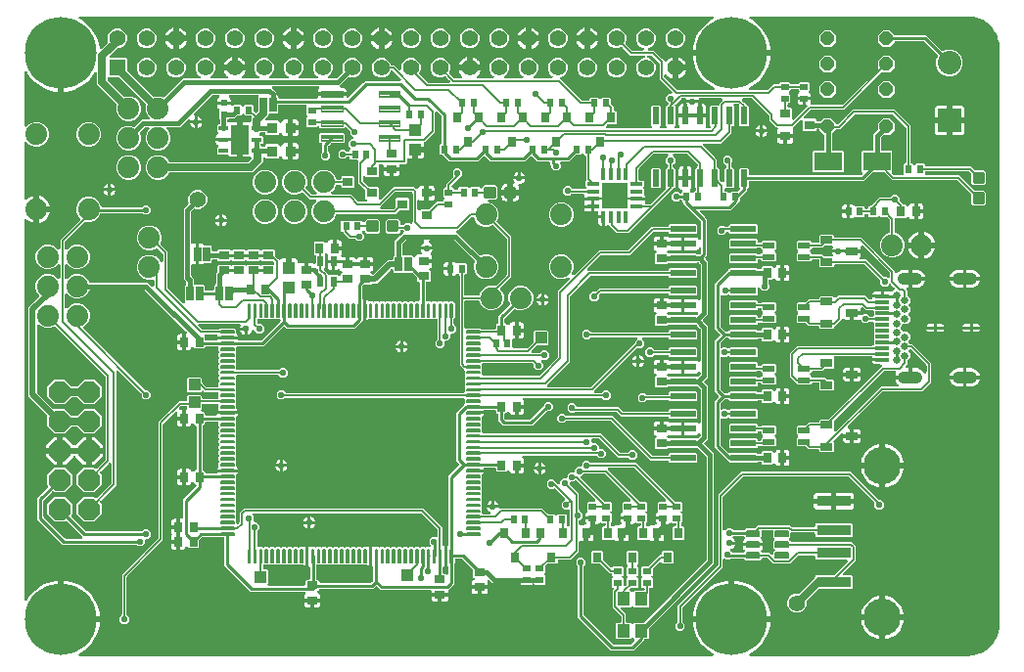
<source format=gbr>
G04 EAGLE Gerber RS-274X export*
G75*
%MOMM*%
%FSLAX34Y34*%
%LPD*%
%INTop Copper*%
%IPPOS*%
%AMOC8*
5,1,8,0,0,1.08239X$1,22.5*%
G01*
%ADD10R,0.600000X0.700000*%
%ADD11R,0.508000X0.965200*%
%ADD12R,0.900000X0.700000*%
%ADD13R,0.700000X0.900000*%
%ADD14R,1.000000X1.100000*%
%ADD15R,2.200000X0.600000*%
%ADD16R,1.050000X0.500000*%
%ADD17R,1.000000X0.700000*%
%ADD18C,6.200000*%
%ADD19R,1.422400X1.422400*%
%ADD20C,1.422400*%
%ADD21R,0.600000X1.500000*%
%ADD22R,0.800000X0.900000*%
%ADD23R,0.535100X0.644000*%
%ADD24P,2.034460X8X112.500000*%
%ADD25C,1.879600*%
%ADD26R,1.100000X1.150000*%
%ADD27R,0.700000X0.600000*%
%ADD28C,3.235963*%
%ADD29R,3.000000X0.900000*%
%ADD30C,0.145000*%
%ADD31C,0.159000*%
%ADD32C,1.050000*%
%ADD33R,1.200000X0.300000*%
%ADD34C,0.653200*%
%ADD35R,1.000000X0.200000*%
%ADD36R,2.032000X2.032000*%
%ADD37C,2.032000*%
%ADD38R,2.392000X1.565300*%
%ADD39P,1.288044X8X112.500000*%
%ADD40R,0.900000X0.800000*%
%ADD41R,0.644000X0.535100*%
%ADD42C,0.300000*%
%ADD43R,0.840000X0.420000*%
%ADD44R,1.600000X2.500000*%
%ADD45R,0.920900X0.970200*%
%ADD46R,0.629100X0.560000*%
%ADD47R,0.635000X1.270000*%
%ADD48R,1.050000X0.340000*%
%ADD49R,0.340000X1.050000*%
%ADD50R,2.160000X2.160000*%
%ADD51C,0.403200*%
%ADD52R,1.000000X1.000000*%
%ADD53C,0.120378*%
%ADD54C,0.553200*%
%ADD55C,0.254000*%
%ADD56C,0.152400*%
%ADD57C,0.381000*%
%ADD58C,1.400000*%
%ADD59C,0.508000*%
%ADD60C,0.635000*%

G36*
X602653Y30482D02*
X602653Y30482D01*
X602660Y30481D01*
X602810Y30501D01*
X602961Y30521D01*
X602968Y30523D01*
X602975Y30524D01*
X603115Y30582D01*
X603257Y30638D01*
X603263Y30642D01*
X603270Y30645D01*
X603391Y30735D01*
X603514Y30824D01*
X603519Y30830D01*
X603525Y30835D01*
X603620Y30952D01*
X603717Y31069D01*
X603720Y31076D01*
X603725Y31082D01*
X603788Y31220D01*
X603853Y31357D01*
X603854Y31364D01*
X603857Y31371D01*
X603884Y31520D01*
X603912Y31669D01*
X603912Y31677D01*
X603913Y31684D01*
X603902Y31836D01*
X603893Y31987D01*
X603890Y31994D01*
X603890Y32001D01*
X603841Y32146D01*
X603795Y32289D01*
X603791Y32296D01*
X603788Y32303D01*
X603705Y32430D01*
X603624Y32558D01*
X603619Y32563D01*
X603615Y32569D01*
X603504Y32671D01*
X603393Y32776D01*
X603386Y32780D01*
X603381Y32785D01*
X603244Y32869D01*
X601996Y33536D01*
X599256Y35367D01*
X596708Y37458D01*
X594378Y39788D01*
X592287Y42336D01*
X590456Y45076D01*
X588903Y47982D01*
X587642Y51027D01*
X586685Y54180D01*
X586042Y57413D01*
X585807Y59801D01*
X617990Y59801D01*
X618108Y59816D01*
X618227Y59823D01*
X618265Y59836D01*
X618305Y59841D01*
X618416Y59884D01*
X618529Y59921D01*
X618563Y59943D01*
X618601Y59958D01*
X618697Y60028D01*
X618798Y60091D01*
X618826Y60121D01*
X618858Y60144D01*
X618934Y60236D01*
X619016Y60323D01*
X619035Y60358D01*
X619061Y60389D01*
X619112Y60497D01*
X619169Y60601D01*
X619180Y60641D01*
X619197Y60677D01*
X619219Y60794D01*
X619249Y60909D01*
X619253Y60970D01*
X619257Y60990D01*
X619255Y61010D01*
X619259Y61070D01*
X619259Y62341D01*
X619261Y62341D01*
X619261Y61070D01*
X619276Y60952D01*
X619283Y60833D01*
X619296Y60795D01*
X619301Y60754D01*
X619345Y60644D01*
X619381Y60531D01*
X619403Y60496D01*
X619418Y60459D01*
X619488Y60362D01*
X619551Y60262D01*
X619581Y60234D01*
X619605Y60201D01*
X619696Y60126D01*
X619783Y60044D01*
X619818Y60024D01*
X619850Y59999D01*
X619957Y59948D01*
X620062Y59890D01*
X620101Y59880D01*
X620137Y59863D01*
X620254Y59841D01*
X620369Y59811D01*
X620430Y59807D01*
X620450Y59803D01*
X620470Y59805D01*
X620530Y59801D01*
X652713Y59801D01*
X652478Y57413D01*
X651835Y54180D01*
X650878Y51027D01*
X649617Y47982D01*
X648064Y45076D01*
X646233Y42336D01*
X644142Y39788D01*
X641812Y37458D01*
X639264Y35367D01*
X636524Y33536D01*
X635276Y32869D01*
X635270Y32865D01*
X635263Y32862D01*
X635140Y32773D01*
X635017Y32685D01*
X635012Y32680D01*
X635006Y32676D01*
X634909Y32558D01*
X634811Y32443D01*
X634808Y32436D01*
X634803Y32431D01*
X634739Y32294D01*
X634672Y32157D01*
X634671Y32149D01*
X634667Y32143D01*
X634639Y31993D01*
X634609Y31845D01*
X634609Y31838D01*
X634608Y31830D01*
X634617Y31680D01*
X634625Y31528D01*
X634627Y31520D01*
X634627Y31513D01*
X634674Y31370D01*
X634719Y31224D01*
X634723Y31218D01*
X634725Y31211D01*
X634807Y31082D01*
X634886Y30953D01*
X634892Y30948D01*
X634896Y30942D01*
X635006Y30838D01*
X635115Y30733D01*
X635122Y30729D01*
X635127Y30724D01*
X635260Y30651D01*
X635392Y30576D01*
X635399Y30574D01*
X635406Y30570D01*
X635552Y30533D01*
X635699Y30493D01*
X635707Y30493D01*
X635714Y30491D01*
X635874Y30481D01*
X824139Y30481D01*
X824160Y30483D01*
X824248Y30485D01*
X827629Y30776D01*
X827672Y30786D01*
X827716Y30787D01*
X827874Y30822D01*
X834403Y32715D01*
X834482Y32749D01*
X834564Y32774D01*
X834685Y32837D01*
X834695Y32841D01*
X834698Y32844D01*
X834706Y32848D01*
X840523Y36367D01*
X840590Y36420D01*
X840663Y36465D01*
X840764Y36557D01*
X840773Y36564D01*
X840775Y36568D01*
X840782Y36574D01*
X845490Y41478D01*
X845541Y41547D01*
X845600Y41609D01*
X845673Y41724D01*
X845680Y41733D01*
X845681Y41737D01*
X845686Y41745D01*
X848964Y47700D01*
X848996Y47780D01*
X849037Y47855D01*
X849078Y47986D01*
X849082Y47996D01*
X849082Y48000D01*
X849085Y48009D01*
X850710Y54610D01*
X850715Y54654D01*
X850728Y54696D01*
X850746Y54856D01*
X850898Y58236D01*
X850897Y58252D01*
X850899Y58293D01*
X850899Y58369D01*
X850898Y58377D01*
X850899Y58395D01*
X850863Y60183D01*
X850867Y60219D01*
X850889Y60303D01*
X850898Y60438D01*
X850899Y60449D01*
X850899Y60454D01*
X850899Y60464D01*
X850899Y557530D01*
X850897Y557552D01*
X850895Y557630D01*
X850583Y561603D01*
X850569Y561671D01*
X850564Y561740D01*
X850524Y561896D01*
X848069Y569454D01*
X848018Y569561D01*
X847975Y569671D01*
X847942Y569723D01*
X847933Y569741D01*
X847920Y569757D01*
X847888Y569807D01*
X843217Y576237D01*
X843136Y576323D01*
X843061Y576415D01*
X843014Y576453D01*
X843000Y576468D01*
X842983Y576479D01*
X842937Y576517D01*
X836507Y581188D01*
X836403Y581246D01*
X836303Y581309D01*
X836247Y581332D01*
X836229Y581342D01*
X836209Y581347D01*
X836154Y581369D01*
X828596Y583824D01*
X828528Y583837D01*
X828462Y583860D01*
X828303Y583883D01*
X824330Y584195D01*
X824308Y584194D01*
X824230Y584199D01*
X635874Y584199D01*
X635867Y584198D01*
X635860Y584199D01*
X635710Y584179D01*
X635559Y584159D01*
X635552Y584157D01*
X635545Y584156D01*
X635405Y584098D01*
X635263Y584042D01*
X635257Y584038D01*
X635250Y584035D01*
X635129Y583945D01*
X635006Y583856D01*
X635001Y583850D01*
X634995Y583845D01*
X634900Y583728D01*
X634803Y583611D01*
X634800Y583604D01*
X634795Y583598D01*
X634732Y583460D01*
X634667Y583323D01*
X634666Y583316D01*
X634663Y583309D01*
X634636Y583160D01*
X634608Y583011D01*
X634608Y583003D01*
X634607Y582996D01*
X634618Y582844D01*
X634627Y582693D01*
X634630Y582686D01*
X634630Y582679D01*
X634679Y582534D01*
X634725Y582391D01*
X634729Y582384D01*
X634732Y582377D01*
X634815Y582249D01*
X634896Y582122D01*
X634901Y582117D01*
X634905Y582111D01*
X635016Y582009D01*
X635127Y581904D01*
X635134Y581900D01*
X635139Y581895D01*
X635276Y581811D01*
X636524Y581144D01*
X639264Y579313D01*
X641812Y577222D01*
X644142Y574892D01*
X646233Y572344D01*
X648064Y569604D01*
X649617Y566698D01*
X650878Y563653D01*
X651835Y560500D01*
X652478Y557267D01*
X652713Y554879D01*
X620530Y554879D01*
X620412Y554864D01*
X620293Y554857D01*
X620255Y554844D01*
X620215Y554839D01*
X620104Y554796D01*
X619991Y554759D01*
X619957Y554737D01*
X619919Y554722D01*
X619823Y554652D01*
X619722Y554589D01*
X619694Y554559D01*
X619662Y554535D01*
X619586Y554444D01*
X619504Y554357D01*
X619485Y554322D01*
X619459Y554291D01*
X619408Y554183D01*
X619351Y554079D01*
X619340Y554039D01*
X619323Y554003D01*
X619301Y553886D01*
X619271Y553771D01*
X619267Y553710D01*
X619263Y553690D01*
X619265Y553670D01*
X619261Y553610D01*
X619261Y551070D01*
X619276Y550952D01*
X619283Y550833D01*
X619296Y550795D01*
X619301Y550754D01*
X619345Y550644D01*
X619381Y550531D01*
X619403Y550496D01*
X619418Y550459D01*
X619488Y550363D01*
X619551Y550262D01*
X619581Y550234D01*
X619605Y550201D01*
X619696Y550126D01*
X619783Y550044D01*
X619818Y550024D01*
X619850Y549999D01*
X619957Y549948D01*
X620062Y549890D01*
X620101Y549880D01*
X620137Y549863D01*
X620254Y549841D01*
X620369Y549811D01*
X620430Y549807D01*
X620450Y549803D01*
X620470Y549805D01*
X620530Y549801D01*
X652713Y549801D01*
X652478Y547413D01*
X651835Y544180D01*
X650878Y541027D01*
X649617Y537982D01*
X648064Y535076D01*
X646233Y532336D01*
X644142Y529788D01*
X641812Y527458D01*
X639264Y525367D01*
X636524Y523536D01*
X634737Y522581D01*
X634731Y522577D01*
X634724Y522574D01*
X634601Y522485D01*
X634478Y522397D01*
X634473Y522392D01*
X634467Y522388D01*
X634370Y522270D01*
X634272Y522155D01*
X634269Y522148D01*
X634264Y522143D01*
X634200Y522006D01*
X634133Y521869D01*
X634132Y521861D01*
X634129Y521855D01*
X634100Y521707D01*
X634070Y521557D01*
X634070Y521550D01*
X634069Y521542D01*
X634078Y521391D01*
X634086Y521240D01*
X634088Y521232D01*
X634089Y521225D01*
X634135Y521081D01*
X634181Y520936D01*
X634184Y520930D01*
X634187Y520923D01*
X634268Y520793D01*
X634348Y520665D01*
X634353Y520660D01*
X634357Y520654D01*
X634468Y520550D01*
X634577Y520445D01*
X634583Y520441D01*
X634588Y520436D01*
X634721Y520363D01*
X634853Y520288D01*
X634860Y520286D01*
X634867Y520282D01*
X635013Y520245D01*
X635160Y520205D01*
X635168Y520205D01*
X635175Y520203D01*
X635336Y520193D01*
X650142Y520193D01*
X650240Y520205D01*
X650339Y520208D01*
X650398Y520225D01*
X650458Y520233D01*
X650550Y520269D01*
X650645Y520297D01*
X650697Y520327D01*
X650753Y520350D01*
X650834Y520408D01*
X650919Y520458D01*
X650994Y520524D01*
X651011Y520536D01*
X651019Y520546D01*
X651040Y520564D01*
X655748Y525273D01*
X659720Y525273D01*
X659838Y525288D01*
X659957Y525295D01*
X659995Y525308D01*
X660036Y525313D01*
X660146Y525356D01*
X660259Y525393D01*
X660294Y525415D01*
X660331Y525430D01*
X660427Y525499D01*
X660528Y525563D01*
X660556Y525593D01*
X660589Y525616D01*
X660665Y525708D01*
X660746Y525795D01*
X660766Y525830D01*
X660791Y525861D01*
X660842Y525969D01*
X660900Y526073D01*
X660910Y526113D01*
X660927Y526149D01*
X660949Y526266D01*
X660979Y526381D01*
X660982Y526430D01*
X661734Y527181D01*
X669226Y527181D01*
X669985Y526422D01*
X669986Y526419D01*
X669993Y526300D01*
X670006Y526262D01*
X670011Y526221D01*
X670054Y526111D01*
X670091Y525998D01*
X670113Y525963D01*
X670128Y525926D01*
X670197Y525830D01*
X670261Y525729D01*
X670291Y525701D01*
X670314Y525668D01*
X670406Y525592D01*
X670493Y525511D01*
X670528Y525491D01*
X670559Y525466D01*
X670667Y525415D01*
X670771Y525357D01*
X670811Y525347D01*
X670847Y525330D01*
X670964Y525308D01*
X671079Y525278D01*
X671139Y525274D01*
X671159Y525270D01*
X671180Y525272D01*
X671240Y525268D01*
X676230Y525268D01*
X676348Y525283D01*
X676467Y525290D01*
X676505Y525303D01*
X676546Y525308D01*
X676656Y525351D01*
X676769Y525388D01*
X676804Y525410D01*
X676841Y525425D01*
X676937Y525494D01*
X677038Y525558D01*
X677066Y525588D01*
X677099Y525611D01*
X677175Y525703D01*
X677256Y525790D01*
X677276Y525825D01*
X677301Y525856D01*
X677352Y525964D01*
X677410Y526068D01*
X677420Y526108D01*
X677437Y526144D01*
X677459Y526261D01*
X677489Y526376D01*
X677492Y526430D01*
X678244Y527181D01*
X685736Y527181D01*
X686481Y526437D01*
X686481Y520033D01*
X686336Y519889D01*
X686259Y519789D01*
X686177Y519694D01*
X686162Y519664D01*
X686142Y519638D01*
X686091Y519522D01*
X686036Y519410D01*
X686029Y519377D01*
X686015Y519346D01*
X685995Y519221D01*
X685969Y519099D01*
X685971Y519065D01*
X685965Y519032D01*
X685977Y518906D01*
X685982Y518781D01*
X685992Y518749D01*
X685995Y518715D01*
X686038Y518597D01*
X686074Y518476D01*
X686091Y518447D01*
X686103Y518416D01*
X686173Y518312D01*
X686238Y518204D01*
X686262Y518181D01*
X686281Y518153D01*
X686376Y518069D01*
X686465Y517981D01*
X686506Y517954D01*
X686520Y517942D01*
X686539Y517932D01*
X686599Y517892D01*
X686770Y517794D01*
X687243Y517320D01*
X687578Y516741D01*
X687751Y516095D01*
X687751Y514422D01*
X682058Y514422D01*
X682017Y514417D01*
X682003Y514419D01*
X681982Y514418D01*
X681922Y514422D01*
X676229Y514422D01*
X676229Y516095D01*
X676402Y516741D01*
X676737Y517320D01*
X677210Y517794D01*
X677381Y517892D01*
X677481Y517968D01*
X677585Y518039D01*
X677607Y518064D01*
X677634Y518084D01*
X677712Y518183D01*
X677795Y518277D01*
X677811Y518307D01*
X677832Y518334D01*
X677883Y518448D01*
X677940Y518560D01*
X677947Y518593D01*
X677961Y518624D01*
X677982Y518748D01*
X678010Y518871D01*
X678009Y518904D01*
X678014Y518938D01*
X678004Y519063D01*
X678000Y519189D01*
X677991Y519221D01*
X677988Y519255D01*
X677946Y519373D01*
X677912Y519494D01*
X677894Y519523D01*
X677883Y519555D01*
X677814Y519660D01*
X677750Y519768D01*
X677718Y519805D01*
X677708Y519820D01*
X677692Y519834D01*
X677644Y519889D01*
X677485Y520048D01*
X677484Y520051D01*
X677477Y520170D01*
X677464Y520208D01*
X677459Y520249D01*
X677416Y520359D01*
X677379Y520472D01*
X677357Y520507D01*
X677342Y520544D01*
X677273Y520640D01*
X677209Y520741D01*
X677179Y520769D01*
X677156Y520802D01*
X677064Y520878D01*
X676977Y520959D01*
X676942Y520979D01*
X676911Y521004D01*
X676803Y521055D01*
X676699Y521113D01*
X676659Y521123D01*
X676623Y521140D01*
X676506Y521162D01*
X676391Y521192D01*
X676331Y521196D01*
X676311Y521200D01*
X676290Y521198D01*
X676230Y521202D01*
X671240Y521202D01*
X671122Y521187D01*
X671003Y521180D01*
X670965Y521167D01*
X670924Y521162D01*
X670814Y521119D01*
X670701Y521082D01*
X670666Y521060D01*
X670629Y521045D01*
X670533Y520976D01*
X670432Y520912D01*
X670404Y520882D01*
X670371Y520859D01*
X670295Y520767D01*
X670214Y520680D01*
X670194Y520645D01*
X670169Y520614D01*
X670118Y520506D01*
X670060Y520402D01*
X670050Y520362D01*
X670033Y520326D01*
X670011Y520209D01*
X669981Y520094D01*
X669978Y520040D01*
X668995Y519057D01*
X668922Y518963D01*
X668843Y518874D01*
X668825Y518838D01*
X668800Y518806D01*
X668753Y518697D01*
X668699Y518591D01*
X668690Y518552D01*
X668674Y518514D01*
X668655Y518397D01*
X668629Y518281D01*
X668630Y518240D01*
X668624Y518200D01*
X668635Y518082D01*
X668639Y517963D01*
X668650Y517924D01*
X668654Y517884D01*
X668694Y517772D01*
X668727Y517657D01*
X668748Y517622D01*
X668761Y517584D01*
X668828Y517486D01*
X668889Y517383D01*
X668928Y517338D01*
X668940Y517321D01*
X668955Y517308D01*
X668995Y517262D01*
X669971Y516287D01*
X669971Y509883D01*
X669226Y509139D01*
X668942Y509139D01*
X668824Y509124D01*
X668705Y509116D01*
X668667Y509104D01*
X668626Y509099D01*
X668516Y509055D01*
X668403Y509018D01*
X668368Y508997D01*
X668331Y508982D01*
X668234Y508912D01*
X668134Y508848D01*
X668106Y508819D01*
X668073Y508795D01*
X667997Y508703D01*
X667916Y508617D01*
X667896Y508581D01*
X667871Y508550D01*
X667820Y508442D01*
X667762Y508338D01*
X667752Y508299D01*
X667735Y508262D01*
X667713Y508146D01*
X667683Y508030D01*
X667679Y507970D01*
X667675Y507950D01*
X667677Y507930D01*
X667673Y507870D01*
X667673Y506260D01*
X667688Y506142D01*
X667695Y506023D01*
X667708Y505985D01*
X667713Y505944D01*
X667756Y505834D01*
X667793Y505721D01*
X667815Y505686D01*
X667830Y505649D01*
X667899Y505553D01*
X667963Y505452D01*
X667993Y505424D01*
X668016Y505391D01*
X668108Y505315D01*
X668195Y505234D01*
X668230Y505214D01*
X668261Y505189D01*
X668369Y505138D01*
X668473Y505080D01*
X668513Y505070D01*
X668549Y505053D01*
X668666Y505031D01*
X668781Y505001D01*
X668841Y504997D01*
X668861Y504993D01*
X668882Y504995D01*
X668942Y504991D01*
X670666Y504991D01*
X671411Y504246D01*
X671411Y495740D01*
X671428Y495602D01*
X671441Y495463D01*
X671448Y495444D01*
X671451Y495424D01*
X671502Y495295D01*
X671549Y495164D01*
X671560Y495147D01*
X671568Y495128D01*
X671649Y495016D01*
X671727Y494901D01*
X671743Y494888D01*
X671754Y494871D01*
X671862Y494782D01*
X671966Y494690D01*
X671984Y494681D01*
X671999Y494668D01*
X672125Y494609D01*
X672249Y494546D01*
X672269Y494541D01*
X672287Y494533D01*
X672423Y494507D01*
X672559Y494476D01*
X672580Y494477D01*
X672599Y494473D01*
X672738Y494482D01*
X672877Y494486D01*
X672897Y494491D01*
X672917Y494493D01*
X673049Y494536D01*
X673183Y494574D01*
X673200Y494585D01*
X673219Y494591D01*
X673337Y494665D01*
X673457Y494736D01*
X673478Y494754D01*
X673488Y494761D01*
X673502Y494776D01*
X673577Y494842D01*
X684437Y505702D01*
X684523Y505812D01*
X684611Y505919D01*
X684620Y505937D01*
X684632Y505953D01*
X684688Y506081D01*
X684747Y506207D01*
X684751Y506226D01*
X684759Y506245D01*
X684781Y506383D01*
X684807Y506519D01*
X684805Y506539D01*
X684808Y506559D01*
X684795Y506698D01*
X684787Y506836D01*
X684781Y506856D01*
X684779Y506876D01*
X684731Y507007D01*
X684689Y507139D01*
X684678Y507156D01*
X684671Y507175D01*
X684593Y507290D01*
X684519Y507408D01*
X684504Y507422D01*
X684492Y507438D01*
X684388Y507530D01*
X684287Y507626D01*
X684269Y507635D01*
X684254Y507649D01*
X684130Y507712D01*
X684008Y507779D01*
X683989Y507784D01*
X683971Y507793D01*
X683835Y507824D01*
X683701Y507859D01*
X683672Y507860D01*
X683660Y507863D01*
X683640Y507862D01*
X683540Y507869D01*
X683327Y507869D01*
X683327Y511748D01*
X687751Y511748D01*
X687751Y510075D01*
X687578Y509429D01*
X687559Y509397D01*
X687507Y509274D01*
X687451Y509155D01*
X687446Y509128D01*
X687436Y509104D01*
X687416Y508972D01*
X687391Y508842D01*
X687393Y508816D01*
X687389Y508789D01*
X687403Y508657D01*
X687411Y508525D01*
X687420Y508500D01*
X687422Y508473D01*
X687469Y508348D01*
X687509Y508223D01*
X687524Y508200D01*
X687533Y508175D01*
X687609Y508066D01*
X687679Y507954D01*
X687699Y507935D01*
X687714Y507913D01*
X687815Y507827D01*
X687911Y507736D01*
X687935Y507723D01*
X687955Y507705D01*
X688074Y507646D01*
X688190Y507582D01*
X688216Y507576D01*
X688240Y507564D01*
X688369Y507536D01*
X688497Y507503D01*
X688536Y507501D01*
X688551Y507497D01*
X688572Y507498D01*
X688658Y507493D01*
X714252Y507493D01*
X714350Y507505D01*
X714449Y507508D01*
X714508Y507525D01*
X714568Y507533D01*
X714660Y507569D01*
X714755Y507597D01*
X714807Y507627D01*
X714863Y507650D01*
X714944Y507708D01*
X715029Y507758D01*
X715104Y507824D01*
X715121Y507836D01*
X715129Y507846D01*
X715150Y507864D01*
X745669Y538384D01*
X745742Y538478D01*
X745821Y538567D01*
X745839Y538603D01*
X745864Y538635D01*
X745912Y538745D01*
X745966Y538851D01*
X745975Y538890D01*
X745991Y538927D01*
X746009Y539045D01*
X746035Y539161D01*
X746034Y539201D01*
X746040Y539241D01*
X746029Y539360D01*
X746026Y539479D01*
X746014Y539518D01*
X746011Y539558D01*
X745970Y539670D01*
X745937Y539784D01*
X745917Y539819D01*
X745903Y539857D01*
X745889Y539877D01*
X745889Y545941D01*
X750119Y550171D01*
X756101Y550171D01*
X760331Y545941D01*
X760331Y539959D01*
X756101Y535729D01*
X750030Y535729D01*
X749978Y535752D01*
X749872Y535806D01*
X749833Y535815D01*
X749796Y535831D01*
X749678Y535849D01*
X749562Y535875D01*
X749522Y535874D01*
X749482Y535880D01*
X749363Y535869D01*
X749244Y535866D01*
X749205Y535854D01*
X749165Y535851D01*
X749053Y535810D01*
X748939Y535777D01*
X748904Y535757D01*
X748866Y535743D01*
X748767Y535676D01*
X748665Y535616D01*
X748620Y535576D01*
X748603Y535564D01*
X748589Y535549D01*
X748544Y535509D01*
X718024Y504990D01*
X716462Y503427D01*
X688438Y503427D01*
X688340Y503415D01*
X688241Y503412D01*
X688182Y503395D01*
X688122Y503387D01*
X688030Y503351D01*
X687935Y503323D01*
X687883Y503293D01*
X687827Y503270D01*
X687746Y503212D01*
X687661Y503162D01*
X687586Y503096D01*
X687569Y503084D01*
X687561Y503074D01*
X687540Y503056D01*
X682142Y497657D01*
X682057Y497548D01*
X681968Y497441D01*
X681960Y497422D01*
X681947Y497406D01*
X681892Y497278D01*
X681833Y497153D01*
X681829Y497133D01*
X681821Y497114D01*
X681799Y496976D01*
X681773Y496840D01*
X681774Y496820D01*
X681771Y496800D01*
X681784Y496661D01*
X681793Y496523D01*
X681799Y496504D01*
X681801Y496484D01*
X681848Y496352D01*
X681891Y496221D01*
X681902Y496203D01*
X681908Y496184D01*
X681987Y496069D01*
X682061Y495952D01*
X682076Y495938D01*
X682087Y495921D01*
X682191Y495829D01*
X682293Y495734D01*
X682310Y495724D01*
X682325Y495711D01*
X682450Y495647D01*
X682571Y495580D01*
X682591Y495575D01*
X682609Y495566D01*
X682745Y495536D01*
X682879Y495501D01*
X682907Y495499D01*
X682919Y495496D01*
X682939Y495497D01*
X683040Y495491D01*
X691666Y495491D01*
X692411Y494746D01*
X692411Y494665D01*
X692426Y494547D01*
X692433Y494428D01*
X692446Y494390D01*
X692451Y494349D01*
X692494Y494239D01*
X692531Y494126D01*
X692553Y494091D01*
X692568Y494054D01*
X692637Y493958D01*
X692701Y493857D01*
X692731Y493829D01*
X692754Y493796D01*
X692846Y493720D01*
X692933Y493639D01*
X692968Y493619D01*
X692999Y493594D01*
X693107Y493543D01*
X693211Y493485D01*
X693251Y493475D01*
X693287Y493458D01*
X693404Y493436D01*
X693519Y493406D01*
X693579Y493402D01*
X693599Y493398D01*
X693620Y493400D01*
X693680Y493396D01*
X696018Y493396D01*
X696117Y493408D01*
X696216Y493411D01*
X696274Y493428D01*
X696334Y493436D01*
X696426Y493472D01*
X696521Y493500D01*
X696573Y493530D01*
X696630Y493553D01*
X696710Y493611D01*
X696795Y493661D01*
X696870Y493727D01*
X696887Y493739D01*
X696895Y493749D01*
X696916Y493767D01*
X699319Y496171D01*
X705301Y496171D01*
X709532Y491940D01*
X709548Y491812D01*
X709561Y491673D01*
X709568Y491654D01*
X709571Y491634D01*
X709622Y491505D01*
X709669Y491374D01*
X709680Y491357D01*
X709688Y491338D01*
X709769Y491226D01*
X709847Y491111D01*
X709863Y491097D01*
X709874Y491081D01*
X709982Y490992D01*
X710086Y490900D01*
X710104Y490891D01*
X710119Y490878D01*
X710245Y490819D01*
X710369Y490756D01*
X710389Y490751D01*
X710407Y490743D01*
X710543Y490717D01*
X710679Y490686D01*
X710700Y490687D01*
X710719Y490683D01*
X710858Y490692D01*
X710997Y490696D01*
X711017Y490701D01*
X711037Y490703D01*
X711169Y490746D01*
X711303Y490784D01*
X711320Y490795D01*
X711339Y490801D01*
X711457Y490875D01*
X711577Y490946D01*
X711598Y490964D01*
X711608Y490971D01*
X711622Y490986D01*
X711697Y491052D01*
X724328Y503683D01*
X760302Y503683D01*
X774198Y489787D01*
X774198Y457880D01*
X774213Y457762D01*
X774220Y457643D01*
X774233Y457605D01*
X774238Y457564D01*
X774281Y457454D01*
X774318Y457341D01*
X774340Y457306D01*
X774355Y457269D01*
X774424Y457173D01*
X774488Y457072D01*
X774518Y457044D01*
X774541Y457011D01*
X774633Y456935D01*
X774720Y456854D01*
X774755Y456834D01*
X774786Y456809D01*
X774894Y456758D01*
X774998Y456700D01*
X775038Y456690D01*
X775074Y456673D01*
X775191Y456651D01*
X775306Y456621D01*
X775360Y456618D01*
X776343Y455635D01*
X776437Y455562D01*
X776526Y455483D01*
X776562Y455465D01*
X776594Y455440D01*
X776703Y455393D01*
X776809Y455339D01*
X776848Y455330D01*
X776886Y455314D01*
X777003Y455295D01*
X777119Y455269D01*
X777160Y455270D01*
X777200Y455264D01*
X777318Y455275D01*
X777437Y455279D01*
X777476Y455290D01*
X777516Y455294D01*
X777628Y455334D01*
X777743Y455367D01*
X777778Y455388D01*
X777816Y455401D01*
X777914Y455468D01*
X778017Y455529D01*
X778062Y455568D01*
X778079Y455580D01*
X778092Y455595D01*
X778138Y455635D01*
X779113Y456611D01*
X785517Y456611D01*
X786261Y455866D01*
X786261Y455422D01*
X786276Y455304D01*
X786284Y455185D01*
X786296Y455147D01*
X786301Y455106D01*
X786345Y454996D01*
X786382Y454883D01*
X786403Y454848D01*
X786418Y454811D01*
X786488Y454715D01*
X786552Y454614D01*
X786581Y454586D01*
X786605Y454553D01*
X786697Y454477D01*
X786783Y454396D01*
X786819Y454376D01*
X786850Y454351D01*
X786958Y454300D01*
X787062Y454242D01*
X787101Y454232D01*
X787138Y454215D01*
X787254Y454193D01*
X787370Y454163D01*
X787430Y454159D01*
X787450Y454155D01*
X787470Y454157D01*
X787530Y454153D01*
X826222Y454153D01*
X829352Y451022D01*
X829430Y450962D01*
X829503Y450894D01*
X829556Y450865D01*
X829603Y450828D01*
X829694Y450788D01*
X829781Y450740D01*
X829840Y450725D01*
X829895Y450701D01*
X829993Y450686D01*
X830089Y450661D01*
X830189Y450655D01*
X830209Y450651D01*
X830222Y450653D01*
X830250Y450651D01*
X837768Y450651D01*
X839391Y449028D01*
X839391Y439732D01*
X837768Y438109D01*
X828472Y438109D01*
X826849Y439732D01*
X826849Y447250D01*
X826837Y447348D01*
X826834Y447448D01*
X826817Y447506D01*
X826809Y447566D01*
X826773Y447658D01*
X826745Y447753D01*
X826715Y447805D01*
X826692Y447862D01*
X826634Y447942D01*
X826584Y448027D01*
X826518Y448102D01*
X826506Y448119D01*
X826496Y448127D01*
X826478Y448148D01*
X824910Y449716D01*
X824831Y449776D01*
X824759Y449844D01*
X824706Y449873D01*
X824658Y449910D01*
X824568Y449950D01*
X824481Y449998D01*
X824422Y450013D01*
X824367Y450037D01*
X824269Y450052D01*
X824173Y450077D01*
X824073Y450083D01*
X824053Y450087D01*
X824040Y450085D01*
X824012Y450087D01*
X787530Y450087D01*
X787412Y450072D01*
X787294Y450065D01*
X787255Y450052D01*
X787215Y450047D01*
X787104Y450004D01*
X786991Y449967D01*
X786957Y449945D01*
X786919Y449930D01*
X786823Y449861D01*
X786722Y449797D01*
X786695Y449767D01*
X786662Y449744D01*
X786586Y449652D01*
X786504Y449565D01*
X786485Y449530D01*
X786459Y449499D01*
X786408Y449391D01*
X786351Y449287D01*
X786341Y449247D01*
X786324Y449211D01*
X786301Y449094D01*
X786271Y448979D01*
X786268Y448918D01*
X786264Y448899D01*
X786265Y448878D01*
X786261Y448818D01*
X786261Y448127D01*
X786244Y448019D01*
X786218Y447882D01*
X786219Y447862D01*
X786216Y447843D01*
X786229Y447704D01*
X786238Y447565D01*
X786244Y447546D01*
X786246Y447526D01*
X786293Y447394D01*
X786336Y447263D01*
X786346Y447246D01*
X786353Y447227D01*
X786431Y447111D01*
X786506Y446994D01*
X786520Y446980D01*
X786532Y446964D01*
X786636Y446871D01*
X786737Y446776D01*
X786755Y446766D01*
X786770Y446753D01*
X786894Y446690D01*
X787016Y446622D01*
X787035Y446617D01*
X787053Y446608D01*
X787189Y446578D01*
X787324Y446543D01*
X787352Y446541D01*
X787363Y446539D01*
X787384Y446539D01*
X787485Y446533D01*
X816302Y446533D01*
X829352Y433482D01*
X829431Y433422D01*
X829503Y433354D01*
X829556Y433325D01*
X829604Y433288D01*
X829694Y433248D01*
X829781Y433200D01*
X829840Y433185D01*
X829895Y433161D01*
X829993Y433146D01*
X830089Y433121D01*
X830189Y433115D01*
X830209Y433111D01*
X830222Y433113D01*
X830250Y433111D01*
X837768Y433111D01*
X839391Y431488D01*
X839391Y422192D01*
X837768Y420569D01*
X828472Y420569D01*
X826849Y422192D01*
X826849Y429710D01*
X826837Y429808D01*
X826834Y429907D01*
X826817Y429966D01*
X826809Y430026D01*
X826773Y430118D01*
X826745Y430213D01*
X826715Y430265D01*
X826692Y430321D01*
X826634Y430402D01*
X826584Y430487D01*
X826518Y430562D01*
X826506Y430579D01*
X826496Y430587D01*
X826478Y430608D01*
X814990Y442096D01*
X814911Y442156D01*
X814839Y442224D01*
X814786Y442253D01*
X814738Y442290D01*
X814648Y442330D01*
X814561Y442378D01*
X814502Y442393D01*
X814447Y442417D01*
X814349Y442432D01*
X814253Y442457D01*
X814153Y442463D01*
X814133Y442467D01*
X814120Y442465D01*
X814092Y442467D01*
X758107Y442467D01*
X751573Y449001D01*
X751495Y449062D01*
X751423Y449130D01*
X751370Y449159D01*
X751322Y449196D01*
X751231Y449235D01*
X751144Y449283D01*
X751086Y449298D01*
X751030Y449322D01*
X750932Y449338D01*
X750836Y449363D01*
X750736Y449369D01*
X750716Y449372D01*
X750704Y449371D01*
X750676Y449373D01*
X741782Y449373D01*
X741683Y449360D01*
X741584Y449357D01*
X741526Y449341D01*
X741466Y449333D01*
X741374Y449296D01*
X741279Y449269D01*
X741227Y449238D01*
X741170Y449216D01*
X741090Y449158D01*
X741005Y449107D01*
X740930Y449041D01*
X740913Y449029D01*
X740905Y449020D01*
X740884Y449001D01*
X733512Y441629D01*
X635460Y441629D01*
X635342Y441614D01*
X635223Y441607D01*
X635185Y441594D01*
X635144Y441589D01*
X635034Y441546D01*
X634921Y441509D01*
X634886Y441487D01*
X634849Y441472D01*
X634753Y441403D01*
X634652Y441339D01*
X634624Y441309D01*
X634591Y441286D01*
X634515Y441194D01*
X634434Y441107D01*
X634414Y441072D01*
X634389Y441041D01*
X634338Y440933D01*
X634280Y440829D01*
X634270Y440789D01*
X634253Y440753D01*
X634231Y440636D01*
X634201Y440521D01*
X634197Y440460D01*
X634193Y440441D01*
X634195Y440420D01*
X634191Y440360D01*
X634191Y436144D01*
X633401Y435354D01*
X633304Y435316D01*
X633191Y435279D01*
X633156Y435257D01*
X633119Y435242D01*
X633023Y435173D01*
X632922Y435109D01*
X632894Y435079D01*
X632861Y435056D01*
X632785Y434964D01*
X632704Y434877D01*
X632684Y434842D01*
X632659Y434811D01*
X632608Y434703D01*
X632550Y434599D01*
X632540Y434559D01*
X632523Y434523D01*
X632501Y434406D01*
X632471Y434291D01*
X632467Y434231D01*
X632463Y434211D01*
X632465Y434190D01*
X632464Y434189D01*
X632463Y434183D01*
X632464Y434176D01*
X632461Y434130D01*
X632461Y433288D01*
X626613Y427440D01*
X626552Y427362D01*
X626484Y427289D01*
X626455Y427236D01*
X626418Y427189D01*
X626379Y427098D01*
X626331Y427011D01*
X626316Y426952D01*
X626292Y426897D01*
X626276Y426799D01*
X626251Y426703D01*
X626245Y426603D01*
X626242Y426583D01*
X626243Y426570D01*
X626241Y426542D01*
X626241Y424244D01*
X625462Y423464D01*
X625423Y423459D01*
X625331Y423423D01*
X625235Y423395D01*
X625183Y423365D01*
X625127Y423342D01*
X625047Y423284D01*
X624961Y423234D01*
X624886Y423168D01*
X624870Y423156D01*
X624862Y423146D01*
X624841Y423128D01*
X622976Y421263D01*
X618272Y416559D01*
X593408Y416559D01*
X593271Y416542D01*
X593132Y416529D01*
X593113Y416522D01*
X593093Y416519D01*
X592964Y416468D01*
X592832Y416421D01*
X592816Y416410D01*
X592797Y416402D01*
X592684Y416321D01*
X592569Y416243D01*
X592556Y416227D01*
X592540Y416216D01*
X592451Y416108D01*
X592359Y416004D01*
X592350Y415986D01*
X592337Y415971D01*
X592277Y415845D01*
X592214Y415721D01*
X592210Y415701D01*
X592201Y415683D01*
X592175Y415547D01*
X592145Y415411D01*
X592145Y415390D01*
X592141Y415371D01*
X592150Y415232D01*
X592154Y415093D01*
X592160Y415073D01*
X592161Y415053D01*
X592204Y414921D01*
X592243Y414787D01*
X592253Y414770D01*
X592259Y414751D01*
X592334Y414633D01*
X592404Y414513D01*
X592423Y414492D01*
X592429Y414482D01*
X592444Y414468D01*
X592511Y414393D01*
X596311Y410592D01*
X598171Y408732D01*
X598171Y377408D01*
X596760Y375997D01*
X596687Y375902D01*
X596608Y375813D01*
X596590Y375777D01*
X596565Y375745D01*
X596517Y375636D01*
X596463Y375530D01*
X596454Y375491D01*
X596438Y375453D01*
X596420Y375336D01*
X596394Y375220D01*
X596395Y375179D01*
X596389Y375139D01*
X596400Y375021D01*
X596403Y374902D01*
X596415Y374863D01*
X596418Y374823D01*
X596459Y374710D01*
X596492Y374596D01*
X596512Y374562D01*
X596526Y374523D01*
X596593Y374425D01*
X596653Y374322D01*
X596693Y374277D01*
X596705Y374260D01*
X596720Y374247D01*
X596760Y374202D01*
X598806Y372155D01*
X598806Y326345D01*
X594669Y322207D01*
X594596Y322113D01*
X594517Y322024D01*
X594499Y321988D01*
X594474Y321956D01*
X594426Y321847D01*
X594372Y321741D01*
X594363Y321702D01*
X594347Y321664D01*
X594329Y321547D01*
X594303Y321431D01*
X594304Y321390D01*
X594298Y321350D01*
X594309Y321232D01*
X594312Y321113D01*
X594324Y321074D01*
X594327Y321034D01*
X594368Y320921D01*
X594401Y320807D01*
X594421Y320772D01*
X594435Y320734D01*
X594502Y320636D01*
X594562Y320533D01*
X594602Y320488D01*
X594614Y320471D01*
X594629Y320458D01*
X594669Y320412D01*
X598806Y316275D01*
X598806Y271735D01*
X595939Y268867D01*
X595866Y268773D01*
X595787Y268684D01*
X595769Y268648D01*
X595744Y268616D01*
X595696Y268507D01*
X595642Y268401D01*
X595633Y268362D01*
X595617Y268324D01*
X595599Y268206D01*
X595573Y268091D01*
X595574Y268050D01*
X595568Y268010D01*
X595579Y267892D01*
X595582Y267773D01*
X595594Y267734D01*
X595597Y267694D01*
X595638Y267581D01*
X595671Y267467D01*
X595691Y267432D01*
X595705Y267394D01*
X595772Y267296D01*
X595832Y267193D01*
X595872Y267148D01*
X595884Y267131D01*
X595899Y267118D01*
X595939Y267072D01*
X598806Y264205D01*
X598806Y218395D01*
X595939Y215527D01*
X595866Y215433D01*
X595787Y215344D01*
X595769Y215308D01*
X595744Y215276D01*
X595696Y215167D01*
X595642Y215061D01*
X595633Y215022D01*
X595617Y214984D01*
X595599Y214866D01*
X595573Y214751D01*
X595574Y214710D01*
X595568Y214670D01*
X595579Y214552D01*
X595582Y214433D01*
X595594Y214394D01*
X595597Y214354D01*
X595638Y214241D01*
X595671Y214127D01*
X595691Y214092D01*
X595705Y214054D01*
X595772Y213956D01*
X595832Y213853D01*
X595872Y213808D01*
X595884Y213791D01*
X595899Y213778D01*
X595939Y213732D01*
X603886Y205785D01*
X603886Y110785D01*
X548042Y54941D01*
X547982Y54863D01*
X547914Y54791D01*
X547885Y54738D01*
X547848Y54690D01*
X547808Y54599D01*
X547760Y54512D01*
X547745Y54454D01*
X547721Y54398D01*
X547706Y54300D01*
X547681Y54205D01*
X547675Y54104D01*
X547671Y54084D01*
X547673Y54072D01*
X547671Y54044D01*
X547671Y46014D01*
X546926Y45269D01*
X544688Y45269D01*
X544590Y45257D01*
X544491Y45254D01*
X544433Y45237D01*
X544373Y45229D01*
X544281Y45193D01*
X544185Y45165D01*
X544133Y45135D01*
X544077Y45112D01*
X543997Y45054D01*
X543912Y45004D01*
X543836Y44938D01*
X543820Y44926D01*
X543812Y44916D01*
X543791Y44898D01*
X534452Y35559D01*
X514568Y35559D01*
X486409Y63718D01*
X486409Y108066D01*
X486397Y108164D01*
X486394Y108263D01*
X486377Y108322D01*
X486369Y108382D01*
X486333Y108474D01*
X486305Y108569D01*
X486275Y108621D01*
X486252Y108677D01*
X486194Y108757D01*
X486144Y108843D01*
X486078Y108918D01*
X486066Y108935D01*
X486056Y108943D01*
X486038Y108964D01*
X484913Y110088D01*
X484913Y113432D01*
X487278Y115797D01*
X490622Y115797D01*
X492987Y113432D01*
X492987Y110088D01*
X491862Y108964D01*
X491802Y108885D01*
X491734Y108813D01*
X491705Y108760D01*
X491668Y108712D01*
X491628Y108621D01*
X491580Y108535D01*
X491565Y108476D01*
X491541Y108421D01*
X491526Y108323D01*
X491501Y108227D01*
X491495Y108127D01*
X491491Y108106D01*
X491493Y108094D01*
X491491Y108066D01*
X491491Y66348D01*
X491503Y66250D01*
X491506Y66151D01*
X491523Y66093D01*
X491531Y66033D01*
X491567Y65941D01*
X491595Y65845D01*
X491625Y65793D01*
X491648Y65737D01*
X491706Y65657D01*
X491756Y65572D01*
X491822Y65496D01*
X491834Y65480D01*
X491844Y65472D01*
X491862Y65451D01*
X516301Y41012D01*
X516379Y40952D01*
X516451Y40884D01*
X516504Y40855D01*
X516552Y40818D01*
X516643Y40778D01*
X516730Y40730D01*
X516788Y40715D01*
X516844Y40691D01*
X516942Y40676D01*
X517037Y40651D01*
X517138Y40645D01*
X517158Y40641D01*
X517170Y40643D01*
X517198Y40641D01*
X531822Y40641D01*
X531920Y40653D01*
X532019Y40656D01*
X532077Y40673D01*
X532137Y40681D01*
X532229Y40717D01*
X532325Y40745D01*
X532377Y40775D01*
X532433Y40798D01*
X532513Y40856D01*
X532598Y40906D01*
X532674Y40972D01*
X532690Y40984D01*
X532698Y40994D01*
X532719Y41012D01*
X535027Y43321D01*
X535100Y43415D01*
X535179Y43504D01*
X535197Y43540D01*
X535222Y43572D01*
X535270Y43681D01*
X535324Y43787D01*
X535333Y43826D01*
X535349Y43864D01*
X535367Y43982D01*
X535393Y44097D01*
X535392Y44138D01*
X535399Y44178D01*
X535387Y44296D01*
X535384Y44415D01*
X535372Y44454D01*
X535369Y44494D01*
X535328Y44606D01*
X535295Y44721D01*
X535275Y44756D01*
X535261Y44794D01*
X535194Y44892D01*
X535134Y44995D01*
X535094Y45040D01*
X535083Y45057D01*
X535067Y45070D01*
X535027Y45116D01*
X534297Y45845D01*
X534204Y45918D01*
X534114Y45997D01*
X534078Y46016D01*
X534046Y46040D01*
X533937Y46088D01*
X533831Y46142D01*
X533791Y46151D01*
X533754Y46167D01*
X533637Y46185D01*
X533521Y46211D01*
X533480Y46210D01*
X533440Y46217D01*
X533322Y46205D01*
X533203Y46202D01*
X533164Y46190D01*
X533124Y46187D01*
X533012Y46147D01*
X532897Y46113D01*
X532862Y46093D01*
X532824Y46079D01*
X532726Y46012D01*
X532623Y45952D01*
X532578Y45912D01*
X532561Y45901D01*
X532548Y45885D01*
X532502Y45845D01*
X531926Y45269D01*
X519874Y45269D01*
X519129Y46014D01*
X519129Y58566D01*
X519874Y59311D01*
X522598Y59311D01*
X522716Y59326D01*
X522835Y59333D01*
X522873Y59346D01*
X522914Y59351D01*
X523024Y59394D01*
X523137Y59431D01*
X523172Y59453D01*
X523209Y59468D01*
X523305Y59537D01*
X523406Y59601D01*
X523434Y59631D01*
X523467Y59654D01*
X523543Y59746D01*
X523624Y59833D01*
X523644Y59868D01*
X523669Y59899D01*
X523720Y60007D01*
X523778Y60111D01*
X523788Y60151D01*
X523805Y60187D01*
X523827Y60304D01*
X523857Y60419D01*
X523861Y60479D01*
X523865Y60499D01*
X523863Y60520D01*
X523867Y60580D01*
X523867Y64299D01*
X523855Y64397D01*
X523852Y64496D01*
X523835Y64554D01*
X523827Y64614D01*
X523791Y64706D01*
X523763Y64801D01*
X523733Y64853D01*
X523710Y64910D01*
X523652Y64990D01*
X523602Y65075D01*
X523536Y65151D01*
X523524Y65167D01*
X523514Y65175D01*
X523496Y65196D01*
X516335Y72356D01*
X516335Y87224D01*
X516890Y87778D01*
X516963Y87872D01*
X517042Y87961D01*
X517060Y87997D01*
X517085Y88029D01*
X517132Y88139D01*
X517186Y88245D01*
X517195Y88284D01*
X517211Y88321D01*
X517230Y88439D01*
X517256Y88555D01*
X517255Y88595D01*
X517261Y88635D01*
X517250Y88754D01*
X517246Y88873D01*
X517235Y88912D01*
X517231Y88952D01*
X517191Y89064D01*
X517158Y89178D01*
X517137Y89213D01*
X517123Y89251D01*
X517057Y89350D01*
X516996Y89452D01*
X516956Y89498D01*
X516945Y89514D01*
X516930Y89528D01*
X516890Y89573D01*
X515929Y90534D01*
X515929Y97586D01*
X516505Y98162D01*
X516578Y98256D01*
X516657Y98346D01*
X516676Y98382D01*
X516700Y98414D01*
X516748Y98523D01*
X516802Y98629D01*
X516811Y98668D01*
X516827Y98706D01*
X516845Y98823D01*
X516871Y98939D01*
X516870Y98980D01*
X516877Y99020D01*
X516865Y99138D01*
X516862Y99257D01*
X516851Y99296D01*
X516847Y99336D01*
X516806Y99449D01*
X516773Y99563D01*
X516753Y99597D01*
X516739Y99636D01*
X516672Y99734D01*
X516612Y99837D01*
X516572Y99882D01*
X516561Y99899D01*
X516545Y99912D01*
X516505Y99957D01*
X515929Y100534D01*
X515929Y100758D01*
X515914Y100876D01*
X515907Y100995D01*
X515894Y101033D01*
X515889Y101074D01*
X515846Y101184D01*
X515809Y101297D01*
X515787Y101332D01*
X515772Y101369D01*
X515703Y101465D01*
X515639Y101566D01*
X515609Y101594D01*
X515586Y101627D01*
X515494Y101703D01*
X515407Y101784D01*
X515372Y101804D01*
X515341Y101829D01*
X515233Y101880D01*
X515129Y101938D01*
X515089Y101948D01*
X515053Y101965D01*
X514936Y101987D01*
X514821Y102017D01*
X514761Y102021D01*
X514741Y102025D01*
X514720Y102023D01*
X514660Y102027D01*
X514018Y102027D01*
X506188Y109858D01*
X506109Y109918D01*
X506037Y109986D01*
X505984Y110015D01*
X505936Y110052D01*
X505846Y110092D01*
X505759Y110140D01*
X505700Y110155D01*
X505645Y110179D01*
X505547Y110194D01*
X505451Y110219D01*
X505351Y110225D01*
X505331Y110229D01*
X505318Y110227D01*
X505290Y110229D01*
X498394Y110229D01*
X497649Y110974D01*
X497649Y121026D01*
X498394Y121771D01*
X507446Y121771D01*
X508191Y121026D01*
X508191Y114130D01*
X508203Y114032D01*
X508206Y113933D01*
X508223Y113874D01*
X508231Y113814D01*
X508267Y113722D01*
X508295Y113627D01*
X508325Y113575D01*
X508348Y113519D01*
X508406Y113438D01*
X508456Y113353D01*
X508522Y113278D01*
X508534Y113261D01*
X508544Y113253D01*
X508562Y113232D01*
X514171Y107623D01*
X514265Y107550D01*
X514355Y107472D01*
X514391Y107453D01*
X514423Y107428D01*
X514532Y107381D01*
X514638Y107327D01*
X514677Y107318D01*
X514714Y107302D01*
X514832Y107283D01*
X514948Y107257D01*
X514988Y107259D01*
X515029Y107252D01*
X515147Y107263D01*
X515266Y107267D01*
X515305Y107278D01*
X515345Y107282D01*
X515457Y107322D01*
X515572Y107355D01*
X515606Y107376D01*
X515644Y107390D01*
X515743Y107457D01*
X515845Y107517D01*
X515891Y107557D01*
X515908Y107568D01*
X515921Y107584D01*
X515966Y107623D01*
X516674Y108331D01*
X524726Y108331D01*
X525471Y107586D01*
X525471Y100534D01*
X524895Y99957D01*
X524822Y99863D01*
X524743Y99774D01*
X524724Y99738D01*
X524700Y99706D01*
X524652Y99597D01*
X524598Y99491D01*
X524589Y99452D01*
X524573Y99414D01*
X524555Y99297D01*
X524529Y99181D01*
X524530Y99140D01*
X524523Y99100D01*
X524535Y98982D01*
X524538Y98863D01*
X524549Y98824D01*
X524553Y98784D01*
X524594Y98672D01*
X524627Y98557D01*
X524647Y98522D01*
X524661Y98484D01*
X524728Y98386D01*
X524788Y98283D01*
X524828Y98238D01*
X524839Y98221D01*
X524855Y98208D01*
X524895Y98162D01*
X525471Y97586D01*
X525471Y92070D01*
X525488Y91932D01*
X525501Y91793D01*
X525508Y91774D01*
X525511Y91754D01*
X525562Y91625D01*
X525609Y91494D01*
X525620Y91477D01*
X525628Y91458D01*
X525709Y91346D01*
X525787Y91231D01*
X525803Y91218D01*
X525814Y91201D01*
X525922Y91112D01*
X526026Y91020D01*
X526044Y91011D01*
X526059Y90998D01*
X526185Y90939D01*
X526309Y90876D01*
X526329Y90871D01*
X526347Y90863D01*
X526483Y90837D01*
X526619Y90806D01*
X526640Y90807D01*
X526659Y90803D01*
X526798Y90812D01*
X526937Y90816D01*
X526957Y90821D01*
X526977Y90823D01*
X527109Y90866D01*
X527243Y90904D01*
X527260Y90915D01*
X527279Y90921D01*
X527397Y90995D01*
X527517Y91066D01*
X527538Y91084D01*
X527548Y91091D01*
X527562Y91106D01*
X527637Y91172D01*
X528258Y91792D01*
X528318Y91870D01*
X528386Y91943D01*
X528411Y91988D01*
X528416Y91993D01*
X528419Y92000D01*
X528452Y92043D01*
X528492Y92134D01*
X528540Y92221D01*
X528555Y92280D01*
X528579Y92335D01*
X528594Y92433D01*
X528619Y92529D01*
X528625Y92629D01*
X528629Y92649D01*
X528627Y92662D01*
X528629Y92690D01*
X528629Y97586D01*
X529205Y98162D01*
X529278Y98256D01*
X529357Y98346D01*
X529376Y98382D01*
X529400Y98414D01*
X529448Y98523D01*
X529502Y98629D01*
X529511Y98668D01*
X529527Y98706D01*
X529545Y98823D01*
X529571Y98939D01*
X529570Y98980D01*
X529577Y99020D01*
X529565Y99138D01*
X529562Y99257D01*
X529551Y99296D01*
X529547Y99336D01*
X529506Y99449D01*
X529473Y99563D01*
X529453Y99597D01*
X529439Y99636D01*
X529372Y99734D01*
X529312Y99837D01*
X529272Y99882D01*
X529261Y99899D01*
X529245Y99912D01*
X529205Y99957D01*
X528629Y100534D01*
X528629Y107586D01*
X529175Y108132D01*
X529248Y108226D01*
X529327Y108316D01*
X529346Y108352D01*
X529370Y108384D01*
X529418Y108493D01*
X529472Y108599D01*
X529481Y108638D01*
X529497Y108676D01*
X529515Y108793D01*
X529541Y108909D01*
X529540Y108950D01*
X529547Y108990D01*
X529535Y109108D01*
X529532Y109227D01*
X529521Y109266D01*
X529517Y109306D01*
X529476Y109418D01*
X529443Y109533D01*
X529423Y109567D01*
X529409Y109606D01*
X529342Y109704D01*
X529282Y109807D01*
X529242Y109852D01*
X529231Y109869D01*
X529215Y109882D01*
X529175Y109927D01*
X528129Y110974D01*
X528129Y121026D01*
X528874Y121771D01*
X537926Y121771D01*
X538671Y121026D01*
X538671Y110974D01*
X537625Y109927D01*
X537552Y109833D01*
X537473Y109744D01*
X537454Y109708D01*
X537430Y109676D01*
X537382Y109567D01*
X537328Y109461D01*
X537319Y109422D01*
X537303Y109384D01*
X537285Y109267D01*
X537259Y109151D01*
X537260Y109110D01*
X537253Y109070D01*
X537265Y108952D01*
X537268Y108833D01*
X537279Y108794D01*
X537283Y108754D01*
X537324Y108642D01*
X537357Y108527D01*
X537377Y108492D01*
X537391Y108454D01*
X537458Y108356D01*
X537518Y108253D01*
X537558Y108208D01*
X537569Y108191D01*
X537585Y108178D01*
X537625Y108132D01*
X538171Y107586D01*
X538171Y100534D01*
X537595Y99957D01*
X537522Y99863D01*
X537443Y99774D01*
X537424Y99738D01*
X537400Y99706D01*
X537352Y99597D01*
X537298Y99491D01*
X537289Y99452D01*
X537273Y99414D01*
X537255Y99297D01*
X537229Y99181D01*
X537230Y99140D01*
X537223Y99100D01*
X537235Y98982D01*
X537238Y98863D01*
X537249Y98824D01*
X537253Y98784D01*
X537294Y98672D01*
X537327Y98557D01*
X537347Y98522D01*
X537361Y98484D01*
X537428Y98386D01*
X537488Y98283D01*
X537528Y98238D01*
X537539Y98221D01*
X537555Y98208D01*
X537595Y98162D01*
X538171Y97586D01*
X538171Y90534D01*
X537426Y89789D01*
X532530Y89789D01*
X532432Y89777D01*
X532332Y89774D01*
X532274Y89757D01*
X532214Y89749D01*
X532122Y89713D01*
X532027Y89685D01*
X531975Y89655D01*
X531918Y89632D01*
X531838Y89574D01*
X531753Y89524D01*
X531678Y89458D01*
X531661Y89446D01*
X531653Y89436D01*
X531632Y89418D01*
X531192Y88977D01*
X531107Y88868D01*
X531018Y88761D01*
X531010Y88742D01*
X530997Y88726D01*
X530942Y88598D01*
X530883Y88473D01*
X530879Y88453D01*
X530871Y88434D01*
X530849Y88296D01*
X530823Y88160D01*
X530824Y88140D01*
X530821Y88120D01*
X530834Y87981D01*
X530843Y87843D01*
X530849Y87824D01*
X530851Y87804D01*
X530898Y87672D01*
X530941Y87541D01*
X530952Y87523D01*
X530958Y87504D01*
X531037Y87389D01*
X531111Y87272D01*
X531126Y87258D01*
X531137Y87241D01*
X531241Y87149D01*
X531343Y87054D01*
X531360Y87044D01*
X531375Y87031D01*
X531499Y86967D01*
X531621Y86900D01*
X531641Y86895D01*
X531659Y86886D01*
X531795Y86856D01*
X531912Y86825D01*
X532503Y86235D01*
X532597Y86162D01*
X532686Y86083D01*
X532722Y86064D01*
X532754Y86040D01*
X532863Y85992D01*
X532969Y85938D01*
X533008Y85929D01*
X533046Y85913D01*
X533163Y85895D01*
X533279Y85869D01*
X533320Y85870D01*
X533360Y85863D01*
X533478Y85875D01*
X533597Y85878D01*
X533636Y85889D01*
X533676Y85893D01*
X533788Y85934D01*
X533903Y85967D01*
X533938Y85987D01*
X533976Y86001D01*
X534074Y86068D01*
X534177Y86128D01*
X534222Y86168D01*
X534239Y86179D01*
X534252Y86195D01*
X534298Y86235D01*
X534874Y86811D01*
X542798Y86811D01*
X542916Y86826D01*
X543035Y86833D01*
X543073Y86846D01*
X543114Y86851D01*
X543224Y86894D01*
X543337Y86931D01*
X543372Y86953D01*
X543409Y86968D01*
X543505Y87037D01*
X543606Y87101D01*
X543634Y87131D01*
X543667Y87154D01*
X543743Y87246D01*
X543824Y87333D01*
X543844Y87368D01*
X543869Y87399D01*
X543920Y87507D01*
X543978Y87611D01*
X543988Y87651D01*
X544005Y87687D01*
X544027Y87804D01*
X544057Y87919D01*
X544061Y87979D01*
X544065Y87999D01*
X544063Y88020D01*
X544067Y88080D01*
X544067Y88520D01*
X544052Y88638D01*
X544045Y88757D01*
X544032Y88795D01*
X544027Y88836D01*
X543984Y88946D01*
X543947Y89059D01*
X543925Y89094D01*
X543910Y89131D01*
X543841Y89227D01*
X543777Y89328D01*
X543747Y89356D01*
X543724Y89389D01*
X543632Y89465D01*
X543545Y89546D01*
X543510Y89566D01*
X543479Y89591D01*
X543371Y89642D01*
X543267Y89700D01*
X543227Y89710D01*
X543191Y89727D01*
X543074Y89749D01*
X542959Y89779D01*
X542899Y89783D01*
X542879Y89787D01*
X542858Y89785D01*
X542798Y89789D01*
X542074Y89789D01*
X541329Y90534D01*
X541329Y97586D01*
X541905Y98162D01*
X541978Y98256D01*
X542057Y98346D01*
X542076Y98382D01*
X542100Y98414D01*
X542148Y98523D01*
X542202Y98629D01*
X542211Y98668D01*
X542227Y98706D01*
X542245Y98823D01*
X542271Y98939D01*
X542270Y98980D01*
X542277Y99020D01*
X542265Y99138D01*
X542262Y99257D01*
X542251Y99296D01*
X542247Y99336D01*
X542206Y99449D01*
X542173Y99563D01*
X542153Y99597D01*
X542139Y99636D01*
X542072Y99734D01*
X542012Y99837D01*
X541972Y99882D01*
X541961Y99899D01*
X541945Y99912D01*
X541905Y99957D01*
X541329Y100534D01*
X541329Y107586D01*
X542074Y108331D01*
X546970Y108331D01*
X547068Y108343D01*
X547167Y108346D01*
X547226Y108363D01*
X547286Y108371D01*
X547378Y108407D01*
X547473Y108435D01*
X547525Y108465D01*
X547581Y108488D01*
X547662Y108546D01*
X547747Y108596D01*
X547822Y108662D01*
X547839Y108674D01*
X547847Y108684D01*
X547868Y108702D01*
X557198Y118033D01*
X557340Y118033D01*
X557458Y118048D01*
X557577Y118055D01*
X557615Y118068D01*
X557656Y118073D01*
X557766Y118116D01*
X557879Y118153D01*
X557914Y118175D01*
X557951Y118190D01*
X558047Y118259D01*
X558148Y118323D01*
X558176Y118353D01*
X558209Y118376D01*
X558285Y118468D01*
X558366Y118555D01*
X558386Y118590D01*
X558411Y118621D01*
X558462Y118729D01*
X558520Y118833D01*
X558530Y118873D01*
X558547Y118909D01*
X558569Y119026D01*
X558599Y119141D01*
X558603Y119201D01*
X558607Y119221D01*
X558605Y119241D01*
X558607Y119248D01*
X558606Y119255D01*
X558609Y119302D01*
X558609Y121026D01*
X559354Y121771D01*
X568406Y121771D01*
X569151Y121026D01*
X569151Y110974D01*
X568406Y110229D01*
X559354Y110229D01*
X558525Y111058D01*
X558518Y111075D01*
X558471Y111206D01*
X558460Y111223D01*
X558452Y111242D01*
X558371Y111354D01*
X558293Y111469D01*
X558277Y111482D01*
X558266Y111499D01*
X558158Y111588D01*
X558054Y111680D01*
X558036Y111689D01*
X558021Y111702D01*
X557895Y111761D01*
X557771Y111824D01*
X557751Y111829D01*
X557733Y111837D01*
X557597Y111863D01*
X557461Y111894D01*
X557440Y111893D01*
X557421Y111897D01*
X557282Y111888D01*
X557143Y111884D01*
X557123Y111879D01*
X557103Y111877D01*
X556971Y111834D01*
X556837Y111796D01*
X556820Y111785D01*
X556801Y111779D01*
X556683Y111705D01*
X556563Y111634D01*
X556542Y111616D01*
X556532Y111609D01*
X556518Y111594D01*
X556443Y111528D01*
X551242Y106328D01*
X551182Y106249D01*
X551114Y106177D01*
X551085Y106124D01*
X551048Y106076D01*
X551008Y105986D01*
X550960Y105899D01*
X550945Y105840D01*
X550921Y105785D01*
X550906Y105687D01*
X550881Y105591D01*
X550875Y105491D01*
X550871Y105471D01*
X550873Y105458D01*
X550871Y105430D01*
X550871Y100534D01*
X550295Y99957D01*
X550222Y99863D01*
X550143Y99774D01*
X550124Y99738D01*
X550100Y99706D01*
X550052Y99597D01*
X549998Y99491D01*
X549989Y99452D01*
X549973Y99414D01*
X549955Y99297D01*
X549929Y99181D01*
X549930Y99140D01*
X549923Y99100D01*
X549935Y98982D01*
X549938Y98863D01*
X549949Y98824D01*
X549953Y98784D01*
X549994Y98672D01*
X550027Y98557D01*
X550047Y98522D01*
X550061Y98484D01*
X550128Y98386D01*
X550188Y98283D01*
X550228Y98238D01*
X550239Y98221D01*
X550255Y98208D01*
X550295Y98162D01*
X550871Y97586D01*
X550871Y90534D01*
X550126Y89789D01*
X549402Y89789D01*
X549284Y89774D01*
X549165Y89767D01*
X549127Y89754D01*
X549086Y89749D01*
X548976Y89706D01*
X548863Y89669D01*
X548828Y89647D01*
X548791Y89632D01*
X548695Y89563D01*
X548594Y89499D01*
X548566Y89469D01*
X548533Y89446D01*
X548457Y89354D01*
X548376Y89267D01*
X548356Y89232D01*
X548331Y89201D01*
X548280Y89093D01*
X548222Y88989D01*
X548212Y88949D01*
X548195Y88913D01*
X548173Y88796D01*
X548143Y88681D01*
X548139Y88621D01*
X548135Y88601D01*
X548137Y88580D01*
X548133Y88520D01*
X548133Y84148D01*
X548042Y84058D01*
X547982Y83979D01*
X547914Y83907D01*
X547885Y83854D01*
X547848Y83806D01*
X547808Y83716D01*
X547760Y83629D01*
X547745Y83570D01*
X547721Y83515D01*
X547706Y83417D01*
X547681Y83321D01*
X547675Y83221D01*
X547671Y83201D01*
X547673Y83188D01*
X547671Y83160D01*
X547671Y73514D01*
X546926Y72769D01*
X534874Y72769D01*
X534298Y73345D01*
X534204Y73418D01*
X534114Y73497D01*
X534078Y73516D01*
X534046Y73540D01*
X533937Y73588D01*
X533831Y73642D01*
X533792Y73651D01*
X533754Y73667D01*
X533637Y73685D01*
X533521Y73711D01*
X533480Y73710D01*
X533440Y73717D01*
X533322Y73705D01*
X533203Y73702D01*
X533164Y73691D01*
X533124Y73687D01*
X533011Y73646D01*
X532897Y73613D01*
X532863Y73593D01*
X532824Y73579D01*
X532726Y73512D01*
X532623Y73452D01*
X532578Y73412D01*
X532561Y73401D01*
X532548Y73385D01*
X532503Y73345D01*
X531926Y72769D01*
X524736Y72769D01*
X524598Y72752D01*
X524460Y72739D01*
X524441Y72732D01*
X524420Y72729D01*
X524291Y72678D01*
X524160Y72631D01*
X524144Y72620D01*
X524125Y72612D01*
X524012Y72531D01*
X523897Y72453D01*
X523884Y72437D01*
X523867Y72426D01*
X523779Y72318D01*
X523687Y72214D01*
X523678Y72196D01*
X523665Y72181D01*
X523605Y72055D01*
X523542Y71931D01*
X523538Y71911D01*
X523529Y71893D01*
X523503Y71757D01*
X523472Y71621D01*
X523473Y71600D01*
X523469Y71581D01*
X523478Y71442D01*
X523482Y71303D01*
X523488Y71283D01*
X523489Y71263D01*
X523532Y71131D01*
X523571Y70997D01*
X523581Y70980D01*
X523587Y70961D01*
X523662Y70843D01*
X523732Y70723D01*
X523751Y70702D01*
X523757Y70692D01*
X523772Y70678D01*
X523838Y70603D01*
X527933Y66508D01*
X527933Y60580D01*
X527948Y60462D01*
X527955Y60343D01*
X527968Y60305D01*
X527973Y60264D01*
X528016Y60154D01*
X528053Y60041D01*
X528075Y60006D01*
X528090Y59969D01*
X528159Y59873D01*
X528223Y59772D01*
X528253Y59744D01*
X528276Y59711D01*
X528368Y59635D01*
X528455Y59554D01*
X528490Y59534D01*
X528521Y59509D01*
X528629Y59458D01*
X528733Y59400D01*
X528773Y59390D01*
X528809Y59373D01*
X528926Y59351D01*
X529041Y59321D01*
X529101Y59317D01*
X529121Y59313D01*
X529142Y59315D01*
X529202Y59311D01*
X531926Y59311D01*
X532502Y58735D01*
X532596Y58662D01*
X532611Y58647D01*
X532615Y58646D01*
X532686Y58583D01*
X532722Y58564D01*
X532754Y58540D01*
X532863Y58492D01*
X532969Y58438D01*
X533008Y58429D01*
X533046Y58413D01*
X533163Y58395D01*
X533279Y58369D01*
X533320Y58370D01*
X533360Y58363D01*
X533478Y58375D01*
X533597Y58378D01*
X533636Y58389D01*
X533676Y58393D01*
X533789Y58434D01*
X533903Y58467D01*
X533937Y58487D01*
X533976Y58501D01*
X534074Y58568D01*
X534177Y58628D01*
X534222Y58668D01*
X534239Y58679D01*
X534252Y58695D01*
X534297Y58735D01*
X534874Y59311D01*
X542904Y59311D01*
X543002Y59323D01*
X543101Y59326D01*
X543159Y59343D01*
X543219Y59351D01*
X543311Y59387D01*
X543407Y59415D01*
X543459Y59445D01*
X543515Y59468D01*
X543595Y59526D01*
X543680Y59576D01*
X543756Y59642D01*
X543772Y59654D01*
X543780Y59664D01*
X543801Y59682D01*
X597163Y113044D01*
X597223Y113122D01*
X597291Y113194D01*
X597320Y113247D01*
X597357Y113295D01*
X597397Y113386D01*
X597445Y113473D01*
X597460Y113531D01*
X597484Y113587D01*
X597499Y113685D01*
X597524Y113780D01*
X597530Y113881D01*
X597534Y113901D01*
X597532Y113913D01*
X597534Y113941D01*
X597534Y202629D01*
X597522Y202727D01*
X597519Y202826D01*
X597502Y202884D01*
X597494Y202944D01*
X597458Y203036D01*
X597430Y203132D01*
X597400Y203184D01*
X597377Y203240D01*
X597319Y203320D01*
X597269Y203405D01*
X597203Y203481D01*
X597191Y203497D01*
X597181Y203505D01*
X597163Y203526D01*
X590450Y210238D01*
X590356Y210311D01*
X590267Y210390D01*
X590231Y210409D01*
X590199Y210433D01*
X590090Y210481D01*
X589984Y210535D01*
X589945Y210544D01*
X589907Y210560D01*
X589790Y210578D01*
X589674Y210604D01*
X589633Y210603D01*
X589593Y210610D01*
X589475Y210598D01*
X589356Y210595D01*
X589317Y210583D01*
X589277Y210580D01*
X589164Y210539D01*
X589050Y210506D01*
X589015Y210486D01*
X588977Y210472D01*
X588879Y210405D01*
X588801Y210359D01*
X565575Y210359D01*
X565531Y210382D01*
X565492Y210391D01*
X565455Y210407D01*
X565337Y210425D01*
X565221Y210451D01*
X565180Y210450D01*
X565140Y210457D01*
X565022Y210445D01*
X564903Y210442D01*
X564864Y210431D01*
X564824Y210427D01*
X564712Y210386D01*
X564597Y210353D01*
X564563Y210333D01*
X564525Y210319D01*
X564426Y210252D01*
X564323Y210192D01*
X564278Y210152D01*
X564261Y210141D01*
X564248Y210125D01*
X564203Y210085D01*
X563826Y209709D01*
X553774Y209709D01*
X553029Y210454D01*
X553029Y218506D01*
X553986Y219463D01*
X554067Y219568D01*
X554152Y219669D01*
X554164Y219693D01*
X554181Y219714D01*
X554233Y219836D01*
X554291Y219955D01*
X554296Y219981D01*
X554307Y220006D01*
X554328Y220137D01*
X554354Y220266D01*
X554353Y220293D01*
X554357Y220320D01*
X554344Y220452D01*
X554338Y220584D01*
X554330Y220610D01*
X554327Y220637D01*
X554282Y220761D01*
X554243Y220888D01*
X554229Y220911D01*
X554219Y220936D01*
X554145Y221046D01*
X554075Y221158D01*
X554056Y221177D01*
X554041Y221199D01*
X553942Y221287D01*
X553846Y221378D01*
X553823Y221392D01*
X553802Y221410D01*
X553684Y221470D01*
X553569Y221535D01*
X553533Y221547D01*
X553519Y221554D01*
X553498Y221559D01*
X553417Y221586D01*
X553319Y221612D01*
X552740Y221947D01*
X552267Y222420D01*
X551932Y222999D01*
X551759Y223646D01*
X551759Y225731D01*
X558320Y225731D01*
X558438Y225746D01*
X558557Y225753D01*
X558595Y225765D01*
X558635Y225771D01*
X558746Y225814D01*
X558794Y225830D01*
X558812Y225820D01*
X558851Y225810D01*
X558887Y225793D01*
X559004Y225771D01*
X559120Y225741D01*
X559180Y225737D01*
X559200Y225733D01*
X559220Y225735D01*
X559280Y225731D01*
X562440Y225731D01*
X562558Y225746D01*
X562677Y225753D01*
X562715Y225765D01*
X562756Y225771D01*
X562866Y225814D01*
X562917Y225831D01*
X575751Y225831D01*
X575751Y221789D01*
X565916Y221789D01*
X565516Y221896D01*
X565418Y221910D01*
X565321Y221932D01*
X565261Y221931D01*
X565201Y221940D01*
X565102Y221928D01*
X565004Y221926D01*
X564945Y221910D01*
X564885Y221903D01*
X564793Y221868D01*
X564697Y221841D01*
X564607Y221796D01*
X564588Y221789D01*
X564578Y221782D01*
X564553Y221770D01*
X564281Y221612D01*
X564183Y221586D01*
X564061Y221536D01*
X563936Y221492D01*
X563914Y221476D01*
X563889Y221466D01*
X563783Y221387D01*
X563673Y221313D01*
X563655Y221293D01*
X563634Y221277D01*
X563550Y221174D01*
X563463Y221075D01*
X563450Y221050D01*
X563433Y221030D01*
X563378Y220909D01*
X563318Y220791D01*
X563312Y220765D01*
X563301Y220740D01*
X563277Y220610D01*
X563248Y220481D01*
X563249Y220454D01*
X563244Y220427D01*
X563254Y220296D01*
X563258Y220163D01*
X563265Y220137D01*
X563267Y220110D01*
X563310Y219985D01*
X563346Y219858D01*
X563360Y219834D01*
X563369Y219809D01*
X563441Y219698D01*
X563508Y219584D01*
X563533Y219555D01*
X563542Y219542D01*
X563558Y219527D01*
X563614Y219463D01*
X564053Y219025D01*
X564147Y218951D01*
X564236Y218873D01*
X564272Y218854D01*
X564304Y218830D01*
X564413Y218782D01*
X564519Y218728D01*
X564559Y218719D01*
X564596Y218703D01*
X564714Y218685D01*
X564829Y218659D01*
X564870Y218660D01*
X564910Y218653D01*
X565029Y218665D01*
X565147Y218668D01*
X565186Y218679D01*
X565226Y218683D01*
X565339Y218724D01*
X565453Y218757D01*
X565488Y218777D01*
X565526Y218791D01*
X565624Y218858D01*
X565697Y218901D01*
X588804Y218901D01*
X588839Y218870D01*
X588875Y218851D01*
X588907Y218827D01*
X589016Y218779D01*
X589122Y218725D01*
X589161Y218716D01*
X589199Y218700D01*
X589316Y218682D01*
X589432Y218656D01*
X589473Y218657D01*
X589513Y218651D01*
X589631Y218662D01*
X589750Y218665D01*
X589789Y218677D01*
X589829Y218680D01*
X589941Y218721D01*
X590056Y218754D01*
X590090Y218774D01*
X590129Y218788D01*
X590227Y218855D01*
X590330Y218915D01*
X590375Y218955D01*
X590392Y218966D01*
X590405Y218982D01*
X590450Y219022D01*
X592083Y220654D01*
X592143Y220732D01*
X592211Y220804D01*
X592240Y220857D01*
X592277Y220905D01*
X592317Y220996D01*
X592365Y221083D01*
X592380Y221141D01*
X592404Y221197D01*
X592419Y221295D01*
X592444Y221390D01*
X592450Y221491D01*
X592454Y221511D01*
X592452Y221523D01*
X592454Y221551D01*
X592454Y221877D01*
X592437Y222015D01*
X592424Y222153D01*
X592417Y222172D01*
X592414Y222192D01*
X592363Y222322D01*
X592316Y222453D01*
X592305Y222469D01*
X592297Y222488D01*
X592216Y222600D01*
X592138Y222716D01*
X592122Y222729D01*
X592111Y222745D01*
X592003Y222834D01*
X591899Y222926D01*
X591881Y222935D01*
X591866Y222948D01*
X591740Y223007D01*
X591616Y223071D01*
X591596Y223075D01*
X591578Y223084D01*
X591442Y223110D01*
X591306Y223140D01*
X591285Y223140D01*
X591266Y223144D01*
X591127Y223135D01*
X590988Y223131D01*
X590968Y223125D01*
X590948Y223124D01*
X590816Y223081D01*
X590682Y223042D01*
X590665Y223032D01*
X590646Y223026D01*
X590528Y222952D01*
X590408Y222881D01*
X590387Y222862D01*
X590377Y222856D01*
X590363Y222841D01*
X590287Y222774D01*
X589810Y222297D01*
X589231Y221962D01*
X588584Y221789D01*
X578749Y221789D01*
X578749Y227100D01*
X578734Y227218D01*
X578727Y227337D01*
X578725Y227344D01*
X578739Y227400D01*
X578743Y227460D01*
X578747Y227480D01*
X578745Y227500D01*
X578749Y227560D01*
X578749Y232871D01*
X588584Y232871D01*
X589231Y232698D01*
X589810Y232363D01*
X590287Y231886D01*
X590397Y231800D01*
X590504Y231712D01*
X590523Y231703D01*
X590539Y231691D01*
X590667Y231635D01*
X590792Y231576D01*
X590812Y231572D01*
X590831Y231564D01*
X590969Y231542D01*
X591105Y231516D01*
X591125Y231518D01*
X591145Y231514D01*
X591284Y231528D01*
X591422Y231536D01*
X591441Y231542D01*
X591461Y231544D01*
X591592Y231591D01*
X591724Y231634D01*
X591742Y231645D01*
X591761Y231652D01*
X591875Y231730D01*
X591993Y231804D01*
X592007Y231819D01*
X592024Y231830D01*
X592116Y231934D01*
X592211Y232036D01*
X592221Y232054D01*
X592234Y232069D01*
X592297Y232193D01*
X592365Y232314D01*
X592370Y232334D01*
X592379Y232352D01*
X592409Y232488D01*
X592444Y232622D01*
X592446Y232650D01*
X592449Y232662D01*
X592448Y232683D01*
X592454Y232783D01*
X592454Y261049D01*
X592442Y261147D01*
X592439Y261246D01*
X592422Y261304D01*
X592414Y261364D01*
X592378Y261456D01*
X592350Y261552D01*
X592320Y261604D01*
X592297Y261660D01*
X592239Y261740D01*
X592189Y261825D01*
X592123Y261901D01*
X592111Y261917D01*
X592101Y261925D01*
X592083Y261946D01*
X590450Y263578D01*
X590356Y263652D01*
X590267Y263730D01*
X590231Y263748D01*
X590199Y263773D01*
X590090Y263821D01*
X589984Y263875D01*
X589944Y263884D01*
X589907Y263900D01*
X589789Y263918D01*
X589674Y263944D01*
X589633Y263943D01*
X589593Y263950D01*
X589474Y263938D01*
X589356Y263935D01*
X589317Y263923D01*
X589277Y263920D01*
X589164Y263879D01*
X589050Y263846D01*
X589015Y263826D01*
X588977Y263812D01*
X588879Y263745D01*
X588801Y263699D01*
X565575Y263699D01*
X565531Y263722D01*
X565492Y263731D01*
X565455Y263747D01*
X565337Y263765D01*
X565221Y263791D01*
X565180Y263790D01*
X565140Y263797D01*
X565022Y263785D01*
X564903Y263782D01*
X564864Y263771D01*
X564824Y263767D01*
X564712Y263726D01*
X564597Y263693D01*
X564563Y263673D01*
X564525Y263659D01*
X564426Y263592D01*
X564323Y263532D01*
X564278Y263492D01*
X564261Y263481D01*
X564248Y263465D01*
X564203Y263425D01*
X563826Y263049D01*
X553774Y263049D01*
X553029Y263794D01*
X553029Y271846D01*
X553986Y272803D01*
X554067Y272907D01*
X554152Y273009D01*
X554164Y273033D01*
X554181Y273054D01*
X554233Y273176D01*
X554291Y273295D01*
X554296Y273321D01*
X554307Y273346D01*
X554328Y273477D01*
X554354Y273606D01*
X554353Y273633D01*
X554357Y273660D01*
X554344Y273792D01*
X554338Y273924D01*
X554330Y273950D01*
X554327Y273977D01*
X554282Y274101D01*
X554243Y274228D01*
X554229Y274251D01*
X554219Y274276D01*
X554145Y274386D01*
X554075Y274498D01*
X554056Y274517D01*
X554041Y274539D01*
X553942Y274627D01*
X553846Y274718D01*
X553823Y274732D01*
X553802Y274750D01*
X553684Y274810D01*
X553569Y274875D01*
X553533Y274887D01*
X553519Y274894D01*
X553498Y274899D01*
X553417Y274926D01*
X553319Y274952D01*
X552740Y275287D01*
X552267Y275760D01*
X551932Y276339D01*
X551759Y276986D01*
X551759Y279071D01*
X558320Y279071D01*
X558438Y279086D01*
X558557Y279093D01*
X558595Y279105D01*
X558635Y279111D01*
X558746Y279154D01*
X558794Y279170D01*
X558812Y279160D01*
X558851Y279150D01*
X558887Y279133D01*
X559004Y279111D01*
X559120Y279081D01*
X559180Y279077D01*
X559200Y279073D01*
X559220Y279075D01*
X559280Y279071D01*
X562440Y279071D01*
X562558Y279086D01*
X562677Y279093D01*
X562715Y279105D01*
X562756Y279111D01*
X562866Y279154D01*
X562917Y279171D01*
X575751Y279171D01*
X575751Y275129D01*
X565916Y275129D01*
X565516Y275236D01*
X565418Y275250D01*
X565321Y275273D01*
X565261Y275271D01*
X565201Y275280D01*
X565102Y275268D01*
X565003Y275266D01*
X564945Y275250D01*
X564885Y275243D01*
X564793Y275208D01*
X564697Y275181D01*
X564607Y275136D01*
X564588Y275129D01*
X564578Y275122D01*
X564553Y275110D01*
X564281Y274952D01*
X564183Y274926D01*
X564061Y274876D01*
X563936Y274832D01*
X563914Y274816D01*
X563889Y274806D01*
X563783Y274727D01*
X563673Y274653D01*
X563655Y274633D01*
X563634Y274617D01*
X563550Y274514D01*
X563463Y274415D01*
X563450Y274390D01*
X563433Y274370D01*
X563378Y274249D01*
X563318Y274131D01*
X563312Y274105D01*
X563301Y274080D01*
X563277Y273950D01*
X563248Y273821D01*
X563249Y273794D01*
X563244Y273767D01*
X563254Y273636D01*
X563258Y273503D01*
X563265Y273477D01*
X563267Y273450D01*
X563310Y273325D01*
X563346Y273198D01*
X563360Y273174D01*
X563369Y273149D01*
X563441Y273038D01*
X563508Y272924D01*
X563533Y272895D01*
X563542Y272882D01*
X563558Y272867D01*
X563614Y272803D01*
X564053Y272365D01*
X564147Y272291D01*
X564236Y272213D01*
X564272Y272194D01*
X564304Y272170D01*
X564413Y272122D01*
X564519Y272068D01*
X564559Y272059D01*
X564596Y272043D01*
X564714Y272025D01*
X564829Y271999D01*
X564870Y272000D01*
X564910Y271993D01*
X565029Y272005D01*
X565147Y272008D01*
X565186Y272019D01*
X565226Y272023D01*
X565339Y272064D01*
X565453Y272097D01*
X565488Y272117D01*
X565526Y272131D01*
X565624Y272198D01*
X565697Y272241D01*
X588804Y272241D01*
X588839Y272210D01*
X588875Y272191D01*
X588907Y272167D01*
X589016Y272119D01*
X589122Y272065D01*
X589161Y272056D01*
X589199Y272040D01*
X589316Y272022D01*
X589432Y271996D01*
X589473Y271997D01*
X589513Y271991D01*
X589631Y272002D01*
X589750Y272005D01*
X589789Y272017D01*
X589829Y272020D01*
X589941Y272061D01*
X590056Y272094D01*
X590090Y272114D01*
X590129Y272128D01*
X590227Y272195D01*
X590330Y272255D01*
X590375Y272295D01*
X590392Y272306D01*
X590405Y272322D01*
X590450Y272362D01*
X592083Y273994D01*
X592143Y274072D01*
X592211Y274144D01*
X592240Y274197D01*
X592277Y274245D01*
X592317Y274336D01*
X592365Y274423D01*
X592380Y274481D01*
X592404Y274537D01*
X592419Y274635D01*
X592444Y274730D01*
X592450Y274831D01*
X592454Y274851D01*
X592452Y274863D01*
X592454Y274891D01*
X592454Y275217D01*
X592437Y275355D01*
X592424Y275493D01*
X592417Y275512D01*
X592414Y275532D01*
X592363Y275662D01*
X592316Y275793D01*
X592305Y275809D01*
X592297Y275828D01*
X592216Y275940D01*
X592138Y276056D01*
X592122Y276069D01*
X592111Y276085D01*
X592003Y276174D01*
X591899Y276266D01*
X591881Y276275D01*
X591866Y276288D01*
X591740Y276347D01*
X591616Y276411D01*
X591596Y276415D01*
X591578Y276424D01*
X591442Y276450D01*
X591306Y276480D01*
X591285Y276480D01*
X591266Y276484D01*
X591127Y276475D01*
X590988Y276471D01*
X590968Y276465D01*
X590948Y276464D01*
X590816Y276421D01*
X590682Y276382D01*
X590665Y276372D01*
X590646Y276366D01*
X590528Y276292D01*
X590408Y276221D01*
X590387Y276202D01*
X590377Y276196D01*
X590363Y276181D01*
X590287Y276114D01*
X589810Y275637D01*
X589231Y275302D01*
X588584Y275129D01*
X578749Y275129D01*
X578749Y280440D01*
X578734Y280558D01*
X578727Y280677D01*
X578725Y280684D01*
X578739Y280740D01*
X578743Y280800D01*
X578747Y280820D01*
X578745Y280840D01*
X578749Y280900D01*
X578749Y286211D01*
X588584Y286211D01*
X589231Y286038D01*
X589810Y285703D01*
X590287Y285226D01*
X590397Y285140D01*
X590504Y285052D01*
X590523Y285043D01*
X590539Y285031D01*
X590667Y284975D01*
X590792Y284916D01*
X590812Y284912D01*
X590831Y284904D01*
X590969Y284882D01*
X591105Y284856D01*
X591125Y284858D01*
X591145Y284854D01*
X591284Y284868D01*
X591422Y284876D01*
X591441Y284882D01*
X591461Y284884D01*
X591592Y284931D01*
X591724Y284974D01*
X591742Y284985D01*
X591761Y284992D01*
X591875Y285070D01*
X591993Y285144D01*
X592007Y285159D01*
X592024Y285170D01*
X592116Y285274D01*
X592211Y285376D01*
X592221Y285394D01*
X592234Y285409D01*
X592297Y285533D01*
X592365Y285654D01*
X592370Y285674D01*
X592379Y285692D01*
X592409Y285828D01*
X592444Y285962D01*
X592446Y285990D01*
X592449Y286002D01*
X592448Y286023D01*
X592454Y286123D01*
X592454Y313119D01*
X592442Y313217D01*
X592439Y313316D01*
X592422Y313374D01*
X592414Y313434D01*
X592378Y313526D01*
X592350Y313622D01*
X592320Y313674D01*
X592297Y313730D01*
X592239Y313810D01*
X592189Y313895D01*
X592123Y313971D01*
X592111Y313987D01*
X592101Y313995D01*
X592083Y314016D01*
X589431Y316668D01*
X589353Y316728D01*
X589281Y316796D01*
X589228Y316825D01*
X589180Y316862D01*
X589089Y316902D01*
X589002Y316950D01*
X588944Y316965D01*
X588888Y316989D01*
X588790Y317004D01*
X588695Y317029D01*
X588594Y317035D01*
X588574Y317039D01*
X588562Y317037D01*
X588534Y317039D01*
X565575Y317039D01*
X565531Y317062D01*
X565492Y317071D01*
X565455Y317087D01*
X565337Y317105D01*
X565221Y317131D01*
X565180Y317130D01*
X565140Y317137D01*
X565022Y317125D01*
X564903Y317122D01*
X564864Y317111D01*
X564824Y317107D01*
X564712Y317066D01*
X564597Y317033D01*
X564563Y317013D01*
X564525Y316999D01*
X564426Y316932D01*
X564323Y316872D01*
X564278Y316832D01*
X564261Y316821D01*
X564248Y316805D01*
X564203Y316765D01*
X563826Y316389D01*
X553774Y316389D01*
X553029Y317134D01*
X553029Y325186D01*
X553986Y326143D01*
X554067Y326248D01*
X554152Y326349D01*
X554164Y326373D01*
X554181Y326394D01*
X554233Y326516D01*
X554291Y326635D01*
X554296Y326661D01*
X554307Y326686D01*
X554328Y326817D01*
X554354Y326946D01*
X554353Y326973D01*
X554357Y327000D01*
X554344Y327132D01*
X554338Y327264D01*
X554330Y327290D01*
X554327Y327317D01*
X554282Y327441D01*
X554243Y327568D01*
X554229Y327591D01*
X554219Y327616D01*
X554145Y327726D01*
X554075Y327838D01*
X554056Y327857D01*
X554041Y327879D01*
X553942Y327967D01*
X553846Y328058D01*
X553823Y328072D01*
X553802Y328090D01*
X553684Y328150D01*
X553569Y328215D01*
X553533Y328227D01*
X553519Y328234D01*
X553498Y328239D01*
X553417Y328266D01*
X553319Y328292D01*
X552740Y328627D01*
X552267Y329100D01*
X551932Y329679D01*
X551759Y330326D01*
X551759Y332411D01*
X558320Y332411D01*
X558438Y332426D01*
X558557Y332433D01*
X558595Y332445D01*
X558635Y332451D01*
X558746Y332494D01*
X558794Y332510D01*
X558812Y332500D01*
X558851Y332490D01*
X558887Y332473D01*
X559004Y332451D01*
X559120Y332421D01*
X559180Y332417D01*
X559200Y332413D01*
X559220Y332415D01*
X559280Y332411D01*
X562440Y332411D01*
X562558Y332426D01*
X562677Y332433D01*
X562715Y332445D01*
X562756Y332451D01*
X562866Y332494D01*
X562917Y332511D01*
X575751Y332511D01*
X575751Y328469D01*
X565916Y328469D01*
X565516Y328576D01*
X565418Y328590D01*
X565321Y328612D01*
X565261Y328611D01*
X565201Y328620D01*
X565102Y328608D01*
X565004Y328606D01*
X564945Y328590D01*
X564885Y328583D01*
X564793Y328548D01*
X564697Y328521D01*
X564607Y328476D01*
X564588Y328469D01*
X564578Y328462D01*
X564553Y328450D01*
X564281Y328292D01*
X564183Y328266D01*
X564061Y328216D01*
X563936Y328172D01*
X563914Y328156D01*
X563889Y328146D01*
X563783Y328067D01*
X563673Y327993D01*
X563655Y327973D01*
X563634Y327957D01*
X563550Y327854D01*
X563463Y327755D01*
X563450Y327730D01*
X563433Y327710D01*
X563378Y327589D01*
X563318Y327471D01*
X563312Y327445D01*
X563301Y327420D01*
X563277Y327290D01*
X563248Y327161D01*
X563249Y327134D01*
X563244Y327107D01*
X563254Y326976D01*
X563258Y326843D01*
X563265Y326817D01*
X563267Y326790D01*
X563310Y326665D01*
X563346Y326538D01*
X563360Y326514D01*
X563369Y326489D01*
X563441Y326378D01*
X563508Y326264D01*
X563533Y326235D01*
X563542Y326222D01*
X563558Y326207D01*
X563614Y326143D01*
X564053Y325705D01*
X564147Y325631D01*
X564236Y325553D01*
X564272Y325534D01*
X564304Y325510D01*
X564413Y325462D01*
X564519Y325408D01*
X564559Y325399D01*
X564596Y325383D01*
X564714Y325365D01*
X564829Y325339D01*
X564870Y325340D01*
X564910Y325333D01*
X565029Y325345D01*
X565147Y325348D01*
X565186Y325359D01*
X565226Y325363D01*
X565339Y325404D01*
X565453Y325437D01*
X565488Y325457D01*
X565526Y325471D01*
X565624Y325538D01*
X565697Y325581D01*
X588534Y325581D01*
X588632Y325593D01*
X588731Y325596D01*
X588789Y325613D01*
X588849Y325621D01*
X588941Y325657D01*
X589037Y325685D01*
X589089Y325715D01*
X589145Y325738D01*
X589225Y325796D01*
X589310Y325846D01*
X589386Y325912D01*
X589402Y325924D01*
X589410Y325934D01*
X589431Y325952D01*
X589830Y326351D01*
X589919Y326466D01*
X590011Y326579D01*
X590016Y326592D01*
X590025Y326602D01*
X590083Y326736D01*
X590143Y326869D01*
X590146Y326882D01*
X590151Y326894D01*
X590174Y327039D01*
X590200Y327182D01*
X590199Y327195D01*
X590201Y327208D01*
X590187Y327354D01*
X590177Y327499D01*
X590172Y327511D01*
X590171Y327525D01*
X590122Y327663D01*
X590075Y327800D01*
X590068Y327811D01*
X590064Y327824D01*
X589981Y327945D01*
X589902Y328067D01*
X589893Y328076D01*
X589885Y328087D01*
X589776Y328184D01*
X589668Y328282D01*
X589657Y328289D01*
X589646Y328298D01*
X589517Y328364D01*
X589388Y328433D01*
X589375Y328436D01*
X589363Y328442D01*
X589221Y328474D01*
X589080Y328509D01*
X589066Y328509D01*
X589053Y328512D01*
X588908Y328508D01*
X588761Y328506D01*
X588743Y328503D01*
X588735Y328502D01*
X588719Y328498D01*
X588604Y328474D01*
X588584Y328469D01*
X578749Y328469D01*
X578749Y333780D01*
X578734Y333898D01*
X578727Y334017D01*
X578725Y334024D01*
X578739Y334080D01*
X578743Y334140D01*
X578747Y334160D01*
X578745Y334180D01*
X578749Y334240D01*
X578749Y339551D01*
X588584Y339551D01*
X589231Y339378D01*
X589810Y339043D01*
X590287Y338566D01*
X590397Y338480D01*
X590504Y338392D01*
X590523Y338383D01*
X590539Y338371D01*
X590667Y338315D01*
X590792Y338256D01*
X590812Y338252D01*
X590831Y338244D01*
X590969Y338222D01*
X591105Y338196D01*
X591125Y338198D01*
X591145Y338194D01*
X591284Y338208D01*
X591422Y338216D01*
X591441Y338222D01*
X591461Y338224D01*
X591592Y338271D01*
X591724Y338314D01*
X591742Y338325D01*
X591761Y338332D01*
X591875Y338410D01*
X591993Y338484D01*
X592007Y338499D01*
X592024Y338510D01*
X592116Y338614D01*
X592211Y338716D01*
X592221Y338734D01*
X592234Y338749D01*
X592297Y338873D01*
X592365Y338994D01*
X592370Y339014D01*
X592379Y339032D01*
X592409Y339168D01*
X592444Y339302D01*
X592446Y339330D01*
X592449Y339342D01*
X592448Y339363D01*
X592454Y339463D01*
X592454Y368999D01*
X592442Y369097D01*
X592439Y369196D01*
X592422Y369254D01*
X592414Y369314D01*
X592378Y369406D01*
X592350Y369502D01*
X592320Y369554D01*
X592297Y369610D01*
X592239Y369690D01*
X592189Y369775D01*
X592123Y369851D01*
X592111Y369867D01*
X592101Y369875D01*
X592083Y369896D01*
X591085Y370893D01*
X590991Y370966D01*
X590902Y371045D01*
X590866Y371063D01*
X590834Y371088D01*
X590725Y371136D01*
X590619Y371190D01*
X590580Y371199D01*
X590542Y371215D01*
X590424Y371233D01*
X590309Y371259D01*
X590268Y371258D01*
X590228Y371265D01*
X590110Y371253D01*
X589991Y371250D01*
X589952Y371238D01*
X589912Y371235D01*
X589800Y371194D01*
X589685Y371161D01*
X589650Y371141D01*
X589612Y371127D01*
X589514Y371060D01*
X589411Y371000D01*
X589366Y370960D01*
X589349Y370949D01*
X589336Y370933D01*
X589290Y370893D01*
X588776Y370379D01*
X565575Y370379D01*
X565531Y370402D01*
X565492Y370411D01*
X565455Y370427D01*
X565337Y370445D01*
X565221Y370471D01*
X565180Y370470D01*
X565140Y370477D01*
X565022Y370465D01*
X564903Y370462D01*
X564864Y370451D01*
X564824Y370447D01*
X564712Y370406D01*
X564597Y370373D01*
X564563Y370353D01*
X564525Y370339D01*
X564426Y370272D01*
X564323Y370212D01*
X564278Y370172D01*
X564261Y370161D01*
X564248Y370145D01*
X564203Y370105D01*
X563826Y369729D01*
X553774Y369729D01*
X553029Y370474D01*
X553029Y378526D01*
X553986Y379483D01*
X554067Y379588D01*
X554152Y379689D01*
X554164Y379713D01*
X554181Y379734D01*
X554233Y379856D01*
X554291Y379975D01*
X554296Y380001D01*
X554307Y380026D01*
X554328Y380157D01*
X554354Y380286D01*
X554353Y380313D01*
X554357Y380340D01*
X554344Y380472D01*
X554338Y380604D01*
X554330Y380630D01*
X554327Y380657D01*
X554282Y380781D01*
X554243Y380908D01*
X554229Y380931D01*
X554219Y380956D01*
X554145Y381066D01*
X554075Y381178D01*
X554056Y381197D01*
X554041Y381219D01*
X553942Y381307D01*
X553846Y381398D01*
X553823Y381412D01*
X553802Y381430D01*
X553684Y381490D01*
X553569Y381555D01*
X553533Y381567D01*
X553519Y381574D01*
X553498Y381579D01*
X553417Y381606D01*
X553319Y381632D01*
X552740Y381967D01*
X552267Y382440D01*
X551932Y383019D01*
X551759Y383666D01*
X551759Y385751D01*
X558320Y385751D01*
X558438Y385766D01*
X558557Y385773D01*
X558595Y385785D01*
X558635Y385791D01*
X558746Y385834D01*
X558794Y385850D01*
X558812Y385840D01*
X558851Y385830D01*
X558887Y385813D01*
X559004Y385791D01*
X559120Y385761D01*
X559180Y385757D01*
X559200Y385753D01*
X559220Y385755D01*
X559280Y385751D01*
X562440Y385751D01*
X562558Y385766D01*
X562677Y385773D01*
X562715Y385785D01*
X562756Y385791D01*
X562866Y385834D01*
X562917Y385851D01*
X575751Y385851D01*
X575751Y381809D01*
X565916Y381809D01*
X565516Y381916D01*
X565418Y381930D01*
X565321Y381952D01*
X565261Y381951D01*
X565201Y381960D01*
X565102Y381948D01*
X565004Y381946D01*
X564945Y381930D01*
X564885Y381923D01*
X564793Y381888D01*
X564697Y381861D01*
X564607Y381816D01*
X564588Y381809D01*
X564578Y381802D01*
X564553Y381790D01*
X564281Y381632D01*
X564183Y381606D01*
X564061Y381556D01*
X563936Y381512D01*
X563914Y381496D01*
X563889Y381486D01*
X563783Y381407D01*
X563673Y381333D01*
X563655Y381313D01*
X563634Y381297D01*
X563550Y381194D01*
X563463Y381095D01*
X563450Y381070D01*
X563433Y381050D01*
X563378Y380929D01*
X563318Y380811D01*
X563312Y380785D01*
X563301Y380760D01*
X563277Y380630D01*
X563248Y380501D01*
X563249Y380474D01*
X563244Y380447D01*
X563254Y380315D01*
X563258Y380183D01*
X563265Y380157D01*
X563267Y380130D01*
X563310Y380004D01*
X563346Y379878D01*
X563360Y379854D01*
X563369Y379829D01*
X563441Y379718D01*
X563508Y379604D01*
X563533Y379575D01*
X563542Y379562D01*
X563558Y379547D01*
X563614Y379483D01*
X564053Y379045D01*
X564147Y378971D01*
X564236Y378893D01*
X564272Y378874D01*
X564304Y378850D01*
X564413Y378802D01*
X564519Y378748D01*
X564559Y378739D01*
X564596Y378723D01*
X564714Y378705D01*
X564829Y378679D01*
X564870Y378680D01*
X564910Y378673D01*
X565029Y378685D01*
X565147Y378688D01*
X565186Y378699D01*
X565226Y378703D01*
X565339Y378744D01*
X565453Y378777D01*
X565488Y378797D01*
X565526Y378811D01*
X565624Y378878D01*
X565697Y378921D01*
X588776Y378921D01*
X589500Y378198D01*
X589578Y378137D01*
X589650Y378069D01*
X589703Y378040D01*
X589751Y378003D01*
X589842Y377963D01*
X589928Y377915D01*
X589987Y377900D01*
X590043Y377876D01*
X590141Y377861D01*
X590236Y377836D01*
X590336Y377830D01*
X590357Y377826D01*
X590369Y377828D01*
X590397Y377826D01*
X590877Y377826D01*
X590975Y377838D01*
X591074Y377841D01*
X591132Y377858D01*
X591192Y377866D01*
X591284Y377902D01*
X591380Y377930D01*
X591432Y377960D01*
X591488Y377983D01*
X591568Y378041D01*
X591654Y378091D01*
X591729Y378157D01*
X591745Y378169D01*
X591753Y378179D01*
X591774Y378198D01*
X592718Y379141D01*
X592778Y379219D01*
X592846Y379291D01*
X592875Y379344D01*
X592912Y379392D01*
X592952Y379483D01*
X593000Y379570D01*
X593015Y379628D01*
X593039Y379684D01*
X593054Y379782D01*
X593079Y379877D01*
X593085Y379978D01*
X593089Y379998D01*
X593087Y380010D01*
X593089Y380038D01*
X593089Y382953D01*
X593070Y383104D01*
X593053Y383256D01*
X593050Y383262D01*
X593049Y383268D01*
X592994Y383410D01*
X592939Y383553D01*
X592935Y383558D01*
X592932Y383564D01*
X592843Y383688D01*
X592754Y383812D01*
X592749Y383816D01*
X592746Y383822D01*
X592627Y383919D01*
X592512Y384017D01*
X592506Y384020D01*
X592501Y384024D01*
X592363Y384089D01*
X592225Y384156D01*
X592219Y384157D01*
X592213Y384160D01*
X592065Y384188D01*
X591914Y384219D01*
X591907Y384218D01*
X591901Y384220D01*
X591749Y384210D01*
X591596Y384202D01*
X591590Y384200D01*
X591583Y384200D01*
X591439Y384153D01*
X591292Y384107D01*
X591287Y384104D01*
X591281Y384102D01*
X591151Y384020D01*
X591022Y383940D01*
X591018Y383935D01*
X591012Y383932D01*
X590906Y383819D01*
X590802Y383711D01*
X590799Y383705D01*
X590794Y383700D01*
X590720Y383566D01*
X590645Y383434D01*
X590643Y383425D01*
X590640Y383422D01*
X590638Y383411D01*
X590632Y383394D01*
X590283Y382790D01*
X589810Y382317D01*
X589231Y381982D01*
X588584Y381809D01*
X578749Y381809D01*
X578749Y387120D01*
X578734Y387238D01*
X578727Y387357D01*
X578725Y387364D01*
X578739Y387420D01*
X578743Y387480D01*
X578747Y387500D01*
X578745Y387520D01*
X578749Y387580D01*
X578749Y392891D01*
X588584Y392891D01*
X589231Y392718D01*
X589810Y392383D01*
X590283Y391910D01*
X590659Y391260D01*
X590708Y391136D01*
X590712Y391131D01*
X590714Y391124D01*
X590804Y391003D01*
X590894Y390878D01*
X590900Y390874D01*
X590903Y390869D01*
X591021Y390774D01*
X591139Y390676D01*
X591145Y390673D01*
X591151Y390669D01*
X591290Y390605D01*
X591427Y390540D01*
X591433Y390539D01*
X591440Y390536D01*
X591592Y390509D01*
X591740Y390480D01*
X591746Y390481D01*
X591753Y390480D01*
X591906Y390491D01*
X592057Y390500D01*
X592063Y390502D01*
X592070Y390503D01*
X592215Y390551D01*
X592359Y390598D01*
X592365Y390602D01*
X592371Y390604D01*
X592499Y390686D01*
X592628Y390768D01*
X592633Y390773D01*
X592638Y390777D01*
X592741Y390888D01*
X592846Y391000D01*
X592849Y391006D01*
X592854Y391011D01*
X592926Y391146D01*
X593000Y391278D01*
X593001Y391285D01*
X593004Y391291D01*
X593041Y391440D01*
X593079Y391586D01*
X593080Y391595D01*
X593081Y391599D01*
X593081Y391610D01*
X593089Y391747D01*
X593089Y406102D01*
X593077Y406200D01*
X593074Y406299D01*
X593057Y406357D01*
X593049Y406417D01*
X593013Y406509D01*
X592985Y406605D01*
X592955Y406657D01*
X592932Y406713D01*
X592874Y406793D01*
X592824Y406878D01*
X592758Y406954D01*
X592746Y406970D01*
X592736Y406978D01*
X592718Y406999D01*
X577854Y421863D01*
X577854Y422312D01*
X577842Y422411D01*
X577839Y422510D01*
X577822Y422568D01*
X577814Y422628D01*
X577778Y422720D01*
X577750Y422815D01*
X577720Y422867D01*
X577697Y422924D01*
X577639Y423004D01*
X577589Y423089D01*
X577523Y423164D01*
X577511Y423181D01*
X577501Y423189D01*
X577483Y423210D01*
X576438Y424255D01*
X576431Y424304D01*
X576418Y424442D01*
X576411Y424461D01*
X576409Y424481D01*
X576358Y424610D01*
X576311Y424741D01*
X576299Y424758D01*
X576292Y424777D01*
X576210Y424889D01*
X576132Y425005D01*
X576117Y425018D01*
X576105Y425034D01*
X575998Y425123D01*
X575894Y425215D01*
X575876Y425224D01*
X575860Y425237D01*
X575734Y425296D01*
X575610Y425360D01*
X575591Y425364D01*
X575572Y425373D01*
X575436Y425399D01*
X575300Y425429D01*
X575280Y425429D01*
X575260Y425432D01*
X575122Y425424D01*
X574982Y425420D01*
X574963Y425414D01*
X574943Y425413D01*
X574811Y425370D01*
X574677Y425331D01*
X574659Y425321D01*
X574640Y425315D01*
X574522Y425240D01*
X574403Y425170D01*
X574382Y425151D01*
X574371Y425144D01*
X574357Y425129D01*
X574282Y425063D01*
X573172Y423953D01*
X569828Y423953D01*
X567463Y426318D01*
X567463Y429662D01*
X569828Y432027D01*
X573172Y432027D01*
X574282Y430917D01*
X574392Y430832D01*
X574499Y430743D01*
X574517Y430734D01*
X574533Y430722D01*
X574661Y430667D01*
X574787Y430607D01*
X574806Y430604D01*
X574825Y430595D01*
X574963Y430574D01*
X575099Y430548D01*
X575119Y430549D01*
X575139Y430546D01*
X575278Y430559D01*
X575416Y430567D01*
X575436Y430574D01*
X575456Y430575D01*
X575587Y430623D01*
X575719Y430665D01*
X575736Y430676D01*
X575755Y430683D01*
X575870Y430761D01*
X575988Y430836D01*
X576002Y430850D01*
X576018Y430862D01*
X576110Y430966D01*
X576206Y431067D01*
X576215Y431085D01*
X576229Y431100D01*
X576292Y431224D01*
X576359Y431346D01*
X576364Y431365D01*
X576373Y431383D01*
X576404Y431519D01*
X576439Y431654D01*
X576440Y431682D01*
X576443Y431694D01*
X576442Y431714D01*
X576443Y431731D01*
X576675Y431962D01*
X576760Y432072D01*
X576849Y432179D01*
X576857Y432198D01*
X576870Y432214D01*
X576925Y432342D01*
X576984Y432467D01*
X576988Y432487D01*
X576996Y432506D01*
X577018Y432644D01*
X577044Y432780D01*
X577043Y432800D01*
X577046Y432820D01*
X577033Y432959D01*
X577024Y433097D01*
X577018Y433116D01*
X577016Y433136D01*
X576969Y433267D01*
X576926Y433399D01*
X576916Y433417D01*
X576909Y433436D01*
X576831Y433550D01*
X576756Y433668D01*
X576741Y433682D01*
X576730Y433699D01*
X576626Y433790D01*
X576525Y433886D01*
X576507Y433896D01*
X576492Y433909D01*
X576368Y433972D01*
X576246Y434040D01*
X576227Y434045D01*
X576208Y434054D01*
X576072Y434084D01*
X575938Y434119D01*
X575910Y434121D01*
X575898Y434124D01*
X575878Y434123D01*
X575788Y434129D01*
X575139Y434302D01*
X574560Y434637D01*
X574087Y435110D01*
X573752Y435689D01*
X573579Y436336D01*
X573579Y442671D01*
X578890Y442671D01*
X579008Y442686D01*
X579127Y442693D01*
X579134Y442695D01*
X579190Y442681D01*
X579250Y442677D01*
X579270Y442673D01*
X579290Y442675D01*
X579350Y442671D01*
X584661Y442671D01*
X584661Y436336D01*
X584488Y435689D01*
X584153Y435110D01*
X583670Y434627D01*
X583593Y434568D01*
X583489Y434498D01*
X583466Y434473D01*
X583440Y434452D01*
X583361Y434353D01*
X583278Y434259D01*
X583263Y434229D01*
X583242Y434203D01*
X583191Y434088D01*
X583134Y433976D01*
X583126Y433943D01*
X583113Y433912D01*
X583091Y433788D01*
X583064Y433666D01*
X583065Y433632D01*
X583059Y433599D01*
X583070Y433474D01*
X583074Y433348D01*
X583083Y433315D01*
X583086Y433282D01*
X583127Y433163D01*
X583162Y433042D01*
X583179Y433013D01*
X583190Y432982D01*
X583260Y432877D01*
X583324Y432768D01*
X583356Y432732D01*
X583366Y432717D01*
X583382Y432702D01*
X583430Y432648D01*
X584573Y431505D01*
X584666Y431432D01*
X584756Y431353D01*
X584792Y431335D01*
X584824Y431310D01*
X584933Y431263D01*
X585039Y431209D01*
X585079Y431200D01*
X585116Y431184D01*
X585233Y431165D01*
X585349Y431139D01*
X585390Y431140D01*
X585430Y431134D01*
X585548Y431145D01*
X585667Y431149D01*
X585706Y431160D01*
X585746Y431164D01*
X585858Y431204D01*
X585973Y431237D01*
X586008Y431258D01*
X586046Y431271D01*
X586144Y431338D01*
X586247Y431399D01*
X586292Y431439D01*
X586309Y431450D01*
X586322Y431465D01*
X586368Y431505D01*
X587358Y432495D01*
X587361Y432496D01*
X587480Y432503D01*
X587518Y432516D01*
X587559Y432521D01*
X587669Y432564D01*
X587782Y432601D01*
X587817Y432623D01*
X587854Y432638D01*
X587950Y432707D01*
X588051Y432771D01*
X588079Y432801D01*
X588112Y432824D01*
X588188Y432916D01*
X588269Y433003D01*
X588289Y433038D01*
X588314Y433069D01*
X588365Y433177D01*
X588423Y433281D01*
X588433Y433321D01*
X588450Y433357D01*
X588472Y433474D01*
X588502Y433589D01*
X588506Y433649D01*
X588510Y433669D01*
X588508Y433690D01*
X588512Y433750D01*
X588512Y434655D01*
X588500Y434753D01*
X588497Y434852D01*
X588480Y434910D01*
X588472Y434970D01*
X588436Y435062D01*
X588408Y435158D01*
X588378Y435210D01*
X588355Y435266D01*
X588297Y435346D01*
X588247Y435432D01*
X588181Y435507D01*
X588169Y435523D01*
X588159Y435531D01*
X588140Y435552D01*
X587549Y436144D01*
X587549Y452196D01*
X588294Y452941D01*
X588518Y452941D01*
X588636Y452956D01*
X588755Y452963D01*
X588793Y452976D01*
X588834Y452981D01*
X588944Y453024D01*
X589057Y453061D01*
X589092Y453083D01*
X589129Y453098D01*
X589225Y453167D01*
X589326Y453231D01*
X589354Y453261D01*
X589387Y453284D01*
X589463Y453376D01*
X589544Y453463D01*
X589564Y453498D01*
X589589Y453529D01*
X589640Y453637D01*
X589698Y453741D01*
X589708Y453781D01*
X589725Y453817D01*
X589747Y453934D01*
X589777Y454049D01*
X589781Y454109D01*
X589785Y454129D01*
X589783Y454150D01*
X589787Y454210D01*
X589787Y455832D01*
X589775Y455930D01*
X589772Y456029D01*
X589755Y456088D01*
X589747Y456148D01*
X589711Y456240D01*
X589683Y456335D01*
X589653Y456387D01*
X589630Y456443D01*
X589572Y456524D01*
X589522Y456609D01*
X589456Y456684D01*
X589444Y456701D01*
X589434Y456709D01*
X589416Y456730D01*
X581190Y464956D01*
X581111Y465016D01*
X581039Y465084D01*
X580986Y465113D01*
X580938Y465150D01*
X580848Y465190D01*
X580761Y465238D01*
X580702Y465253D01*
X580647Y465277D01*
X580549Y465292D01*
X580453Y465317D01*
X580353Y465323D01*
X580333Y465327D01*
X580320Y465325D01*
X580292Y465327D01*
X569606Y465327D01*
X569468Y465310D01*
X569329Y465297D01*
X569310Y465290D01*
X569290Y465287D01*
X569161Y465236D01*
X569030Y465189D01*
X569013Y465178D01*
X568995Y465170D01*
X568882Y465089D01*
X568767Y465011D01*
X568754Y464995D01*
X568737Y464984D01*
X568648Y464876D01*
X568557Y464772D01*
X568547Y464754D01*
X568534Y464739D01*
X568475Y464613D01*
X568412Y464489D01*
X568407Y464469D01*
X568399Y464451D01*
X568373Y464315D01*
X568342Y464179D01*
X568343Y464158D01*
X568339Y464139D01*
X568348Y464000D01*
X568352Y463861D01*
X568358Y463841D01*
X568359Y463821D01*
X568402Y463689D01*
X568440Y463555D01*
X568451Y463538D01*
X568457Y463519D01*
X568531Y463401D01*
X568602Y463281D01*
X568620Y463260D01*
X568627Y463250D01*
X568642Y463236D01*
X568708Y463161D01*
X570457Y461412D01*
X570457Y458068D01*
X568824Y456436D01*
X568764Y456357D01*
X568696Y456285D01*
X568667Y456232D01*
X568630Y456184D01*
X568590Y456093D01*
X568542Y456007D01*
X568527Y455948D01*
X568503Y455893D01*
X568488Y455795D01*
X568463Y455699D01*
X568457Y455599D01*
X568453Y455578D01*
X568455Y455566D01*
X568453Y455538D01*
X568453Y454210D01*
X568468Y454092D01*
X568475Y453973D01*
X568488Y453935D01*
X568493Y453894D01*
X568536Y453784D01*
X568573Y453671D01*
X568595Y453636D01*
X568610Y453599D01*
X568679Y453503D01*
X568743Y453402D01*
X568773Y453374D01*
X568796Y453341D01*
X568888Y453265D01*
X568975Y453184D01*
X569010Y453164D01*
X569041Y453139D01*
X569149Y453088D01*
X569253Y453030D01*
X569293Y453020D01*
X569329Y453003D01*
X569446Y452981D01*
X569561Y452951D01*
X569621Y452947D01*
X569641Y452943D01*
X569662Y452945D01*
X569722Y452941D01*
X569946Y452941D01*
X570691Y452196D01*
X570691Y436144D01*
X569946Y435399D01*
X569610Y435399D01*
X569512Y435387D01*
X569413Y435384D01*
X569354Y435367D01*
X569294Y435359D01*
X569202Y435323D01*
X569107Y435295D01*
X569055Y435265D01*
X568999Y435242D01*
X568918Y435184D01*
X568833Y435134D01*
X568758Y435068D01*
X568741Y435056D01*
X568733Y435046D01*
X568712Y435028D01*
X530432Y396747D01*
X519858Y396747D01*
X518296Y398310D01*
X513347Y403259D01*
X513258Y403328D01*
X513174Y403403D01*
X513133Y403425D01*
X513095Y403454D01*
X512992Y403498D01*
X512893Y403550D01*
X512847Y403561D01*
X512804Y403580D01*
X512692Y403598D01*
X512583Y403623D01*
X512536Y403622D01*
X512489Y403630D01*
X512377Y403619D01*
X512265Y403617D01*
X512220Y403604D01*
X512173Y403600D01*
X512067Y403562D01*
X511959Y403532D01*
X511894Y403500D01*
X511874Y403492D01*
X511858Y403482D01*
X511815Y403460D01*
X511091Y403042D01*
X510444Y402869D01*
X509679Y402869D01*
X509679Y410660D01*
X509664Y410778D01*
X509657Y410897D01*
X509645Y410935D01*
X509640Y410975D01*
X509596Y411086D01*
X509559Y411199D01*
X509537Y411233D01*
X509523Y411271D01*
X509453Y411367D01*
X509389Y411468D01*
X509388Y411468D01*
X509359Y411496D01*
X509336Y411528D01*
X509335Y411529D01*
X509243Y411605D01*
X509157Y411686D01*
X509121Y411706D01*
X509090Y411732D01*
X508983Y411782D01*
X508878Y411840D01*
X508839Y411850D01*
X508803Y411867D01*
X508686Y411889D01*
X508570Y411919D01*
X508510Y411923D01*
X508490Y411927D01*
X508470Y411926D01*
X508410Y411929D01*
X504169Y411929D01*
X504169Y414000D01*
X504154Y414118D01*
X504147Y414237D01*
X504134Y414275D01*
X504129Y414316D01*
X504086Y414426D01*
X504049Y414539D01*
X504027Y414574D01*
X504012Y414611D01*
X503943Y414707D01*
X503879Y414808D01*
X503849Y414836D01*
X503826Y414869D01*
X503734Y414945D01*
X503647Y415026D01*
X503612Y415046D01*
X503581Y415071D01*
X503473Y415122D01*
X503369Y415180D01*
X503329Y415190D01*
X503293Y415207D01*
X503176Y415229D01*
X503061Y415259D01*
X503001Y415263D01*
X502981Y415267D01*
X502960Y415265D01*
X502900Y415269D01*
X500829Y415269D01*
X500829Y419510D01*
X500829Y426010D01*
X500814Y426128D01*
X500807Y426247D01*
X500795Y426285D01*
X500790Y426325D01*
X500746Y426436D01*
X500709Y426549D01*
X500687Y426583D01*
X500673Y426621D01*
X500603Y426717D01*
X500539Y426818D01*
X500538Y426818D01*
X500509Y426846D01*
X500486Y426878D01*
X500485Y426879D01*
X500393Y426955D01*
X500307Y427036D01*
X500271Y427056D01*
X500240Y427082D01*
X500133Y427132D01*
X500028Y427190D01*
X499989Y427200D01*
X499953Y427217D01*
X499836Y427239D01*
X499720Y427269D01*
X499660Y427273D01*
X499640Y427277D01*
X499620Y427276D01*
X499560Y427279D01*
X491769Y427279D01*
X491769Y428044D01*
X491967Y428782D01*
X491982Y428815D01*
X491987Y428841D01*
X491998Y428866D01*
X492017Y428997D01*
X492042Y429128D01*
X492041Y429154D01*
X492044Y429180D01*
X492031Y429312D01*
X492022Y429445D01*
X492014Y429470D01*
X492011Y429497D01*
X491965Y429621D01*
X491924Y429747D01*
X491910Y429770D01*
X491901Y429795D01*
X491825Y429904D01*
X491754Y430016D01*
X491735Y430034D01*
X491720Y430056D01*
X491620Y430143D01*
X491523Y430234D01*
X491499Y430247D01*
X491479Y430264D01*
X491360Y430323D01*
X491244Y430388D01*
X491218Y430394D01*
X491194Y430406D01*
X491065Y430434D01*
X490936Y430467D01*
X490899Y430469D01*
X490884Y430473D01*
X490862Y430472D01*
X490776Y430477D01*
X481162Y430477D01*
X481064Y430465D01*
X480965Y430462D01*
X480906Y430445D01*
X480846Y430437D01*
X480754Y430401D01*
X480659Y430373D01*
X480607Y430343D01*
X480551Y430320D01*
X480471Y430262D01*
X480385Y430212D01*
X480310Y430146D01*
X480293Y430134D01*
X480285Y430124D01*
X480264Y430106D01*
X479192Y429033D01*
X475848Y429033D01*
X473483Y431398D01*
X473483Y434742D01*
X475848Y437107D01*
X479192Y437107D01*
X481384Y434914D01*
X481463Y434854D01*
X481535Y434786D01*
X481588Y434757D01*
X481636Y434720D01*
X481727Y434680D01*
X481813Y434632D01*
X481872Y434617D01*
X481927Y434593D01*
X482025Y434578D01*
X482121Y434553D01*
X482221Y434547D01*
X482242Y434543D01*
X482254Y434545D01*
X482282Y434543D01*
X492216Y434543D01*
X492354Y434560D01*
X492492Y434573D01*
X492511Y434580D01*
X492531Y434583D01*
X492661Y434634D01*
X492792Y434681D01*
X492808Y434692D01*
X492827Y434700D01*
X492939Y434781D01*
X493055Y434859D01*
X493068Y434875D01*
X493085Y434886D01*
X493173Y434993D01*
X493265Y435098D01*
X493274Y435116D01*
X493287Y435131D01*
X493346Y435257D01*
X493410Y435381D01*
X493414Y435401D01*
X493423Y435419D01*
X493449Y435555D01*
X493479Y435691D01*
X493479Y435712D01*
X493483Y435731D01*
X493474Y435870D01*
X493470Y436009D01*
X493464Y436029D01*
X493463Y436049D01*
X493420Y436181D01*
X493381Y436315D01*
X493371Y436332D01*
X493365Y436351D01*
X493291Y436469D01*
X493220Y436589D01*
X493201Y436610D01*
X493195Y436620D01*
X493180Y436634D01*
X493113Y436710D01*
X493039Y436784D01*
X493039Y441271D01*
X493053Y441296D01*
X493090Y441344D01*
X493130Y441435D01*
X493178Y441521D01*
X493193Y441580D01*
X493217Y441636D01*
X493232Y441733D01*
X493257Y441829D01*
X493263Y441930D01*
X493267Y441950D01*
X493265Y441962D01*
X493267Y441990D01*
X493267Y462870D01*
X493252Y462988D01*
X493245Y463107D01*
X493232Y463145D01*
X493227Y463186D01*
X493184Y463296D01*
X493147Y463409D01*
X493125Y463444D01*
X493110Y463481D01*
X493041Y463577D01*
X492977Y463678D01*
X492947Y463706D01*
X492924Y463739D01*
X492832Y463815D01*
X492745Y463896D01*
X492710Y463916D01*
X492679Y463941D01*
X492571Y463992D01*
X492467Y464050D01*
X492427Y464060D01*
X492391Y464077D01*
X492274Y464099D01*
X492159Y464129D01*
X492100Y464133D01*
X491118Y465115D01*
X491023Y465188D01*
X490934Y465267D01*
X490898Y465285D01*
X490866Y465310D01*
X490757Y465357D01*
X490651Y465411D01*
X490612Y465420D01*
X490574Y465436D01*
X490457Y465455D01*
X490341Y465481D01*
X490300Y465480D01*
X490260Y465486D01*
X490142Y465475D01*
X490023Y465471D01*
X489984Y465460D01*
X489944Y465456D01*
X489831Y465416D01*
X489717Y465383D01*
X489683Y465362D01*
X489644Y465349D01*
X489546Y465282D01*
X489443Y465221D01*
X489398Y465181D01*
X489381Y465170D01*
X489368Y465155D01*
X489323Y465115D01*
X488347Y464139D01*
X484773Y464139D01*
X484675Y464127D01*
X484576Y464124D01*
X484518Y464107D01*
X484458Y464099D01*
X484366Y464063D01*
X484270Y464035D01*
X484218Y464005D01*
X484162Y463982D01*
X484082Y463924D01*
X483997Y463874D01*
X483921Y463808D01*
X483905Y463796D01*
X483897Y463786D01*
X483876Y463768D01*
X478577Y458469D01*
X472324Y458469D01*
X472186Y458452D01*
X472047Y458439D01*
X472028Y458432D01*
X472008Y458429D01*
X471879Y458378D01*
X471748Y458331D01*
X471731Y458320D01*
X471713Y458312D01*
X471600Y458231D01*
X471485Y458153D01*
X471472Y458137D01*
X471455Y458126D01*
X471366Y458018D01*
X471274Y457914D01*
X471265Y457896D01*
X471252Y457881D01*
X471193Y457755D01*
X471130Y457631D01*
X471125Y457611D01*
X471117Y457593D01*
X471091Y457457D01*
X471060Y457321D01*
X471061Y457300D01*
X471057Y457281D01*
X471066Y457142D01*
X471070Y457003D01*
X471076Y456983D01*
X471077Y456963D01*
X471120Y456831D01*
X471158Y456697D01*
X471169Y456680D01*
X471175Y456661D01*
X471249Y456543D01*
X471320Y456423D01*
X471338Y456402D01*
X471345Y456392D01*
X471360Y456378D01*
X471397Y456336D01*
X471397Y452988D01*
X469032Y450623D01*
X465688Y450623D01*
X463323Y452988D01*
X463323Y454578D01*
X463311Y454676D01*
X463308Y454775D01*
X463291Y454833D01*
X463283Y454893D01*
X463247Y454985D01*
X463219Y455081D01*
X463189Y455133D01*
X463166Y455189D01*
X463108Y455269D01*
X463058Y455354D01*
X462992Y455430D01*
X462980Y455446D01*
X462970Y455454D01*
X462952Y455475D01*
X462279Y456148D01*
X462279Y457200D01*
X462264Y457318D01*
X462257Y457437D01*
X462244Y457475D01*
X462239Y457516D01*
X462196Y457626D01*
X462159Y457739D01*
X462137Y457774D01*
X462122Y457811D01*
X462053Y457907D01*
X461989Y458008D01*
X461959Y458036D01*
X461936Y458069D01*
X461844Y458145D01*
X461757Y458226D01*
X461722Y458246D01*
X461691Y458271D01*
X461583Y458322D01*
X461479Y458380D01*
X461439Y458390D01*
X461403Y458407D01*
X461286Y458429D01*
X461171Y458459D01*
X461111Y458463D01*
X461091Y458467D01*
X461070Y458465D01*
X461010Y458469D01*
X451068Y458469D01*
X446670Y462867D01*
X446576Y462940D01*
X446487Y463019D01*
X446451Y463037D01*
X446419Y463062D01*
X446309Y463109D01*
X446203Y463163D01*
X446164Y463172D01*
X446127Y463188D01*
X446009Y463207D01*
X445893Y463233D01*
X445853Y463232D01*
X445813Y463238D01*
X445694Y463227D01*
X445575Y463223D01*
X445536Y463212D01*
X445496Y463208D01*
X445384Y463168D01*
X445270Y463135D01*
X445235Y463114D01*
X445197Y463101D01*
X445098Y463034D01*
X444996Y462973D01*
X444951Y462933D01*
X444934Y462922D01*
X444920Y462907D01*
X444875Y462867D01*
X440477Y458469D01*
X410428Y458469D01*
X406030Y462867D01*
X405936Y462940D01*
X405847Y463019D01*
X405811Y463037D01*
X405779Y463062D01*
X405669Y463109D01*
X405563Y463163D01*
X405524Y463172D01*
X405487Y463188D01*
X405369Y463207D01*
X405253Y463233D01*
X405213Y463232D01*
X405173Y463238D01*
X405054Y463227D01*
X404935Y463223D01*
X404896Y463212D01*
X404856Y463208D01*
X404744Y463168D01*
X404630Y463135D01*
X404595Y463114D01*
X404557Y463101D01*
X404458Y463034D01*
X404356Y462973D01*
X404311Y462933D01*
X404294Y462922D01*
X404280Y462907D01*
X404235Y462867D01*
X399837Y458469D01*
X374868Y458469D01*
X369569Y463768D01*
X369491Y463828D01*
X369419Y463896D01*
X369366Y463925D01*
X369318Y463962D01*
X369227Y464002D01*
X369140Y464050D01*
X369082Y464065D01*
X369026Y464089D01*
X368928Y464104D01*
X368833Y464129D01*
X368732Y464135D01*
X368712Y464139D01*
X368700Y464137D01*
X368672Y464139D01*
X367643Y464139D01*
X366899Y464884D01*
X366899Y472376D01*
X367933Y473410D01*
X367993Y473488D01*
X368061Y473560D01*
X368090Y473613D01*
X368127Y473661D01*
X368167Y473752D01*
X368215Y473839D01*
X368230Y473898D01*
X368254Y473953D01*
X368269Y474051D01*
X368294Y474147D01*
X368300Y474247D01*
X368304Y474267D01*
X368302Y474280D01*
X368304Y474308D01*
X368304Y497527D01*
X368292Y497625D01*
X368289Y497724D01*
X368272Y497782D01*
X368264Y497842D01*
X368228Y497934D01*
X368200Y498030D01*
X368170Y498082D01*
X368147Y498138D01*
X368089Y498218D01*
X368039Y498303D01*
X367973Y498379D01*
X367961Y498395D01*
X367951Y498403D01*
X367933Y498424D01*
X364879Y501477D01*
X364770Y501563D01*
X364663Y501651D01*
X364644Y501660D01*
X364628Y501672D01*
X364500Y501728D01*
X364375Y501787D01*
X364355Y501791D01*
X364336Y501799D01*
X364198Y501821D01*
X364062Y501847D01*
X364042Y501845D01*
X364022Y501849D01*
X363883Y501835D01*
X363745Y501827D01*
X363726Y501821D01*
X363706Y501819D01*
X363574Y501772D01*
X363443Y501729D01*
X363425Y501718D01*
X363406Y501711D01*
X363291Y501633D01*
X363174Y501559D01*
X363160Y501544D01*
X363143Y501533D01*
X363051Y501428D01*
X362956Y501327D01*
X362946Y501309D01*
X362933Y501294D01*
X362869Y501170D01*
X362802Y501049D01*
X362797Y501029D01*
X362788Y501011D01*
X362758Y500875D01*
X362723Y500741D01*
X362721Y500713D01*
X362718Y500701D01*
X362719Y500680D01*
X362713Y500580D01*
X362713Y484298D01*
X353816Y475401D01*
X353711Y475367D01*
X353676Y475345D01*
X353639Y475330D01*
X353543Y475261D01*
X353442Y475197D01*
X353414Y475167D01*
X353381Y475144D01*
X353305Y475052D01*
X353224Y474965D01*
X353204Y474930D01*
X353179Y474899D01*
X353128Y474791D01*
X353070Y474687D01*
X353060Y474647D01*
X353043Y474611D01*
X353021Y474494D01*
X352991Y474379D01*
X352987Y474319D01*
X352983Y474299D01*
X352985Y474278D01*
X352981Y474218D01*
X352981Y471519D01*
X346670Y471519D01*
X346552Y471504D01*
X346433Y471497D01*
X346395Y471484D01*
X346355Y471479D01*
X346244Y471436D01*
X346131Y471399D01*
X346097Y471377D01*
X346059Y471362D01*
X345963Y471293D01*
X345862Y471229D01*
X345834Y471199D01*
X345802Y471176D01*
X345726Y471084D01*
X345644Y470997D01*
X345625Y470962D01*
X345599Y470931D01*
X345548Y470823D01*
X345491Y470719D01*
X345481Y470679D01*
X345463Y470643D01*
X345441Y470526D01*
X345411Y470411D01*
X345407Y470351D01*
X345404Y470331D01*
X345405Y470310D01*
X345401Y470250D01*
X345401Y469059D01*
X344210Y469059D01*
X344092Y469044D01*
X343973Y469037D01*
X343935Y469024D01*
X343894Y469019D01*
X343784Y468975D01*
X343671Y468939D01*
X343636Y468917D01*
X343599Y468902D01*
X343502Y468832D01*
X343402Y468769D01*
X343374Y468739D01*
X343341Y468715D01*
X343265Y468624D01*
X343184Y468537D01*
X343164Y468502D01*
X343139Y468470D01*
X343088Y468363D01*
X343030Y468258D01*
X343020Y468219D01*
X343003Y468183D01*
X342981Y468066D01*
X342951Y467950D01*
X342947Y467890D01*
X342943Y467870D01*
X342945Y467850D01*
X342941Y467790D01*
X342941Y460979D01*
X340040Y460979D01*
X339932Y461000D01*
X339899Y460998D01*
X339865Y461002D01*
X339740Y460988D01*
X339615Y460980D01*
X339583Y460970D01*
X339550Y460966D01*
X339432Y460921D01*
X339313Y460882D01*
X339284Y460864D01*
X339253Y460852D01*
X339150Y460779D01*
X339044Y460712D01*
X339021Y460687D01*
X338993Y460668D01*
X338912Y460572D01*
X338826Y460480D01*
X338810Y460451D01*
X338788Y460425D01*
X338733Y460312D01*
X338672Y460202D01*
X338664Y460169D01*
X338649Y460139D01*
X338624Y460015D01*
X338593Y459894D01*
X338590Y459845D01*
X338586Y459827D01*
X338587Y459805D01*
X338583Y459733D01*
X338583Y457628D01*
X337392Y456437D01*
X333430Y456437D01*
X333312Y456422D01*
X333193Y456415D01*
X333155Y456402D01*
X333114Y456397D01*
X333004Y456354D01*
X332891Y456317D01*
X332856Y456295D01*
X332819Y456280D01*
X332723Y456211D01*
X332622Y456147D01*
X332594Y456117D01*
X332561Y456094D01*
X332485Y456002D01*
X332404Y455915D01*
X332384Y455880D01*
X332359Y455849D01*
X332308Y455741D01*
X332250Y455637D01*
X332240Y455597D01*
X332223Y455561D01*
X332201Y455444D01*
X332171Y455329D01*
X332167Y455269D01*
X332163Y455249D01*
X332165Y455228D01*
X332161Y455168D01*
X332161Y453719D01*
X325600Y453719D01*
X325482Y453704D01*
X325363Y453697D01*
X325325Y453684D01*
X325285Y453679D01*
X325174Y453636D01*
X325126Y453620D01*
X325108Y453630D01*
X325069Y453640D01*
X325033Y453657D01*
X324916Y453679D01*
X324800Y453709D01*
X324740Y453713D01*
X324720Y453717D01*
X324700Y453715D01*
X324640Y453719D01*
X318079Y453719D01*
X318079Y455168D01*
X318064Y455286D01*
X318057Y455405D01*
X318044Y455443D01*
X318039Y455484D01*
X317996Y455594D01*
X317959Y455707D01*
X317937Y455742D01*
X317922Y455779D01*
X317853Y455875D01*
X317789Y455976D01*
X317759Y456004D01*
X317736Y456037D01*
X317644Y456113D01*
X317557Y456194D01*
X317522Y456214D01*
X317491Y456239D01*
X317383Y456290D01*
X317279Y456348D01*
X317239Y456358D01*
X317203Y456375D01*
X317086Y456397D01*
X316971Y456427D01*
X316911Y456431D01*
X316891Y456435D01*
X316870Y456433D01*
X316810Y456437D01*
X315490Y456437D01*
X315372Y456422D01*
X315253Y456415D01*
X315215Y456402D01*
X315174Y456397D01*
X315064Y456354D01*
X314951Y456317D01*
X314916Y456295D01*
X314879Y456280D01*
X314783Y456211D01*
X314682Y456147D01*
X314654Y456117D01*
X314621Y456094D01*
X314545Y456002D01*
X314464Y455915D01*
X314444Y455880D01*
X314419Y455849D01*
X314368Y455741D01*
X314310Y455637D01*
X314300Y455597D01*
X314283Y455561D01*
X314261Y455444D01*
X314231Y455329D01*
X314227Y455269D01*
X314223Y455249D01*
X314225Y455228D01*
X314221Y455168D01*
X314221Y445664D01*
X313476Y444919D01*
X303424Y444919D01*
X302649Y445693D01*
X302540Y445778D01*
X302433Y445867D01*
X302414Y445876D01*
X302398Y445888D01*
X302271Y445944D01*
X302145Y446003D01*
X302125Y446007D01*
X302106Y446015D01*
X301968Y446037D01*
X301832Y446063D01*
X301812Y446061D01*
X301792Y446065D01*
X301653Y446051D01*
X301515Y446043D01*
X301496Y446037D01*
X301476Y446035D01*
X301344Y445988D01*
X301213Y445945D01*
X301195Y445934D01*
X301176Y445927D01*
X301061Y445849D01*
X300944Y445775D01*
X300930Y445760D01*
X300913Y445749D01*
X300821Y445645D01*
X300726Y445543D01*
X300716Y445525D01*
X300703Y445510D01*
X300640Y445386D01*
X300572Y445265D01*
X300567Y445245D01*
X300558Y445227D01*
X300528Y445091D01*
X300493Y444957D01*
X300491Y444929D01*
X300488Y444917D01*
X300489Y444896D01*
X300483Y444796D01*
X300483Y442558D01*
X300495Y442460D01*
X300498Y442361D01*
X300515Y442302D01*
X300523Y442242D01*
X300559Y442150D01*
X300587Y442055D01*
X300617Y442003D01*
X300640Y441947D01*
X300698Y441866D01*
X300748Y441781D01*
X300814Y441706D01*
X300826Y441689D01*
X300836Y441681D01*
X300854Y441660D01*
X305682Y436832D01*
X305761Y436772D01*
X305833Y436704D01*
X305886Y436675D01*
X305934Y436638D01*
X306024Y436598D01*
X306111Y436550D01*
X306170Y436535D01*
X306225Y436511D01*
X306323Y436496D01*
X306419Y436471D01*
X306519Y436465D01*
X306539Y436461D01*
X306552Y436463D01*
X306580Y436461D01*
X313476Y436461D01*
X314221Y435716D01*
X314221Y426840D01*
X314238Y426702D01*
X314251Y426563D01*
X314258Y426544D01*
X314261Y426524D01*
X314312Y426395D01*
X314359Y426264D01*
X314370Y426247D01*
X314378Y426228D01*
X314459Y426116D01*
X314537Y426001D01*
X314553Y425987D01*
X314564Y425971D01*
X314672Y425882D01*
X314776Y425790D01*
X314794Y425781D01*
X314809Y425768D01*
X314935Y425709D01*
X315059Y425646D01*
X315079Y425641D01*
X315097Y425633D01*
X315233Y425607D01*
X315369Y425576D01*
X315390Y425577D01*
X315409Y425573D01*
X315548Y425582D01*
X315687Y425586D01*
X315707Y425591D01*
X315727Y425593D01*
X315859Y425636D01*
X315993Y425674D01*
X316010Y425685D01*
X316029Y425691D01*
X316147Y425765D01*
X316267Y425836D01*
X316288Y425854D01*
X316298Y425861D01*
X316312Y425876D01*
X316387Y425942D01*
X325256Y434810D01*
X326818Y436373D01*
X345012Y436373D01*
X345910Y435474D01*
X346319Y435066D01*
X346423Y434985D01*
X346524Y434899D01*
X346549Y434888D01*
X346570Y434871D01*
X346691Y434818D01*
X346811Y434761D01*
X346837Y434755D01*
X346862Y434745D01*
X346993Y434724D01*
X347122Y434698D01*
X347149Y434699D01*
X347176Y434695D01*
X347308Y434707D01*
X347440Y434714D01*
X347466Y434722D01*
X347493Y434725D01*
X347618Y434770D01*
X347744Y434809D01*
X347766Y434823D01*
X347792Y434832D01*
X347902Y434907D01*
X348014Y434976D01*
X348033Y434996D01*
X348055Y435011D01*
X348143Y435110D01*
X348234Y435205D01*
X348248Y435229D01*
X348265Y435249D01*
X348326Y435367D01*
X348391Y435482D01*
X348403Y435519D01*
X348410Y435532D01*
X348415Y435554D01*
X348442Y435635D01*
X348572Y436121D01*
X348907Y436700D01*
X349380Y437173D01*
X349959Y437508D01*
X350606Y437681D01*
X353441Y437681D01*
X353441Y431870D01*
X353456Y431752D01*
X353463Y431633D01*
X353475Y431595D01*
X353481Y431555D01*
X353524Y431444D01*
X353561Y431331D01*
X353583Y431297D01*
X353598Y431259D01*
X353667Y431163D01*
X353678Y431146D01*
X353664Y431122D01*
X353639Y431090D01*
X353588Y430983D01*
X353530Y430878D01*
X353520Y430839D01*
X353503Y430803D01*
X353481Y430686D01*
X353451Y430570D01*
X353447Y430510D01*
X353443Y430490D01*
X353445Y430470D01*
X353441Y430410D01*
X353441Y424599D01*
X350606Y424599D01*
X349959Y424772D01*
X349377Y425109D01*
X349254Y425160D01*
X349135Y425217D01*
X349108Y425222D01*
X349083Y425232D01*
X348952Y425252D01*
X348822Y425276D01*
X348796Y425275D01*
X348769Y425279D01*
X348637Y425265D01*
X348505Y425257D01*
X348479Y425248D01*
X348453Y425245D01*
X348328Y425199D01*
X348203Y425159D01*
X348180Y425144D01*
X348154Y425135D01*
X348046Y425059D01*
X347934Y424988D01*
X347915Y424969D01*
X347893Y424953D01*
X347807Y424853D01*
X347716Y424757D01*
X347703Y424733D01*
X347685Y424713D01*
X347626Y424594D01*
X347562Y424478D01*
X347556Y424452D01*
X347544Y424428D01*
X347516Y424298D01*
X347483Y424170D01*
X347481Y424132D01*
X347477Y424117D01*
X347478Y424095D01*
X347473Y424010D01*
X347473Y417534D01*
X347490Y417396D01*
X347503Y417258D01*
X347510Y417239D01*
X347513Y417219D01*
X347564Y417089D01*
X347611Y416958D01*
X347622Y416942D01*
X347630Y416923D01*
X347711Y416811D01*
X347789Y416695D01*
X347805Y416682D01*
X347816Y416665D01*
X347924Y416577D01*
X348028Y416485D01*
X348046Y416476D01*
X348061Y416463D01*
X348187Y416403D01*
X348311Y416340D01*
X348331Y416336D01*
X348349Y416327D01*
X348486Y416301D01*
X348621Y416271D01*
X348642Y416271D01*
X348661Y416267D01*
X348800Y416276D01*
X348939Y416280D01*
X348959Y416286D01*
X348979Y416287D01*
X349111Y416330D01*
X349245Y416369D01*
X349262Y416379D01*
X349281Y416385D01*
X349399Y416460D01*
X349519Y416530D01*
X349540Y416549D01*
X349550Y416555D01*
X349564Y416570D01*
X349639Y416637D01*
X350414Y417411D01*
X357310Y417411D01*
X357408Y417423D01*
X357507Y417426D01*
X357566Y417443D01*
X357626Y417451D01*
X357718Y417487D01*
X357813Y417515D01*
X357865Y417545D01*
X357921Y417568D01*
X358002Y417626D01*
X358087Y417676D01*
X358162Y417742D01*
X358179Y417754D01*
X358187Y417764D01*
X358208Y417782D01*
X364178Y423753D01*
X368610Y423753D01*
X368728Y423768D01*
X368847Y423775D01*
X368885Y423788D01*
X368926Y423793D01*
X369036Y423836D01*
X369149Y423873D01*
X369184Y423895D01*
X369221Y423910D01*
X369317Y423979D01*
X369418Y424043D01*
X369446Y424073D01*
X369479Y424096D01*
X369555Y424188D01*
X369636Y424275D01*
X369656Y424310D01*
X369681Y424341D01*
X369732Y424449D01*
X369790Y424553D01*
X369800Y424593D01*
X369817Y424629D01*
X369839Y424746D01*
X369869Y424861D01*
X369873Y424921D01*
X369877Y424941D01*
X369875Y424962D01*
X369879Y425022D01*
X369879Y425246D01*
X370455Y425822D01*
X370528Y425916D01*
X370607Y426006D01*
X370626Y426042D01*
X370650Y426074D01*
X370698Y426183D01*
X370752Y426289D01*
X370761Y426328D01*
X370777Y426366D01*
X370795Y426483D01*
X370821Y426599D01*
X370820Y426640D01*
X370827Y426680D01*
X370815Y426798D01*
X370812Y426917D01*
X370801Y426956D01*
X370797Y426996D01*
X370756Y427109D01*
X370723Y427223D01*
X370703Y427257D01*
X370689Y427296D01*
X370622Y427394D01*
X370562Y427497D01*
X370522Y427542D01*
X370511Y427559D01*
X370495Y427572D01*
X370455Y427617D01*
X369879Y428194D01*
X369879Y435246D01*
X370624Y435991D01*
X371348Y435991D01*
X371466Y436006D01*
X371585Y436013D01*
X371623Y436026D01*
X371664Y436031D01*
X371774Y436074D01*
X371887Y436111D01*
X371922Y436133D01*
X371959Y436148D01*
X372055Y436217D01*
X372156Y436281D01*
X372184Y436311D01*
X372217Y436334D01*
X372293Y436426D01*
X372374Y436513D01*
X372394Y436548D01*
X372419Y436579D01*
X372470Y436687D01*
X372528Y436791D01*
X372538Y436831D01*
X372555Y436867D01*
X372577Y436984D01*
X372607Y437099D01*
X372611Y437159D01*
X372615Y437179D01*
X372613Y437200D01*
X372617Y437260D01*
X372617Y438992D01*
X374180Y440554D01*
X378351Y444725D01*
X378424Y444820D01*
X378503Y444909D01*
X378521Y444945D01*
X378546Y444977D01*
X378593Y445086D01*
X378647Y445192D01*
X378656Y445231D01*
X378672Y445269D01*
X378691Y445386D01*
X378717Y445502D01*
X378716Y445543D01*
X378722Y445583D01*
X378711Y445702D01*
X378707Y445820D01*
X378696Y445859D01*
X378692Y445899D01*
X378652Y446011D01*
X378619Y446126D01*
X378598Y446161D01*
X378584Y446199D01*
X378518Y446297D01*
X378457Y446400D01*
X378417Y446445D01*
X378406Y446462D01*
X378391Y446475D01*
X378351Y446520D01*
X378233Y446638D01*
X378233Y449982D01*
X380598Y452347D01*
X383942Y452347D01*
X386307Y449982D01*
X386307Y446638D01*
X383909Y444240D01*
X383858Y444233D01*
X383766Y444197D01*
X383671Y444169D01*
X383619Y444139D01*
X383563Y444116D01*
X383482Y444058D01*
X383397Y444008D01*
X383322Y443942D01*
X383305Y443930D01*
X383297Y443920D01*
X383292Y443915D01*
X383288Y443913D01*
X383286Y443911D01*
X383276Y443902D01*
X377532Y438157D01*
X377447Y438048D01*
X377358Y437941D01*
X377350Y437922D01*
X377337Y437906D01*
X377282Y437778D01*
X377223Y437653D01*
X377219Y437633D01*
X377211Y437614D01*
X377189Y437476D01*
X377163Y437340D01*
X377164Y437320D01*
X377161Y437300D01*
X377174Y437161D01*
X377183Y437023D01*
X377189Y437004D01*
X377191Y436984D01*
X377238Y436852D01*
X377281Y436721D01*
X377292Y436703D01*
X377298Y436684D01*
X377377Y436569D01*
X377451Y436452D01*
X377466Y436438D01*
X377477Y436421D01*
X377581Y436329D01*
X377683Y436234D01*
X377700Y436224D01*
X377715Y436211D01*
X377840Y436147D01*
X377961Y436080D01*
X377981Y436075D01*
X377999Y436066D01*
X378135Y436036D01*
X378269Y436001D01*
X378297Y435999D01*
X378309Y435996D01*
X378329Y435997D01*
X378430Y435991D01*
X378676Y435991D01*
X379421Y435246D01*
X379421Y435022D01*
X379436Y434904D01*
X379443Y434785D01*
X379456Y434747D01*
X379461Y434706D01*
X379504Y434596D01*
X379541Y434483D01*
X379563Y434448D01*
X379578Y434411D01*
X379647Y434315D01*
X379711Y434214D01*
X379741Y434186D01*
X379764Y434153D01*
X379856Y434077D01*
X379943Y433996D01*
X379978Y433976D01*
X380009Y433951D01*
X380117Y433900D01*
X380221Y433842D01*
X380261Y433832D01*
X380297Y433815D01*
X380414Y433793D01*
X380529Y433763D01*
X380589Y433759D01*
X380609Y433755D01*
X380630Y433757D01*
X380690Y433753D01*
X381890Y433753D01*
X382008Y433768D01*
X382127Y433775D01*
X382165Y433788D01*
X382206Y433793D01*
X382316Y433836D01*
X382429Y433873D01*
X382464Y433895D01*
X382501Y433910D01*
X382597Y433979D01*
X382698Y434043D01*
X382726Y434073D01*
X382759Y434096D01*
X382835Y434188D01*
X382916Y434275D01*
X382936Y434310D01*
X382961Y434341D01*
X383012Y434449D01*
X383070Y434553D01*
X383080Y434593D01*
X383097Y434629D01*
X383119Y434746D01*
X383149Y434861D01*
X383153Y434921D01*
X383157Y434941D01*
X383155Y434962D01*
X383159Y435022D01*
X383159Y435826D01*
X383904Y436571D01*
X390956Y436571D01*
X391532Y435995D01*
X391626Y435922D01*
X391716Y435843D01*
X391752Y435824D01*
X391784Y435800D01*
X391893Y435752D01*
X391999Y435698D01*
X392038Y435689D01*
X392076Y435673D01*
X392193Y435655D01*
X392309Y435629D01*
X392350Y435630D01*
X392390Y435623D01*
X392508Y435635D01*
X392627Y435638D01*
X392666Y435649D01*
X392706Y435653D01*
X392819Y435694D01*
X392933Y435727D01*
X392967Y435747D01*
X393006Y435761D01*
X393104Y435828D01*
X393207Y435888D01*
X393252Y435928D01*
X393269Y435939D01*
X393282Y435955D01*
X393327Y435995D01*
X393904Y436571D01*
X400956Y436571D01*
X401893Y435635D01*
X402002Y435549D01*
X402109Y435461D01*
X402128Y435452D01*
X402144Y435440D01*
X402271Y435384D01*
X402397Y435325D01*
X402417Y435321D01*
X402436Y435313D01*
X402574Y435291D01*
X402710Y435265D01*
X402730Y435267D01*
X402750Y435263D01*
X402889Y435277D01*
X403027Y435285D01*
X403046Y435291D01*
X403066Y435293D01*
X403198Y435340D01*
X403329Y435383D01*
X403347Y435394D01*
X403366Y435401D01*
X403481Y435479D01*
X403598Y435553D01*
X403612Y435568D01*
X403629Y435579D01*
X403721Y435684D01*
X403816Y435785D01*
X403826Y435803D01*
X403839Y435818D01*
X403903Y435942D01*
X403970Y436063D01*
X403975Y436083D01*
X403984Y436101D01*
X404014Y436237D01*
X404049Y436371D01*
X404051Y436399D01*
X404054Y436411D01*
X404053Y436432D01*
X404054Y436442D01*
X405682Y438071D01*
X414978Y438071D01*
X416601Y436448D01*
X416601Y427152D01*
X414978Y425529D01*
X409703Y425529D01*
X409633Y425521D01*
X409564Y425522D01*
X409476Y425501D01*
X409387Y425489D01*
X409322Y425464D01*
X409254Y425447D01*
X409175Y425405D01*
X409091Y425372D01*
X409035Y425331D01*
X408973Y425299D01*
X408907Y425238D01*
X408834Y425186D01*
X408789Y425132D01*
X408738Y425085D01*
X408689Y425010D01*
X408631Y424941D01*
X408601Y424877D01*
X408563Y424819D01*
X408534Y424734D01*
X408496Y424653D01*
X408483Y424584D01*
X408460Y424518D01*
X408453Y424429D01*
X408436Y424341D01*
X408440Y424271D01*
X408435Y424201D01*
X408450Y424113D01*
X408456Y424023D01*
X408477Y423957D01*
X408489Y423888D01*
X408526Y423806D01*
X408554Y423721D01*
X408591Y423662D01*
X408620Y423598D01*
X408676Y423528D01*
X408724Y423452D01*
X408775Y423404D01*
X408818Y423350D01*
X408890Y423295D01*
X408955Y423234D01*
X409017Y423200D01*
X409072Y423158D01*
X409217Y423087D01*
X412951Y421541D01*
X415953Y418539D01*
X417577Y414618D01*
X417577Y410374D01*
X416240Y407147D01*
X416232Y407118D01*
X416219Y407092D01*
X416190Y406965D01*
X416156Y406840D01*
X416156Y406811D01*
X416149Y406782D01*
X416153Y406652D01*
X416151Y406522D01*
X416158Y406493D01*
X416159Y406464D01*
X416195Y406339D01*
X416225Y406213D01*
X416239Y406187D01*
X416247Y406158D01*
X416313Y406047D01*
X416374Y405932D01*
X416394Y405910D01*
X416409Y405884D01*
X416515Y405764D01*
X428753Y393526D01*
X428753Y358568D01*
X427190Y357006D01*
X419454Y349269D01*
X419381Y349175D01*
X419302Y349086D01*
X419284Y349050D01*
X419259Y349018D01*
X419211Y348908D01*
X419157Y348803D01*
X419149Y348763D01*
X419132Y348726D01*
X419114Y348608D01*
X419088Y348492D01*
X419089Y348452D01*
X419083Y348412D01*
X419094Y348293D01*
X419097Y348174D01*
X419109Y348135D01*
X419112Y348095D01*
X419153Y347983D01*
X419186Y347869D01*
X419206Y347834D01*
X419220Y347796D01*
X419287Y347697D01*
X419347Y347595D01*
X419387Y347550D01*
X419399Y347533D01*
X419414Y347519D01*
X419454Y347474D01*
X420525Y346403D01*
X422149Y342482D01*
X422149Y338238D01*
X420525Y334317D01*
X417523Y331315D01*
X413602Y329691D01*
X409358Y329691D01*
X405437Y331315D01*
X402435Y334317D01*
X401099Y337544D01*
X401084Y337569D01*
X401075Y337597D01*
X401006Y337707D01*
X400941Y337820D01*
X400921Y337841D01*
X400905Y337866D01*
X400810Y337955D01*
X400720Y338048D01*
X400695Y338064D01*
X400673Y338084D01*
X400560Y338147D01*
X400449Y338215D01*
X400421Y338223D01*
X400395Y338238D01*
X400269Y338270D01*
X400145Y338308D01*
X400115Y338310D01*
X400087Y338317D01*
X399926Y338327D01*
X389382Y338327D01*
X389264Y338312D01*
X389145Y338305D01*
X389107Y338292D01*
X389066Y338287D01*
X388956Y338244D01*
X388843Y338207D01*
X388808Y338185D01*
X388771Y338170D01*
X388675Y338101D01*
X388574Y338037D01*
X388546Y338007D01*
X388513Y337984D01*
X388437Y337892D01*
X388356Y337805D01*
X388336Y337770D01*
X388311Y337739D01*
X388260Y337631D01*
X388202Y337527D01*
X388192Y337487D01*
X388175Y337451D01*
X388153Y337334D01*
X388123Y337219D01*
X388119Y337159D01*
X388115Y337139D01*
X388117Y337118D01*
X388113Y337058D01*
X388113Y315060D01*
X388128Y314942D01*
X388135Y314823D01*
X388148Y314785D01*
X388153Y314744D01*
X388196Y314634D01*
X388233Y314521D01*
X388255Y314486D01*
X388270Y314449D01*
X388339Y314353D01*
X388403Y314252D01*
X388433Y314224D01*
X388456Y314191D01*
X388548Y314115D01*
X388635Y314034D01*
X388670Y314014D01*
X388701Y313989D01*
X388809Y313938D01*
X388913Y313880D01*
X388953Y313870D01*
X388989Y313853D01*
X389106Y313831D01*
X389221Y313801D01*
X389281Y313797D01*
X389301Y313793D01*
X389322Y313795D01*
X389382Y313791D01*
X402221Y313791D01*
X402587Y313425D01*
X402665Y313364D01*
X402737Y313296D01*
X402790Y313267D01*
X402838Y313230D01*
X402929Y313190D01*
X403016Y313142D01*
X403074Y313127D01*
X403130Y313103D01*
X403228Y313088D01*
X403324Y313063D01*
X403424Y313057D01*
X403444Y313053D01*
X403456Y313055D01*
X403484Y313053D01*
X414180Y313053D01*
X414298Y313068D01*
X414417Y313075D01*
X414455Y313088D01*
X414496Y313093D01*
X414606Y313136D01*
X414719Y313173D01*
X414754Y313195D01*
X414791Y313210D01*
X414887Y313279D01*
X414988Y313343D01*
X415016Y313373D01*
X415049Y313396D01*
X415125Y313488D01*
X415206Y313575D01*
X415226Y313610D01*
X415251Y313641D01*
X415302Y313749D01*
X415360Y313853D01*
X415370Y313893D01*
X415387Y313929D01*
X415409Y314046D01*
X415439Y314161D01*
X415443Y314221D01*
X415447Y314241D01*
X415445Y314262D01*
X415449Y314322D01*
X415449Y317446D01*
X416194Y318191D01*
X416560Y318191D01*
X416678Y318206D01*
X416797Y318213D01*
X416835Y318226D01*
X416876Y318231D01*
X416986Y318274D01*
X417099Y318311D01*
X417134Y318333D01*
X417171Y318348D01*
X417267Y318417D01*
X417368Y318481D01*
X417396Y318511D01*
X417429Y318534D01*
X417505Y318626D01*
X417586Y318713D01*
X417606Y318748D01*
X417631Y318779D01*
X417682Y318887D01*
X417740Y318991D01*
X417750Y319031D01*
X417767Y319067D01*
X417789Y319184D01*
X417819Y319299D01*
X417823Y319359D01*
X417827Y319379D01*
X417825Y319400D01*
X417829Y319460D01*
X417829Y324902D01*
X419689Y326762D01*
X427062Y334136D01*
X427081Y334159D01*
X427103Y334178D01*
X427178Y334284D01*
X427257Y334387D01*
X427269Y334414D01*
X427286Y334438D01*
X427332Y334559D01*
X427384Y334679D01*
X427388Y334708D01*
X427399Y334735D01*
X427413Y334864D01*
X427434Y334993D01*
X427431Y335022D01*
X427434Y335052D01*
X427416Y335180D01*
X427404Y335309D01*
X427394Y335337D01*
X427390Y335366D01*
X427338Y335519D01*
X426211Y338238D01*
X426211Y342482D01*
X427835Y346403D01*
X430837Y349405D01*
X434758Y351029D01*
X439002Y351029D01*
X442923Y349405D01*
X445925Y346403D01*
X447549Y342482D01*
X447549Y338238D01*
X445925Y334317D01*
X442923Y331315D01*
X439002Y329691D01*
X434758Y329691D01*
X432039Y330818D01*
X432010Y330825D01*
X431984Y330839D01*
X431857Y330867D01*
X431732Y330901D01*
X431703Y330902D01*
X431674Y330908D01*
X431544Y330904D01*
X431414Y330907D01*
X431385Y330900D01*
X431356Y330899D01*
X431231Y330863D01*
X431105Y330832D01*
X431079Y330819D01*
X431050Y330810D01*
X430939Y330745D01*
X430824Y330684D01*
X430802Y330664D01*
X430776Y330649D01*
X430656Y330542D01*
X423282Y323169D01*
X423222Y323091D01*
X423154Y323019D01*
X423125Y322966D01*
X423088Y322918D01*
X423048Y322827D01*
X423000Y322740D01*
X422985Y322682D01*
X422961Y322626D01*
X422946Y322528D01*
X422921Y322433D01*
X422915Y322332D01*
X422911Y322312D01*
X422913Y322300D01*
X422911Y322272D01*
X422911Y319460D01*
X422926Y319342D01*
X422933Y319223D01*
X422946Y319185D01*
X422951Y319144D01*
X422994Y319034D01*
X423031Y318921D01*
X423053Y318886D01*
X423068Y318849D01*
X423137Y318753D01*
X423201Y318652D01*
X423231Y318624D01*
X423254Y318591D01*
X423346Y318515D01*
X423433Y318434D01*
X423468Y318414D01*
X423499Y318389D01*
X423607Y318338D01*
X423711Y318280D01*
X423751Y318270D01*
X423787Y318253D01*
X423904Y318231D01*
X424019Y318201D01*
X424079Y318197D01*
X424099Y318193D01*
X424120Y318195D01*
X424180Y318191D01*
X424246Y318191D01*
X425203Y317234D01*
X425308Y317153D01*
X425409Y317068D01*
X425433Y317056D01*
X425454Y317039D01*
X425576Y316987D01*
X425695Y316929D01*
X425721Y316924D01*
X425746Y316913D01*
X425877Y316892D01*
X426007Y316866D01*
X426033Y316867D01*
X426060Y316863D01*
X426192Y316876D01*
X426324Y316882D01*
X426350Y316890D01*
X426377Y316893D01*
X426501Y316938D01*
X426628Y316977D01*
X426651Y316991D01*
X426676Y317001D01*
X426785Y317075D01*
X426898Y317145D01*
X426917Y317164D01*
X426939Y317179D01*
X427027Y317278D01*
X427118Y317374D01*
X427132Y317397D01*
X427150Y317418D01*
X427210Y317536D01*
X427275Y317651D01*
X427287Y317687D01*
X427294Y317701D01*
X427299Y317722D01*
X427326Y317803D01*
X427352Y317901D01*
X427687Y318480D01*
X428160Y318953D01*
X428739Y319288D01*
X429386Y319461D01*
X431471Y319461D01*
X431471Y312900D01*
X431486Y312782D01*
X431493Y312663D01*
X431505Y312625D01*
X431511Y312585D01*
X431554Y312474D01*
X431570Y312426D01*
X431560Y312408D01*
X431550Y312369D01*
X431533Y312333D01*
X431511Y312216D01*
X431481Y312100D01*
X431477Y312040D01*
X431473Y312020D01*
X431475Y312000D01*
X431471Y311940D01*
X431471Y305379D01*
X430910Y305379D01*
X430792Y305364D01*
X430673Y305357D01*
X430635Y305344D01*
X430594Y305339D01*
X430484Y305296D01*
X430371Y305259D01*
X430336Y305237D01*
X430299Y305222D01*
X430203Y305153D01*
X430102Y305089D01*
X430074Y305059D01*
X430041Y305036D01*
X429965Y304944D01*
X429884Y304857D01*
X429864Y304822D01*
X429839Y304791D01*
X429788Y304683D01*
X429730Y304579D01*
X429720Y304539D01*
X429703Y304503D01*
X429681Y304386D01*
X429651Y304271D01*
X429647Y304211D01*
X429643Y304191D01*
X429645Y304170D01*
X429641Y304110D01*
X429641Y297942D01*
X429656Y297824D01*
X429663Y297705D01*
X429676Y297667D01*
X429681Y297626D01*
X429724Y297516D01*
X429761Y297403D01*
X429783Y297368D01*
X429798Y297331D01*
X429867Y297235D01*
X429931Y297134D01*
X429961Y297106D01*
X429984Y297073D01*
X430076Y296997D01*
X430163Y296916D01*
X430198Y296896D01*
X430229Y296871D01*
X430337Y296820D01*
X430441Y296762D01*
X430481Y296752D01*
X430517Y296735D01*
X430634Y296713D01*
X430749Y296683D01*
X430809Y296679D01*
X430829Y296675D01*
X430850Y296677D01*
X430910Y296673D01*
X441862Y296673D01*
X441960Y296685D01*
X442059Y296688D01*
X442118Y296705D01*
X442178Y296713D01*
X442270Y296749D01*
X442365Y296777D01*
X442417Y296807D01*
X442473Y296830D01*
X442554Y296888D01*
X442639Y296938D01*
X442714Y297004D01*
X442731Y297016D01*
X442739Y297026D01*
X442760Y297044D01*
X448018Y302302D01*
X448078Y302381D01*
X448146Y302453D01*
X448175Y302506D01*
X448212Y302554D01*
X448252Y302644D01*
X448300Y302731D01*
X448315Y302790D01*
X448339Y302845D01*
X448354Y302943D01*
X448379Y303039D01*
X448385Y303139D01*
X448389Y303159D01*
X448387Y303172D01*
X448389Y303200D01*
X448389Y311596D01*
X449134Y312341D01*
X460186Y312341D01*
X460931Y311596D01*
X460931Y300544D01*
X460186Y299799D01*
X451790Y299799D01*
X451692Y299787D01*
X451593Y299784D01*
X451534Y299767D01*
X451474Y299759D01*
X451382Y299723D01*
X451287Y299695D01*
X451235Y299665D01*
X451179Y299642D01*
X451098Y299584D01*
X451013Y299534D01*
X450938Y299468D01*
X450921Y299456D01*
X450913Y299446D01*
X450892Y299428D01*
X446494Y295029D01*
X446409Y294920D01*
X446320Y294813D01*
X446312Y294794D01*
X446299Y294778D01*
X446244Y294650D01*
X446185Y294525D01*
X446181Y294505D01*
X446173Y294486D01*
X446151Y294348D01*
X446125Y294212D01*
X446126Y294192D01*
X446123Y294172D01*
X446136Y294033D01*
X446145Y293895D01*
X446151Y293876D01*
X446153Y293856D01*
X446200Y293724D01*
X446243Y293593D01*
X446254Y293575D01*
X446260Y293556D01*
X446339Y293441D01*
X446413Y293324D01*
X446428Y293310D01*
X446439Y293293D01*
X446543Y293201D01*
X446645Y293106D01*
X446662Y293096D01*
X446677Y293083D01*
X446802Y293019D01*
X446923Y292952D01*
X446943Y292947D01*
X446961Y292938D01*
X447097Y292908D01*
X447231Y292873D01*
X447259Y292871D01*
X447271Y292868D01*
X447291Y292869D01*
X447392Y292863D01*
X452998Y292863D01*
X453096Y292875D01*
X453195Y292878D01*
X453254Y292895D01*
X453314Y292903D01*
X453406Y292939D01*
X453501Y292967D01*
X453553Y292997D01*
X453609Y293020D01*
X453690Y293078D01*
X453775Y293128D01*
X453850Y293194D01*
X453867Y293206D01*
X453875Y293216D01*
X453896Y293234D01*
X455528Y294867D01*
X458872Y294867D01*
X461237Y292502D01*
X461237Y289158D01*
X458872Y286793D01*
X456040Y286793D01*
X455902Y286776D01*
X455763Y286763D01*
X455744Y286756D01*
X455724Y286753D01*
X455595Y286702D01*
X455464Y286655D01*
X455447Y286644D01*
X455429Y286636D01*
X455316Y286555D01*
X455201Y286477D01*
X455188Y286461D01*
X455171Y286450D01*
X455082Y286342D01*
X454991Y286238D01*
X454981Y286220D01*
X454968Y286205D01*
X454909Y286079D01*
X454846Y285955D01*
X454841Y285935D01*
X454833Y285917D01*
X454807Y285780D01*
X454776Y285645D01*
X454777Y285624D01*
X454773Y285605D01*
X454782Y285466D01*
X454786Y285327D01*
X454792Y285307D01*
X454793Y285287D01*
X454836Y285155D01*
X454874Y285021D01*
X454885Y285004D01*
X454891Y284985D01*
X454965Y284867D01*
X455036Y284747D01*
X455054Y284726D01*
X455061Y284716D01*
X455076Y284702D01*
X455142Y284627D01*
X456157Y283612D01*
X456157Y280268D01*
X453792Y277903D01*
X450448Y277903D01*
X448083Y280268D01*
X448083Y282576D01*
X448071Y282674D01*
X448068Y282773D01*
X448051Y282832D01*
X448043Y282892D01*
X448007Y282984D01*
X447979Y283079D01*
X447949Y283131D01*
X447926Y283187D01*
X447868Y283268D01*
X447818Y283353D01*
X447752Y283428D01*
X447740Y283445D01*
X447730Y283453D01*
X447712Y283474D01*
X447570Y283616D01*
X447491Y283676D01*
X447419Y283744D01*
X447366Y283773D01*
X447318Y283810D01*
X447228Y283850D01*
X447141Y283898D01*
X447082Y283913D01*
X447027Y283937D01*
X446929Y283952D01*
X446833Y283977D01*
X446733Y283983D01*
X446713Y283987D01*
X446700Y283985D01*
X446672Y283987D01*
X404700Y283987D01*
X404582Y283972D01*
X404463Y283965D01*
X404425Y283952D01*
X404384Y283947D01*
X404274Y283904D01*
X404161Y283867D01*
X404126Y283845D01*
X404089Y283830D01*
X403993Y283761D01*
X403892Y283697D01*
X403864Y283667D01*
X403831Y283644D01*
X403755Y283552D01*
X403674Y283465D01*
X403654Y283430D01*
X403629Y283399D01*
X403578Y283291D01*
X403520Y283187D01*
X403510Y283147D01*
X403493Y283111D01*
X403471Y282994D01*
X403441Y282879D01*
X403437Y282819D01*
X403433Y282799D01*
X403435Y282778D01*
X403431Y282718D01*
X403431Y279459D01*
X403389Y279418D01*
X403316Y279323D01*
X403237Y279234D01*
X403219Y279198D01*
X403194Y279166D01*
X403147Y279057D01*
X403093Y278951D01*
X403084Y278911D01*
X403068Y278874D01*
X403049Y278757D01*
X403023Y278641D01*
X403024Y278600D01*
X403018Y278560D01*
X403029Y278442D01*
X403033Y278323D01*
X403044Y278284D01*
X403048Y278244D01*
X403088Y278131D01*
X403121Y278017D01*
X403141Y277983D01*
X403155Y277944D01*
X403222Y277846D01*
X403282Y277743D01*
X403322Y277698D01*
X403334Y277681D01*
X403349Y277668D01*
X403389Y277623D01*
X403431Y277581D01*
X403431Y274322D01*
X403446Y274204D01*
X403453Y274085D01*
X403466Y274047D01*
X403471Y274006D01*
X403514Y273896D01*
X403551Y273783D01*
X403573Y273748D01*
X403588Y273711D01*
X403657Y273615D01*
X403721Y273514D01*
X403751Y273486D01*
X403774Y273453D01*
X403866Y273377D01*
X403953Y273296D01*
X403988Y273276D01*
X404019Y273251D01*
X404127Y273200D01*
X404231Y273142D01*
X404271Y273132D01*
X404307Y273115D01*
X404424Y273093D01*
X404539Y273063D01*
X404599Y273059D01*
X404619Y273055D01*
X404640Y273057D01*
X404700Y273053D01*
X452532Y273053D01*
X452630Y273065D01*
X452729Y273068D01*
X452788Y273085D01*
X452848Y273093D01*
X452940Y273129D01*
X453035Y273157D01*
X453087Y273187D01*
X453143Y273210D01*
X453224Y273268D01*
X453309Y273318D01*
X453384Y273384D01*
X453401Y273396D01*
X453409Y273406D01*
X453430Y273424D01*
X468766Y288760D01*
X468826Y288839D01*
X468894Y288911D01*
X468923Y288964D01*
X468960Y289012D01*
X469000Y289102D01*
X469048Y289189D01*
X469063Y289248D01*
X469087Y289303D01*
X469102Y289401D01*
X469127Y289497D01*
X469133Y289597D01*
X469137Y289617D01*
X469135Y289630D01*
X469137Y289658D01*
X469137Y346282D01*
X478789Y355933D01*
X478831Y355988D01*
X478881Y356037D01*
X478928Y356113D01*
X478983Y356185D01*
X479011Y356249D01*
X479048Y356308D01*
X479074Y356394D01*
X479110Y356476D01*
X479121Y356545D01*
X479141Y356612D01*
X479146Y356702D01*
X479160Y356790D01*
X479153Y356860D01*
X479156Y356930D01*
X479138Y357017D01*
X479130Y357107D01*
X479106Y357173D01*
X479092Y357241D01*
X479053Y357322D01*
X479022Y357406D01*
X478983Y357464D01*
X478952Y357527D01*
X478894Y357595D01*
X478844Y357669D01*
X478791Y357716D01*
X478746Y357769D01*
X478673Y357820D01*
X478605Y357880D01*
X478543Y357912D01*
X478486Y357952D01*
X478402Y357984D01*
X478322Y358025D01*
X478254Y358040D01*
X478189Y358065D01*
X478099Y358075D01*
X478012Y358094D01*
X477942Y358092D01*
X477873Y358100D01*
X477784Y358087D01*
X477694Y358085D01*
X477627Y358065D01*
X477558Y358055D01*
X477405Y358003D01*
X474054Y356615D01*
X469810Y356615D01*
X465889Y358239D01*
X462887Y361241D01*
X461263Y365162D01*
X461263Y369406D01*
X462887Y373327D01*
X465889Y376329D01*
X469810Y377953D01*
X474054Y377953D01*
X477975Y376329D01*
X480977Y373327D01*
X482601Y369406D01*
X482601Y365162D01*
X481213Y361811D01*
X481194Y361743D01*
X481166Y361679D01*
X481152Y361590D01*
X481129Y361504D01*
X481128Y361434D01*
X481117Y361365D01*
X481125Y361276D01*
X481124Y361186D01*
X481140Y361118D01*
X481146Y361049D01*
X481177Y360964D01*
X481198Y360877D01*
X481230Y360815D01*
X481254Y360749D01*
X481304Y360675D01*
X481347Y360596D01*
X481393Y360544D01*
X481433Y360486D01*
X481500Y360427D01*
X481560Y360360D01*
X481619Y360322D01*
X481671Y360276D01*
X481751Y360235D01*
X481826Y360185D01*
X481892Y360163D01*
X481954Y360131D01*
X482042Y360111D01*
X482127Y360082D01*
X482197Y360077D01*
X482265Y360061D01*
X482354Y360064D01*
X482444Y360057D01*
X482513Y360069D01*
X482582Y360071D01*
X482669Y360096D01*
X482757Y360111D01*
X482821Y360140D01*
X482888Y360160D01*
X482965Y360205D01*
X483047Y360242D01*
X483102Y360286D01*
X483162Y360321D01*
X483283Y360427D01*
X503056Y380200D01*
X504618Y381763D01*
X529492Y381763D01*
X529590Y381775D01*
X529689Y381778D01*
X529748Y381795D01*
X529808Y381803D01*
X529900Y381839D01*
X529995Y381867D01*
X530047Y381897D01*
X530103Y381920D01*
X530184Y381978D01*
X530269Y382028D01*
X530344Y382094D01*
X530361Y382106D01*
X530369Y382116D01*
X530390Y382134D01*
X550338Y402083D01*
X563710Y402083D01*
X563828Y402098D01*
X563947Y402105D01*
X563985Y402118D01*
X564026Y402123D01*
X564136Y402166D01*
X564249Y402203D01*
X564284Y402225D01*
X564321Y402240D01*
X564417Y402309D01*
X564518Y402373D01*
X564546Y402403D01*
X564579Y402426D01*
X564655Y402518D01*
X564736Y402605D01*
X564756Y402640D01*
X564781Y402671D01*
X564832Y402779D01*
X564890Y402883D01*
X564900Y402923D01*
X564917Y402959D01*
X564939Y403076D01*
X564969Y403191D01*
X564973Y403251D01*
X564977Y403271D01*
X564975Y403292D01*
X564979Y403352D01*
X564979Y403576D01*
X565724Y404321D01*
X588776Y404321D01*
X589521Y403576D01*
X589521Y396524D01*
X588776Y395779D01*
X565724Y395779D01*
X564979Y396524D01*
X564979Y396748D01*
X564964Y396866D01*
X564957Y396985D01*
X564944Y397023D01*
X564939Y397064D01*
X564896Y397174D01*
X564859Y397287D01*
X564837Y397322D01*
X564822Y397359D01*
X564753Y397455D01*
X564689Y397556D01*
X564659Y397584D01*
X564636Y397617D01*
X564544Y397693D01*
X564457Y397774D01*
X564422Y397794D01*
X564391Y397819D01*
X564283Y397870D01*
X564179Y397928D01*
X564139Y397938D01*
X564103Y397955D01*
X563986Y397977D01*
X563871Y398007D01*
X563811Y398011D01*
X563791Y398015D01*
X563770Y398013D01*
X563710Y398017D01*
X552548Y398017D01*
X552450Y398005D01*
X552351Y398002D01*
X552292Y397985D01*
X552232Y397977D01*
X552140Y397941D01*
X552045Y397913D01*
X551993Y397883D01*
X551937Y397860D01*
X551856Y397802D01*
X551771Y397752D01*
X551696Y397686D01*
X551679Y397674D01*
X551671Y397664D01*
X551650Y397646D01*
X531702Y377697D01*
X506828Y377697D01*
X506730Y377685D01*
X506630Y377682D01*
X506572Y377665D01*
X506512Y377657D01*
X506420Y377621D01*
X506325Y377593D01*
X506273Y377563D01*
X506216Y377540D01*
X506136Y377482D01*
X506051Y377432D01*
X505976Y377366D01*
X505959Y377354D01*
X505951Y377344D01*
X505930Y377326D01*
X494754Y366149D01*
X494669Y366040D01*
X494580Y365933D01*
X494572Y365914D01*
X494559Y365898D01*
X494504Y365770D01*
X494445Y365645D01*
X494441Y365625D01*
X494433Y365606D01*
X494411Y365468D01*
X494385Y365332D01*
X494386Y365312D01*
X494383Y365292D01*
X494396Y365153D01*
X494405Y365015D01*
X494411Y364996D01*
X494413Y364976D01*
X494460Y364844D01*
X494503Y364713D01*
X494514Y364695D01*
X494520Y364676D01*
X494599Y364561D01*
X494673Y364444D01*
X494688Y364430D01*
X494699Y364413D01*
X494803Y364321D01*
X494905Y364226D01*
X494922Y364216D01*
X494937Y364203D01*
X495061Y364139D01*
X495183Y364072D01*
X495203Y364067D01*
X495221Y364058D01*
X495357Y364028D01*
X495491Y363993D01*
X495519Y363991D01*
X495531Y363988D01*
X495551Y363989D01*
X495652Y363983D01*
X563710Y363983D01*
X563828Y363998D01*
X563947Y364005D01*
X563985Y364018D01*
X564026Y364023D01*
X564136Y364066D01*
X564249Y364103D01*
X564284Y364125D01*
X564321Y364140D01*
X564417Y364209D01*
X564518Y364273D01*
X564546Y364303D01*
X564579Y364326D01*
X564655Y364418D01*
X564736Y364505D01*
X564756Y364540D01*
X564781Y364571D01*
X564832Y364679D01*
X564890Y364783D01*
X564900Y364823D01*
X564917Y364859D01*
X564939Y364976D01*
X564969Y365091D01*
X564973Y365151D01*
X564977Y365171D01*
X564975Y365192D01*
X564979Y365252D01*
X564979Y365476D01*
X565724Y366221D01*
X588776Y366221D01*
X589521Y365476D01*
X589521Y358424D01*
X588776Y357679D01*
X565724Y357679D01*
X564979Y358424D01*
X564979Y358648D01*
X564964Y358766D01*
X564957Y358885D01*
X564944Y358923D01*
X564939Y358964D01*
X564896Y359074D01*
X564859Y359187D01*
X564837Y359222D01*
X564822Y359259D01*
X564753Y359355D01*
X564689Y359456D01*
X564659Y359484D01*
X564636Y359517D01*
X564544Y359593D01*
X564457Y359674D01*
X564422Y359694D01*
X564391Y359719D01*
X564283Y359770D01*
X564179Y359828D01*
X564139Y359838D01*
X564103Y359855D01*
X563986Y359877D01*
X563871Y359907D01*
X563811Y359911D01*
X563791Y359915D01*
X563770Y359913D01*
X563710Y359917D01*
X497938Y359917D01*
X497840Y359905D01*
X497741Y359902D01*
X497682Y359885D01*
X497622Y359877D01*
X497530Y359841D01*
X497435Y359813D01*
X497383Y359783D01*
X497327Y359760D01*
X497246Y359702D01*
X497161Y359652D01*
X497086Y359586D01*
X497069Y359574D01*
X497061Y359564D01*
X497040Y359546D01*
X479924Y342430D01*
X479864Y342352D01*
X479796Y342279D01*
X479767Y342226D01*
X479730Y342179D01*
X479690Y342088D01*
X479642Y342001D01*
X479627Y341942D01*
X479603Y341887D01*
X479588Y341789D01*
X479563Y341693D01*
X479557Y341593D01*
X479553Y341573D01*
X479555Y341560D01*
X479553Y341532D01*
X479553Y284908D01*
X477990Y283346D01*
X459864Y265219D01*
X459779Y265110D01*
X459690Y265003D01*
X459682Y264984D01*
X459669Y264968D01*
X459614Y264840D01*
X459555Y264715D01*
X459551Y264695D01*
X459543Y264676D01*
X459521Y264538D01*
X459495Y264402D01*
X459496Y264382D01*
X459493Y264362D01*
X459506Y264223D01*
X459515Y264085D01*
X459521Y264066D01*
X459523Y264046D01*
X459570Y263914D01*
X459613Y263783D01*
X459624Y263765D01*
X459630Y263746D01*
X459709Y263631D01*
X459783Y263514D01*
X459798Y263500D01*
X459809Y263483D01*
X459913Y263391D01*
X460015Y263296D01*
X460032Y263286D01*
X460047Y263273D01*
X460171Y263209D01*
X460293Y263142D01*
X460313Y263137D01*
X460331Y263128D01*
X460467Y263098D01*
X460601Y263063D01*
X460629Y263061D01*
X460641Y263058D01*
X460661Y263059D01*
X460762Y263053D01*
X497142Y263053D01*
X497240Y263065D01*
X497339Y263068D01*
X497398Y263085D01*
X497458Y263093D01*
X497550Y263129D01*
X497645Y263157D01*
X497697Y263187D01*
X497753Y263210D01*
X497834Y263268D01*
X497919Y263318D01*
X497994Y263384D01*
X498011Y263396D01*
X498019Y263406D01*
X498040Y263424D01*
X535342Y300726D01*
X535402Y300805D01*
X535470Y300877D01*
X535499Y300930D01*
X535536Y300978D01*
X535576Y301068D01*
X535624Y301155D01*
X535639Y301214D01*
X535663Y301269D01*
X535678Y301367D01*
X535703Y301463D01*
X535709Y301563D01*
X535713Y301583D01*
X535711Y301596D01*
X535713Y301624D01*
X535713Y302662D01*
X537462Y304411D01*
X537547Y304520D01*
X537636Y304627D01*
X537644Y304646D01*
X537657Y304662D01*
X537712Y304790D01*
X537771Y304915D01*
X537775Y304935D01*
X537783Y304954D01*
X537805Y305092D01*
X537831Y305228D01*
X537830Y305248D01*
X537833Y305268D01*
X537820Y305407D01*
X537811Y305545D01*
X537805Y305564D01*
X537803Y305584D01*
X537756Y305716D01*
X537713Y305847D01*
X537702Y305865D01*
X537695Y305884D01*
X537617Y305999D01*
X537543Y306116D01*
X537528Y306130D01*
X537517Y306147D01*
X537413Y306239D01*
X537311Y306334D01*
X537294Y306344D01*
X537278Y306357D01*
X537154Y306421D01*
X537033Y306488D01*
X537013Y306493D01*
X536995Y306502D01*
X536859Y306532D01*
X536725Y306567D01*
X536697Y306569D01*
X536685Y306572D01*
X536664Y306571D01*
X536564Y306577D01*
X498232Y306577D01*
X498134Y306565D01*
X498035Y306562D01*
X497976Y306545D01*
X497916Y306537D01*
X497824Y306501D01*
X497729Y306473D01*
X497677Y306443D01*
X497621Y306420D01*
X497541Y306362D01*
X497455Y306312D01*
X497380Y306245D01*
X497363Y306234D01*
X497355Y306224D01*
X497334Y306206D01*
X495702Y304573D01*
X492358Y304573D01*
X489993Y306938D01*
X489993Y310282D01*
X492358Y312647D01*
X495702Y312647D01*
X497334Y311014D01*
X497413Y310954D01*
X497485Y310886D01*
X497538Y310857D01*
X497586Y310820D01*
X497677Y310780D01*
X497763Y310732D01*
X497822Y310717D01*
X497877Y310693D01*
X497975Y310678D01*
X498071Y310653D01*
X498171Y310647D01*
X498192Y310643D01*
X498204Y310645D01*
X498232Y310643D01*
X563710Y310643D01*
X563828Y310658D01*
X563947Y310665D01*
X563985Y310678D01*
X564026Y310683D01*
X564136Y310726D01*
X564249Y310763D01*
X564284Y310785D01*
X564321Y310800D01*
X564417Y310869D01*
X564518Y310933D01*
X564546Y310963D01*
X564579Y310986D01*
X564655Y311078D01*
X564736Y311165D01*
X564756Y311200D01*
X564781Y311231D01*
X564832Y311339D01*
X564890Y311443D01*
X564900Y311483D01*
X564917Y311519D01*
X564939Y311636D01*
X564969Y311751D01*
X564973Y311811D01*
X564977Y311831D01*
X564975Y311852D01*
X564979Y311912D01*
X564979Y312136D01*
X565724Y312881D01*
X588776Y312881D01*
X589521Y312136D01*
X589521Y305084D01*
X588776Y304339D01*
X565724Y304339D01*
X564979Y305084D01*
X564979Y305308D01*
X564964Y305426D01*
X564957Y305545D01*
X564944Y305583D01*
X564939Y305624D01*
X564896Y305734D01*
X564859Y305847D01*
X564837Y305882D01*
X564822Y305919D01*
X564753Y306015D01*
X564689Y306116D01*
X564659Y306144D01*
X564636Y306177D01*
X564544Y306253D01*
X564457Y306334D01*
X564422Y306354D01*
X564391Y306379D01*
X564283Y306430D01*
X564179Y306488D01*
X564139Y306498D01*
X564103Y306515D01*
X563986Y306537D01*
X563871Y306567D01*
X563811Y306571D01*
X563791Y306575D01*
X563770Y306573D01*
X563710Y306577D01*
X542936Y306577D01*
X542798Y306560D01*
X542659Y306547D01*
X542640Y306540D01*
X542620Y306537D01*
X542491Y306486D01*
X542360Y306439D01*
X542343Y306428D01*
X542325Y306420D01*
X542212Y306339D01*
X542097Y306261D01*
X542084Y306245D01*
X542067Y306234D01*
X541978Y306126D01*
X541887Y306022D01*
X541877Y306004D01*
X541864Y305989D01*
X541805Y305863D01*
X541742Y305739D01*
X541737Y305719D01*
X541729Y305701D01*
X541703Y305564D01*
X541672Y305429D01*
X541673Y305408D01*
X541669Y305389D01*
X541678Y305250D01*
X541682Y305111D01*
X541688Y305091D01*
X541689Y305071D01*
X541732Y304939D01*
X541770Y304805D01*
X541781Y304788D01*
X541787Y304769D01*
X541862Y304650D01*
X541932Y304531D01*
X541950Y304510D01*
X541957Y304500D01*
X541972Y304486D01*
X542038Y304411D01*
X543787Y302662D01*
X543787Y299318D01*
X541422Y296953D01*
X537844Y296953D01*
X537746Y296941D01*
X537647Y296938D01*
X537588Y296921D01*
X537528Y296913D01*
X537436Y296877D01*
X537341Y296849D01*
X537289Y296819D01*
X537233Y296796D01*
X537152Y296738D01*
X537067Y296688D01*
X536992Y296622D01*
X536975Y296610D01*
X536967Y296600D01*
X536946Y296582D01*
X500584Y260219D01*
X500499Y260110D01*
X500410Y260003D01*
X500402Y259984D01*
X500389Y259968D01*
X500334Y259840D01*
X500275Y259715D01*
X500271Y259695D01*
X500263Y259676D01*
X500241Y259538D01*
X500215Y259402D01*
X500216Y259382D01*
X500213Y259362D01*
X500226Y259223D01*
X500235Y259085D01*
X500241Y259066D01*
X500243Y259046D01*
X500290Y258914D01*
X500333Y258783D01*
X500344Y258765D01*
X500350Y258746D01*
X500429Y258631D01*
X500503Y258514D01*
X500518Y258500D01*
X500529Y258483D01*
X500633Y258391D01*
X500735Y258296D01*
X500752Y258286D01*
X500767Y258273D01*
X500891Y258209D01*
X501013Y258142D01*
X501033Y258137D01*
X501051Y258128D01*
X501187Y258098D01*
X501321Y258063D01*
X501349Y258061D01*
X501361Y258058D01*
X501381Y258059D01*
X501482Y258053D01*
X506338Y258053D01*
X506436Y258065D01*
X506535Y258068D01*
X506594Y258085D01*
X506654Y258093D01*
X506746Y258129D01*
X506841Y258157D01*
X506893Y258187D01*
X506949Y258210D01*
X507029Y258268D01*
X507115Y258318D01*
X507190Y258384D01*
X507207Y258396D01*
X507215Y258406D01*
X507236Y258424D01*
X508868Y260057D01*
X512212Y260057D01*
X514577Y257692D01*
X514577Y254348D01*
X512212Y251983D01*
X508868Y251983D01*
X507236Y253616D01*
X507157Y253676D01*
X507085Y253744D01*
X507032Y253773D01*
X506984Y253810D01*
X506893Y253850D01*
X506807Y253898D01*
X506748Y253913D01*
X506693Y253937D01*
X506595Y253952D01*
X506499Y253977D01*
X506399Y253983D01*
X506378Y253987D01*
X506366Y253985D01*
X506338Y253987D01*
X440058Y253987D01*
X439927Y253971D01*
X439795Y253960D01*
X439769Y253951D01*
X439743Y253947D01*
X439619Y253899D01*
X439494Y253855D01*
X439472Y253840D01*
X439447Y253830D01*
X439340Y253753D01*
X439229Y253679D01*
X439211Y253659D01*
X439190Y253644D01*
X439105Y253542D01*
X439016Y253443D01*
X439004Y253419D01*
X438987Y253399D01*
X438930Y253279D01*
X438869Y253161D01*
X438863Y253135D01*
X438851Y253111D01*
X438826Y252981D01*
X438796Y252852D01*
X438797Y252825D01*
X438791Y252799D01*
X438800Y252667D01*
X438802Y252534D01*
X438810Y252508D01*
X438811Y252481D01*
X438852Y252355D01*
X438888Y252228D01*
X438904Y252193D01*
X438909Y252179D01*
X438921Y252160D01*
X438959Y252083D01*
X439088Y251861D01*
X439261Y251214D01*
X439261Y248129D01*
X433700Y248129D01*
X433582Y248114D01*
X433463Y248107D01*
X433425Y248094D01*
X433385Y248089D01*
X433274Y248046D01*
X433161Y248009D01*
X433127Y247987D01*
X433089Y247972D01*
X432993Y247903D01*
X432892Y247839D01*
X432864Y247809D01*
X432832Y247786D01*
X432756Y247694D01*
X432674Y247607D01*
X432655Y247572D01*
X432629Y247541D01*
X432578Y247433D01*
X432521Y247329D01*
X432511Y247289D01*
X432493Y247253D01*
X432471Y247136D01*
X432465Y247134D01*
X432424Y247129D01*
X432314Y247085D01*
X432201Y247049D01*
X432166Y247027D01*
X432129Y247012D01*
X432032Y246942D01*
X431932Y246879D01*
X431904Y246849D01*
X431871Y246825D01*
X431795Y246734D01*
X431714Y246647D01*
X431694Y246612D01*
X431669Y246580D01*
X431618Y246473D01*
X431560Y246368D01*
X431550Y246329D01*
X431533Y246293D01*
X431511Y246176D01*
X431481Y246060D01*
X431477Y246000D01*
X431473Y245980D01*
X431475Y245960D01*
X431471Y245900D01*
X431471Y239339D01*
X429386Y239339D01*
X428739Y239512D01*
X428160Y239847D01*
X427687Y240320D01*
X427352Y240899D01*
X427326Y240997D01*
X427276Y241119D01*
X427232Y241244D01*
X427216Y241266D01*
X427206Y241291D01*
X427127Y241397D01*
X427053Y241507D01*
X427033Y241525D01*
X427017Y241547D01*
X426914Y241630D01*
X426815Y241718D01*
X426791Y241730D01*
X426770Y241747D01*
X426649Y241802D01*
X426531Y241862D01*
X426505Y241868D01*
X426480Y241879D01*
X426350Y241903D01*
X426221Y241932D01*
X426194Y241931D01*
X426168Y241936D01*
X426036Y241926D01*
X425903Y241922D01*
X425877Y241915D01*
X425850Y241913D01*
X425725Y241871D01*
X425598Y241834D01*
X425574Y241820D01*
X425549Y241811D01*
X425438Y241739D01*
X425324Y241672D01*
X425295Y241647D01*
X425282Y241638D01*
X425267Y241622D01*
X425203Y241566D01*
X424246Y240609D01*
X423670Y240609D01*
X423552Y240594D01*
X423433Y240587D01*
X423395Y240574D01*
X423354Y240569D01*
X423244Y240526D01*
X423131Y240489D01*
X423096Y240467D01*
X423059Y240452D01*
X422963Y240383D01*
X422862Y240319D01*
X422834Y240289D01*
X422801Y240266D01*
X422725Y240174D01*
X422644Y240087D01*
X422624Y240052D01*
X422599Y240021D01*
X422548Y239913D01*
X422490Y239809D01*
X422480Y239769D01*
X422463Y239733D01*
X422441Y239616D01*
X422411Y239501D01*
X422407Y239441D01*
X422403Y239421D01*
X422405Y239400D01*
X422401Y239340D01*
X422401Y237038D01*
X422413Y236940D01*
X422416Y236841D01*
X422433Y236783D01*
X422441Y236723D01*
X422477Y236631D01*
X422505Y236535D01*
X422535Y236483D01*
X422558Y236427D01*
X422616Y236347D01*
X422666Y236262D01*
X422732Y236186D01*
X422744Y236170D01*
X422754Y236162D01*
X422772Y236141D01*
X423591Y235322D01*
X423669Y235262D01*
X423741Y235194D01*
X423794Y235165D01*
X423842Y235128D01*
X423933Y235088D01*
X424020Y235040D01*
X424078Y235025D01*
X424134Y235001D01*
X424232Y234986D01*
X424327Y234961D01*
X424428Y234955D01*
X424448Y234951D01*
X424460Y234953D01*
X424488Y234951D01*
X444192Y234951D01*
X444290Y234963D01*
X444389Y234966D01*
X444447Y234983D01*
X444507Y234991D01*
X444599Y235027D01*
X444695Y235055D01*
X444747Y235085D01*
X444803Y235108D01*
X444883Y235166D01*
X444968Y235216D01*
X445044Y235282D01*
X445060Y235294D01*
X445068Y235304D01*
X445089Y235322D01*
X456602Y246835D01*
X456662Y246913D01*
X456730Y246985D01*
X456759Y247038D01*
X456796Y247086D01*
X456836Y247177D01*
X456884Y247264D01*
X456899Y247322D01*
X456923Y247378D01*
X456938Y247476D01*
X456963Y247571D01*
X456969Y247672D01*
X456973Y247692D01*
X456971Y247704D01*
X456973Y247732D01*
X456973Y248052D01*
X459338Y250417D01*
X462682Y250417D01*
X465047Y248052D01*
X465047Y244708D01*
X462682Y242343D01*
X459822Y242343D01*
X459724Y242331D01*
X459625Y242328D01*
X459567Y242311D01*
X459507Y242303D01*
X459415Y242267D01*
X459319Y242239D01*
X459267Y242209D01*
X459211Y242186D01*
X459131Y242128D01*
X459046Y242078D01*
X458970Y242012D01*
X458954Y242000D01*
X458946Y241990D01*
X458925Y241972D01*
X446822Y229869D01*
X421858Y229869D01*
X417319Y234408D01*
X417319Y239340D01*
X417304Y239458D01*
X417297Y239577D01*
X417284Y239615D01*
X417279Y239656D01*
X417236Y239766D01*
X417199Y239879D01*
X417177Y239914D01*
X417162Y239951D01*
X417093Y240047D01*
X417029Y240148D01*
X416999Y240176D01*
X416976Y240209D01*
X416884Y240285D01*
X416797Y240366D01*
X416762Y240386D01*
X416731Y240411D01*
X416623Y240462D01*
X416519Y240520D01*
X416479Y240530D01*
X416443Y240547D01*
X416326Y240569D01*
X416211Y240599D01*
X416203Y240600D01*
X415449Y241354D01*
X415449Y242210D01*
X415434Y242328D01*
X415427Y242447D01*
X415415Y242485D01*
X415409Y242526D01*
X415366Y242636D01*
X415329Y242749D01*
X415307Y242784D01*
X415292Y242821D01*
X415223Y242917D01*
X415159Y243018D01*
X415129Y243046D01*
X415106Y243079D01*
X415014Y243155D01*
X414927Y243236D01*
X414892Y243256D01*
X414861Y243281D01*
X414753Y243332D01*
X414649Y243390D01*
X414609Y243400D01*
X414573Y243417D01*
X414456Y243439D01*
X414341Y243469D01*
X414281Y243473D01*
X414261Y243477D01*
X414240Y243475D01*
X414180Y243479D01*
X405970Y243479D01*
X405852Y243464D01*
X405733Y243457D01*
X405695Y243444D01*
X405654Y243439D01*
X405544Y243396D01*
X405431Y243359D01*
X405396Y243337D01*
X405359Y243322D01*
X405263Y243253D01*
X405162Y243189D01*
X405134Y243159D01*
X405101Y243136D01*
X405025Y243044D01*
X404944Y242957D01*
X404924Y242922D01*
X404899Y242891D01*
X404848Y242783D01*
X404790Y242679D01*
X404780Y242639D01*
X404763Y242603D01*
X404741Y242486D01*
X404711Y242371D01*
X404707Y242311D01*
X404703Y242291D01*
X404703Y242289D01*
X395860Y242289D01*
X395742Y242274D01*
X395623Y242267D01*
X395585Y242255D01*
X395545Y242250D01*
X395434Y242206D01*
X395321Y242169D01*
X395287Y242147D01*
X395249Y242133D01*
X395153Y242063D01*
X395052Y241999D01*
X395024Y241969D01*
X394992Y241946D01*
X394916Y241854D01*
X394834Y241767D01*
X394815Y241732D01*
X394789Y241701D01*
X394738Y241593D01*
X394681Y241489D01*
X394671Y241450D01*
X394653Y241413D01*
X394631Y241296D01*
X394601Y241181D01*
X394597Y241121D01*
X394594Y241101D01*
X394594Y241100D01*
X394595Y241080D01*
X394591Y241020D01*
X394606Y240902D01*
X394613Y240783D01*
X394626Y240744D01*
X394631Y240704D01*
X394675Y240594D01*
X394711Y240480D01*
X394733Y240446D01*
X394748Y240409D01*
X394818Y240312D01*
X394882Y240212D01*
X394911Y240184D01*
X394935Y240151D01*
X395027Y240075D01*
X395113Y239994D01*
X395149Y239974D01*
X395180Y239948D01*
X395287Y239898D01*
X395392Y239840D01*
X395431Y239830D01*
X395467Y239813D01*
X395584Y239791D01*
X395700Y239761D01*
X395760Y239757D01*
X395780Y239753D01*
X395800Y239754D01*
X395860Y239751D01*
X404667Y239751D01*
X404473Y239027D01*
X404034Y238267D01*
X403802Y238035D01*
X403742Y237957D01*
X403674Y237885D01*
X403645Y237832D01*
X403608Y237784D01*
X403568Y237693D01*
X403520Y237606D01*
X403505Y237548D01*
X403481Y237492D01*
X403466Y237394D01*
X403441Y237298D01*
X403435Y237198D01*
X403431Y237178D01*
X403433Y237166D01*
X403431Y237138D01*
X403431Y234459D01*
X403389Y234417D01*
X403316Y234323D01*
X403237Y234234D01*
X403219Y234198D01*
X403194Y234166D01*
X403147Y234057D01*
X403092Y233951D01*
X403084Y233911D01*
X403068Y233874D01*
X403049Y233757D01*
X403023Y233641D01*
X403024Y233600D01*
X403018Y233560D01*
X403029Y233441D01*
X403033Y233323D01*
X403044Y233284D01*
X403048Y233244D01*
X403088Y233132D01*
X403121Y233017D01*
X403141Y232982D01*
X403155Y232944D01*
X403222Y232846D01*
X403282Y232743D01*
X403322Y232698D01*
X403334Y232681D01*
X403349Y232668D01*
X403389Y232622D01*
X403431Y232581D01*
X403431Y229459D01*
X403389Y229417D01*
X403316Y229323D01*
X403237Y229234D01*
X403219Y229198D01*
X403194Y229166D01*
X403147Y229057D01*
X403092Y228951D01*
X403084Y228911D01*
X403068Y228874D01*
X403049Y228757D01*
X403023Y228641D01*
X403024Y228600D01*
X403018Y228560D01*
X403029Y228441D01*
X403033Y228323D01*
X403044Y228284D01*
X403048Y228244D01*
X403088Y228132D01*
X403121Y228017D01*
X403141Y227982D01*
X403155Y227944D01*
X403222Y227846D01*
X403282Y227743D01*
X403322Y227698D01*
X403334Y227681D01*
X403349Y227668D01*
X403389Y227622D01*
X403431Y227581D01*
X403431Y224322D01*
X403446Y224204D01*
X403453Y224085D01*
X403466Y224047D01*
X403471Y224006D01*
X403514Y223896D01*
X403551Y223783D01*
X403573Y223748D01*
X403588Y223711D01*
X403657Y223615D01*
X403721Y223514D01*
X403751Y223486D01*
X403774Y223453D01*
X403866Y223377D01*
X403953Y223296D01*
X403988Y223276D01*
X404019Y223251D01*
X404127Y223200D01*
X404231Y223142D01*
X404271Y223132D01*
X404307Y223115D01*
X404424Y223093D01*
X404539Y223063D01*
X404599Y223059D01*
X404619Y223055D01*
X404640Y223057D01*
X404700Y223053D01*
X506262Y223053D01*
X522440Y206874D01*
X522519Y206814D01*
X522591Y206746D01*
X522644Y206717D01*
X522692Y206680D01*
X522782Y206640D01*
X522869Y206592D01*
X522928Y206577D01*
X522983Y206553D01*
X523081Y206538D01*
X523177Y206513D01*
X523277Y206507D01*
X523297Y206503D01*
X523310Y206505D01*
X523338Y206503D01*
X529198Y206503D01*
X529296Y206515D01*
X529395Y206518D01*
X529454Y206535D01*
X529514Y206543D01*
X529606Y206579D01*
X529701Y206607D01*
X529753Y206637D01*
X529809Y206660D01*
X529889Y206718D01*
X529975Y206768D01*
X530050Y206834D01*
X530067Y206846D01*
X530075Y206856D01*
X530096Y206874D01*
X531728Y208507D01*
X535072Y208507D01*
X537437Y206142D01*
X537437Y202798D01*
X535072Y200433D01*
X531728Y200433D01*
X530096Y202066D01*
X530017Y202126D01*
X529945Y202194D01*
X529892Y202223D01*
X529844Y202260D01*
X529753Y202300D01*
X529667Y202348D01*
X529608Y202363D01*
X529553Y202387D01*
X529455Y202402D01*
X529359Y202427D01*
X529259Y202433D01*
X529238Y202437D01*
X529226Y202435D01*
X529198Y202437D01*
X521128Y202437D01*
X504950Y218616D01*
X504871Y218676D01*
X504799Y218744D01*
X504746Y218773D01*
X504698Y218810D01*
X504608Y218850D01*
X504521Y218898D01*
X504462Y218913D01*
X504407Y218937D01*
X504309Y218952D01*
X504213Y218977D01*
X504113Y218983D01*
X504093Y218987D01*
X504080Y218985D01*
X504052Y218987D01*
X499336Y218987D01*
X499218Y218972D01*
X499099Y218965D01*
X499061Y218952D01*
X499020Y218947D01*
X498910Y218904D01*
X498797Y218867D01*
X498762Y218845D01*
X498725Y218830D01*
X498629Y218761D01*
X498528Y218697D01*
X498500Y218667D01*
X498467Y218644D01*
X498391Y218552D01*
X498310Y218465D01*
X498290Y218430D01*
X498265Y218399D01*
X498214Y218291D01*
X498156Y218187D01*
X498146Y218147D01*
X498129Y218111D01*
X498107Y217994D01*
X498077Y217879D01*
X498073Y217819D01*
X498069Y217799D01*
X498071Y217778D01*
X498067Y217718D01*
X498067Y216126D01*
X498082Y216008D01*
X498089Y215889D01*
X498102Y215851D01*
X498107Y215810D01*
X498150Y215700D01*
X498187Y215587D01*
X498209Y215552D01*
X498224Y215515D01*
X498293Y215419D01*
X498357Y215318D01*
X498387Y215290D01*
X498410Y215257D01*
X498502Y215181D01*
X498589Y215100D01*
X498624Y215080D01*
X498655Y215055D01*
X498763Y215004D01*
X498867Y214946D01*
X498907Y214936D01*
X498943Y214919D01*
X499060Y214897D01*
X499175Y214867D01*
X499235Y214863D01*
X499255Y214859D01*
X499276Y214861D01*
X499336Y214857D01*
X502052Y214857D01*
X504417Y212492D01*
X504417Y211046D01*
X504432Y210928D01*
X504439Y210809D01*
X504452Y210771D01*
X504457Y210730D01*
X504500Y210620D01*
X504537Y210507D01*
X504559Y210472D01*
X504574Y210435D01*
X504643Y210339D01*
X504707Y210238D01*
X504737Y210210D01*
X504760Y210177D01*
X504852Y210101D01*
X504939Y210020D01*
X504974Y210000D01*
X505005Y209975D01*
X505113Y209924D01*
X505217Y209866D01*
X505257Y209856D01*
X505293Y209839D01*
X505410Y209817D01*
X505525Y209787D01*
X505585Y209783D01*
X505605Y209779D01*
X505626Y209781D01*
X505686Y209777D01*
X508402Y209777D01*
X510767Y207412D01*
X510767Y204068D01*
X508402Y201703D01*
X505058Y201703D01*
X503146Y203616D01*
X503067Y203676D01*
X502995Y203744D01*
X502942Y203773D01*
X502894Y203810D01*
X502803Y203850D01*
X502717Y203898D01*
X502658Y203913D01*
X502603Y203937D01*
X502505Y203952D01*
X502409Y203977D01*
X502309Y203983D01*
X502288Y203987D01*
X502276Y203985D01*
X502248Y203987D01*
X439470Y203987D01*
X439332Y203970D01*
X439194Y203957D01*
X439175Y203950D01*
X439155Y203947D01*
X439025Y203896D01*
X438894Y203849D01*
X438878Y203838D01*
X438859Y203830D01*
X438746Y203749D01*
X438631Y203671D01*
X438618Y203655D01*
X438602Y203644D01*
X438513Y203536D01*
X438421Y203432D01*
X438412Y203414D01*
X438399Y203399D01*
X438340Y203273D01*
X438276Y203149D01*
X438272Y203129D01*
X438263Y203111D01*
X438237Y202975D01*
X438207Y202839D01*
X438207Y202818D01*
X438203Y202799D01*
X438212Y202660D01*
X438216Y202521D01*
X438222Y202501D01*
X438223Y202481D01*
X438266Y202349D01*
X438305Y202215D01*
X438315Y202198D01*
X438321Y202179D01*
X438396Y202061D01*
X438466Y201941D01*
X438485Y201920D01*
X438491Y201910D01*
X438506Y201896D01*
X438573Y201820D01*
X438753Y201640D01*
X439088Y201061D01*
X439261Y200414D01*
X439261Y197329D01*
X433700Y197329D01*
X433582Y197314D01*
X433463Y197307D01*
X433425Y197294D01*
X433385Y197289D01*
X433274Y197246D01*
X433161Y197209D01*
X433127Y197187D01*
X433089Y197172D01*
X432993Y197102D01*
X432892Y197039D01*
X432864Y197009D01*
X432832Y196986D01*
X432756Y196894D01*
X432674Y196807D01*
X432655Y196772D01*
X432629Y196741D01*
X432578Y196633D01*
X432521Y196529D01*
X432511Y196489D01*
X432493Y196453D01*
X432471Y196336D01*
X432465Y196334D01*
X432424Y196329D01*
X432314Y196285D01*
X432201Y196249D01*
X432166Y196227D01*
X432129Y196212D01*
X432032Y196142D01*
X431932Y196079D01*
X431904Y196049D01*
X431871Y196025D01*
X431795Y195934D01*
X431714Y195847D01*
X431694Y195812D01*
X431669Y195780D01*
X431618Y195673D01*
X431560Y195568D01*
X431550Y195529D01*
X431533Y195493D01*
X431511Y195376D01*
X431481Y195260D01*
X431477Y195200D01*
X431473Y195180D01*
X431475Y195160D01*
X431471Y195100D01*
X431471Y188539D01*
X429386Y188539D01*
X428739Y188712D01*
X428160Y189047D01*
X427687Y189520D01*
X427352Y190099D01*
X427326Y190197D01*
X427276Y190319D01*
X427232Y190444D01*
X427216Y190466D01*
X427206Y190491D01*
X427127Y190597D01*
X427053Y190707D01*
X427033Y190725D01*
X427017Y190747D01*
X426914Y190830D01*
X426815Y190918D01*
X426791Y190930D01*
X426770Y190947D01*
X426649Y191002D01*
X426531Y191062D01*
X426505Y191068D01*
X426480Y191079D01*
X426350Y191103D01*
X426221Y191132D01*
X426194Y191131D01*
X426168Y191136D01*
X426036Y191126D01*
X425903Y191122D01*
X425877Y191115D01*
X425850Y191113D01*
X425725Y191071D01*
X425598Y191034D01*
X425574Y191020D01*
X425549Y191011D01*
X425438Y190939D01*
X425324Y190872D01*
X425295Y190847D01*
X425282Y190838D01*
X425267Y190822D01*
X425203Y190766D01*
X424246Y189809D01*
X416194Y189809D01*
X415449Y190554D01*
X415449Y192210D01*
X415434Y192328D01*
X415427Y192447D01*
X415414Y192485D01*
X415409Y192526D01*
X415366Y192636D01*
X415329Y192749D01*
X415307Y192784D01*
X415292Y192821D01*
X415223Y192917D01*
X415159Y193018D01*
X415129Y193046D01*
X415106Y193079D01*
X415014Y193155D01*
X414927Y193236D01*
X414892Y193256D01*
X414861Y193281D01*
X414753Y193332D01*
X414649Y193390D01*
X414609Y193400D01*
X414573Y193417D01*
X414456Y193439D01*
X414341Y193469D01*
X414281Y193473D01*
X414261Y193477D01*
X414240Y193475D01*
X414180Y193479D01*
X405970Y193479D01*
X405852Y193464D01*
X405733Y193457D01*
X405695Y193444D01*
X405654Y193439D01*
X405544Y193396D01*
X405431Y193359D01*
X405396Y193337D01*
X405359Y193322D01*
X405263Y193253D01*
X405162Y193189D01*
X405134Y193159D01*
X405101Y193136D01*
X405025Y193044D01*
X404944Y192957D01*
X404924Y192922D01*
X404899Y192891D01*
X404848Y192783D01*
X404790Y192679D01*
X404780Y192639D01*
X404763Y192603D01*
X404741Y192486D01*
X404711Y192371D01*
X404707Y192311D01*
X404703Y192291D01*
X404703Y192289D01*
X395860Y192289D01*
X395742Y192274D01*
X395623Y192267D01*
X395585Y192255D01*
X395545Y192250D01*
X395434Y192206D01*
X395321Y192169D01*
X395287Y192147D01*
X395249Y192133D01*
X395153Y192063D01*
X395052Y191999D01*
X395024Y191969D01*
X394992Y191946D01*
X394916Y191854D01*
X394834Y191767D01*
X394815Y191732D01*
X394789Y191701D01*
X394738Y191593D01*
X394681Y191489D01*
X394671Y191450D01*
X394653Y191413D01*
X394631Y191296D01*
X394601Y191181D01*
X394597Y191121D01*
X394594Y191101D01*
X394594Y191100D01*
X394595Y191080D01*
X394591Y191020D01*
X394606Y190902D01*
X394613Y190783D01*
X394626Y190744D01*
X394631Y190704D01*
X394675Y190594D01*
X394711Y190480D01*
X394733Y190446D01*
X394748Y190409D01*
X394818Y190312D01*
X394882Y190212D01*
X394911Y190184D01*
X394935Y190151D01*
X395027Y190075D01*
X395113Y189994D01*
X395149Y189974D01*
X395180Y189948D01*
X395287Y189898D01*
X395392Y189840D01*
X395431Y189830D01*
X395467Y189813D01*
X395584Y189791D01*
X395700Y189761D01*
X395760Y189757D01*
X395780Y189753D01*
X395800Y189754D01*
X395860Y189751D01*
X404667Y189751D01*
X404473Y189027D01*
X404034Y188267D01*
X403802Y188035D01*
X403742Y187957D01*
X403674Y187885D01*
X403645Y187832D01*
X403608Y187784D01*
X403568Y187693D01*
X403520Y187606D01*
X403505Y187548D01*
X403481Y187492D01*
X403466Y187394D01*
X403441Y187298D01*
X403435Y187198D01*
X403431Y187178D01*
X403433Y187166D01*
X403431Y187138D01*
X403431Y184459D01*
X403389Y184417D01*
X403316Y184323D01*
X403237Y184234D01*
X403219Y184198D01*
X403194Y184166D01*
X403147Y184057D01*
X403092Y183951D01*
X403084Y183911D01*
X403068Y183874D01*
X403049Y183757D01*
X403023Y183641D01*
X403024Y183600D01*
X403018Y183560D01*
X403029Y183441D01*
X403033Y183323D01*
X403044Y183284D01*
X403048Y183244D01*
X403088Y183132D01*
X403121Y183017D01*
X403141Y182982D01*
X403155Y182944D01*
X403222Y182846D01*
X403282Y182743D01*
X403322Y182698D01*
X403334Y182681D01*
X403349Y182668D01*
X403389Y182622D01*
X403431Y182581D01*
X403431Y179459D01*
X403389Y179417D01*
X403316Y179323D01*
X403237Y179234D01*
X403219Y179198D01*
X403194Y179166D01*
X403147Y179057D01*
X403092Y178951D01*
X403084Y178911D01*
X403068Y178874D01*
X403049Y178757D01*
X403023Y178641D01*
X403024Y178600D01*
X403018Y178560D01*
X403029Y178441D01*
X403033Y178323D01*
X403044Y178284D01*
X403048Y178244D01*
X403088Y178132D01*
X403121Y178017D01*
X403141Y177982D01*
X403155Y177944D01*
X403222Y177846D01*
X403282Y177743D01*
X403322Y177698D01*
X403334Y177681D01*
X403349Y177668D01*
X403389Y177622D01*
X403431Y177581D01*
X403431Y174459D01*
X403389Y174417D01*
X403316Y174323D01*
X403237Y174234D01*
X403219Y174198D01*
X403194Y174166D01*
X403147Y174057D01*
X403092Y173951D01*
X403084Y173911D01*
X403068Y173874D01*
X403049Y173757D01*
X403023Y173641D01*
X403024Y173600D01*
X403018Y173560D01*
X403029Y173441D01*
X403033Y173323D01*
X403044Y173284D01*
X403048Y173244D01*
X403088Y173132D01*
X403121Y173017D01*
X403141Y172982D01*
X403155Y172944D01*
X403222Y172846D01*
X403282Y172743D01*
X403322Y172698D01*
X403334Y172681D01*
X403349Y172668D01*
X403389Y172622D01*
X403431Y172581D01*
X403431Y169459D01*
X403389Y169417D01*
X403316Y169323D01*
X403237Y169234D01*
X403219Y169198D01*
X403194Y169166D01*
X403147Y169057D01*
X403092Y168951D01*
X403084Y168911D01*
X403068Y168874D01*
X403049Y168757D01*
X403023Y168641D01*
X403024Y168600D01*
X403018Y168560D01*
X403029Y168441D01*
X403033Y168323D01*
X403044Y168284D01*
X403048Y168244D01*
X403088Y168132D01*
X403121Y168017D01*
X403141Y167982D01*
X403155Y167944D01*
X403222Y167846D01*
X403282Y167743D01*
X403322Y167698D01*
X403334Y167681D01*
X403349Y167668D01*
X403389Y167622D01*
X403431Y167581D01*
X403431Y164459D01*
X403389Y164417D01*
X403316Y164323D01*
X403237Y164234D01*
X403219Y164198D01*
X403194Y164166D01*
X403147Y164057D01*
X403092Y163951D01*
X403084Y163911D01*
X403068Y163874D01*
X403049Y163757D01*
X403023Y163641D01*
X403024Y163600D01*
X403018Y163560D01*
X403029Y163441D01*
X403033Y163323D01*
X403044Y163284D01*
X403048Y163244D01*
X403088Y163132D01*
X403121Y163017D01*
X403141Y162982D01*
X403155Y162944D01*
X403222Y162846D01*
X403282Y162743D01*
X403322Y162698D01*
X403334Y162681D01*
X403349Y162668D01*
X403389Y162622D01*
X403431Y162581D01*
X403431Y159459D01*
X403389Y159417D01*
X403316Y159323D01*
X403237Y159234D01*
X403219Y159198D01*
X403194Y159166D01*
X403147Y159057D01*
X403092Y158951D01*
X403084Y158911D01*
X403068Y158874D01*
X403049Y158757D01*
X403023Y158641D01*
X403024Y158600D01*
X403018Y158560D01*
X403029Y158441D01*
X403033Y158323D01*
X403044Y158284D01*
X403048Y158244D01*
X403088Y158132D01*
X403121Y158017D01*
X403141Y157982D01*
X403155Y157944D01*
X403222Y157846D01*
X403282Y157743D01*
X403322Y157698D01*
X403334Y157681D01*
X403349Y157668D01*
X403389Y157622D01*
X403431Y157581D01*
X403431Y154322D01*
X403446Y154204D01*
X403453Y154085D01*
X403466Y154047D01*
X403471Y154006D01*
X403514Y153896D01*
X403551Y153783D01*
X403573Y153748D01*
X403588Y153711D01*
X403657Y153615D01*
X403721Y153514D01*
X403751Y153486D01*
X403774Y153453D01*
X403866Y153377D01*
X403953Y153296D01*
X403988Y153276D01*
X404019Y153251D01*
X404127Y153200D01*
X404231Y153142D01*
X404271Y153132D01*
X404307Y153115D01*
X404424Y153093D01*
X404539Y153063D01*
X404599Y153059D01*
X404619Y153055D01*
X404640Y153057D01*
X404700Y153053D01*
X409441Y153053D01*
X409545Y153066D01*
X409649Y153070D01*
X409702Y153086D01*
X409757Y153093D01*
X409854Y153131D01*
X409954Y153161D01*
X410001Y153189D01*
X410052Y153210D01*
X410137Y153271D01*
X410226Y153325D01*
X410265Y153364D01*
X410310Y153396D01*
X410376Y153477D01*
X410450Y153551D01*
X410477Y153599D01*
X410513Y153641D01*
X410557Y153736D01*
X410610Y153826D01*
X410625Y153879D01*
X410648Y153929D01*
X410668Y154032D01*
X410696Y154132D01*
X410698Y154187D01*
X410708Y154241D01*
X410701Y154346D01*
X410704Y154450D01*
X410692Y154504D01*
X410688Y154559D01*
X410656Y154658D01*
X410632Y154760D01*
X410607Y154809D01*
X410590Y154861D01*
X410534Y154950D01*
X410486Y155042D01*
X410449Y155084D01*
X410420Y155130D01*
X410344Y155202D01*
X410274Y155280D01*
X410204Y155333D01*
X410188Y155348D01*
X410175Y155355D01*
X410146Y155377D01*
X409367Y155898D01*
X408628Y156637D01*
X408047Y157506D01*
X407647Y158472D01*
X407592Y158751D01*
X412750Y158751D01*
X418318Y158751D01*
X418347Y158704D01*
X418377Y158676D01*
X418400Y158643D01*
X418492Y158567D01*
X418579Y158486D01*
X418614Y158466D01*
X418645Y158441D01*
X418753Y158390D01*
X418857Y158332D01*
X418897Y158322D01*
X418933Y158305D01*
X419050Y158283D01*
X419165Y158253D01*
X419225Y158249D01*
X419245Y158245D01*
X419266Y158247D01*
X419326Y158243D01*
X455582Y158243D01*
X460092Y153732D01*
X460170Y153672D01*
X460243Y153604D01*
X460296Y153575D01*
X460343Y153538D01*
X460434Y153498D01*
X460521Y153450D01*
X460580Y153435D01*
X460635Y153411D01*
X460733Y153396D01*
X460829Y153371D01*
X460929Y153365D01*
X460949Y153361D01*
X460962Y153363D01*
X460990Y153361D01*
X465886Y153361D01*
X466463Y152785D01*
X466557Y152712D01*
X466646Y152633D01*
X466682Y152614D01*
X466714Y152590D01*
X466823Y152542D01*
X466929Y152488D01*
X466968Y152479D01*
X467006Y152463D01*
X467123Y152445D01*
X467239Y152419D01*
X467280Y152420D01*
X467320Y152413D01*
X467438Y152425D01*
X467557Y152428D01*
X467596Y152439D01*
X467636Y152443D01*
X467748Y152484D01*
X467863Y152517D01*
X467898Y152537D01*
X467936Y152551D01*
X468034Y152618D01*
X468137Y152678D01*
X468182Y152718D01*
X468199Y152729D01*
X468212Y152745D01*
X468258Y152785D01*
X468834Y153361D01*
X475886Y153361D01*
X476631Y152616D01*
X476631Y144040D01*
X476646Y143922D01*
X476653Y143803D01*
X476666Y143765D01*
X476671Y143724D01*
X476714Y143614D01*
X476751Y143501D01*
X476773Y143466D01*
X476788Y143429D01*
X476857Y143333D01*
X476921Y143232D01*
X476951Y143204D01*
X476974Y143171D01*
X477066Y143095D01*
X477153Y143014D01*
X477188Y142994D01*
X477219Y142969D01*
X477327Y142918D01*
X477431Y142860D01*
X477471Y142850D01*
X477507Y142833D01*
X477624Y142811D01*
X477739Y142781D01*
X477799Y142777D01*
X477819Y142773D01*
X477840Y142775D01*
X477900Y142771D01*
X478028Y142771D01*
X478146Y142786D01*
X478265Y142793D01*
X478303Y142806D01*
X478344Y142811D01*
X478454Y142854D01*
X478567Y142891D01*
X478602Y142913D01*
X478639Y142928D01*
X478735Y142997D01*
X478836Y143061D01*
X478864Y143091D01*
X478897Y143114D01*
X478973Y143206D01*
X479054Y143293D01*
X479074Y143328D01*
X479099Y143359D01*
X479150Y143467D01*
X479208Y143571D01*
X479218Y143611D01*
X479235Y143647D01*
X479257Y143764D01*
X479287Y143879D01*
X479291Y143939D01*
X479295Y143959D01*
X479293Y143980D01*
X479297Y144040D01*
X479297Y155984D01*
X479282Y156102D01*
X479275Y156221D01*
X479262Y156259D01*
X479257Y156300D01*
X479214Y156410D01*
X479177Y156523D01*
X479155Y156558D01*
X479140Y156595D01*
X479071Y156691D01*
X479007Y156792D01*
X478977Y156820D01*
X478954Y156853D01*
X478862Y156929D01*
X478775Y157010D01*
X478740Y157030D01*
X478709Y157055D01*
X478601Y157106D01*
X478497Y157164D01*
X478457Y157174D01*
X478421Y157191D01*
X478304Y157213D01*
X478189Y157243D01*
X478129Y157247D01*
X478109Y157251D01*
X478088Y157249D01*
X478028Y157253D01*
X474578Y157253D01*
X472213Y159618D01*
X472213Y162962D01*
X474871Y165620D01*
X474944Y165714D01*
X475023Y165803D01*
X475041Y165839D01*
X475066Y165871D01*
X475113Y165980D01*
X475167Y166086D01*
X475176Y166126D01*
X475192Y166163D01*
X475211Y166280D01*
X475237Y166396D01*
X475236Y166437D01*
X475242Y166477D01*
X475231Y166595D01*
X475227Y166714D01*
X475216Y166753D01*
X475212Y166793D01*
X475172Y166906D01*
X475139Y167020D01*
X475118Y167055D01*
X475104Y167093D01*
X475038Y167191D01*
X474977Y167294D01*
X474937Y167339D01*
X474926Y167356D01*
X474911Y167369D01*
X474871Y167415D01*
X467135Y175151D01*
X467040Y175224D01*
X466951Y175303D01*
X466915Y175321D01*
X466883Y175346D01*
X466774Y175393D01*
X466668Y175447D01*
X466629Y175456D01*
X466591Y175472D01*
X466474Y175491D01*
X466358Y175517D01*
X466317Y175516D01*
X466277Y175522D01*
X466158Y175511D01*
X466040Y175507D01*
X466001Y175496D01*
X465961Y175492D01*
X465849Y175452D01*
X465734Y175419D01*
X465699Y175398D01*
X465661Y175384D01*
X465563Y175318D01*
X465460Y175257D01*
X465415Y175217D01*
X465398Y175206D01*
X465385Y175191D01*
X465340Y175151D01*
X465222Y175033D01*
X461878Y175033D01*
X459513Y177398D01*
X459513Y180742D01*
X461878Y183107D01*
X465222Y183107D01*
X467620Y180709D01*
X467627Y180658D01*
X467663Y180566D01*
X467691Y180471D01*
X467721Y180419D01*
X467744Y180363D01*
X467802Y180282D01*
X467852Y180197D01*
X467918Y180122D01*
X467930Y180105D01*
X467940Y180097D01*
X467958Y180076D01*
X468777Y179258D01*
X468886Y179173D01*
X468993Y179084D01*
X469012Y179076D01*
X469028Y179063D01*
X469156Y179008D01*
X469281Y178949D01*
X469301Y178945D01*
X469320Y178937D01*
X469458Y178915D01*
X469594Y178889D01*
X469614Y178890D01*
X469634Y178887D01*
X469773Y178900D01*
X469911Y178909D01*
X469930Y178915D01*
X469950Y178917D01*
X470081Y178964D01*
X470213Y179007D01*
X470231Y179018D01*
X470250Y179024D01*
X470364Y179102D01*
X470482Y179177D01*
X470496Y179192D01*
X470513Y179203D01*
X470605Y179307D01*
X470700Y179409D01*
X470710Y179426D01*
X470723Y179441D01*
X470786Y179565D01*
X470854Y179687D01*
X470859Y179707D01*
X470868Y179725D01*
X470898Y179861D01*
X470933Y179995D01*
X470935Y180023D01*
X470938Y180035D01*
X470937Y180055D01*
X470943Y180156D01*
X470943Y182012D01*
X473308Y184377D01*
X476024Y184377D01*
X476142Y184392D01*
X476261Y184399D01*
X476299Y184412D01*
X476340Y184417D01*
X476450Y184460D01*
X476563Y184497D01*
X476598Y184519D01*
X476635Y184534D01*
X476731Y184603D01*
X476832Y184667D01*
X476860Y184697D01*
X476893Y184720D01*
X476969Y184812D01*
X477050Y184899D01*
X477070Y184934D01*
X477095Y184965D01*
X477146Y185073D01*
X477204Y185177D01*
X477214Y185217D01*
X477231Y185253D01*
X477253Y185370D01*
X477283Y185485D01*
X477287Y185545D01*
X477291Y185565D01*
X477289Y185586D01*
X477293Y185646D01*
X477293Y187092D01*
X479658Y189457D01*
X482374Y189457D01*
X482492Y189472D01*
X482611Y189479D01*
X482649Y189492D01*
X482690Y189497D01*
X482800Y189540D01*
X482913Y189577D01*
X482948Y189599D01*
X482985Y189614D01*
X483081Y189683D01*
X483182Y189747D01*
X483210Y189777D01*
X483243Y189800D01*
X483319Y189892D01*
X483400Y189979D01*
X483420Y190014D01*
X483445Y190045D01*
X483496Y190153D01*
X483554Y190257D01*
X483564Y190297D01*
X483581Y190333D01*
X483603Y190450D01*
X483633Y190565D01*
X483637Y190625D01*
X483641Y190645D01*
X483639Y190666D01*
X483643Y190726D01*
X483643Y192172D01*
X486008Y194537D01*
X488724Y194537D01*
X488842Y194552D01*
X488961Y194559D01*
X488999Y194572D01*
X489040Y194577D01*
X489150Y194620D01*
X489263Y194657D01*
X489298Y194679D01*
X489335Y194694D01*
X489431Y194763D01*
X489532Y194827D01*
X489560Y194857D01*
X489593Y194880D01*
X489668Y194972D01*
X489750Y195059D01*
X489770Y195094D01*
X489795Y195125D01*
X489846Y195233D01*
X489904Y195337D01*
X489914Y195377D01*
X489931Y195413D01*
X489953Y195530D01*
X489983Y195645D01*
X489987Y195705D01*
X489991Y195725D01*
X489989Y195746D01*
X489993Y195806D01*
X489993Y197252D01*
X492358Y199617D01*
X495702Y199617D01*
X497334Y197984D01*
X497413Y197924D01*
X497485Y197856D01*
X497538Y197827D01*
X497586Y197790D01*
X497677Y197750D01*
X497763Y197702D01*
X497822Y197687D01*
X497877Y197663D01*
X497975Y197648D01*
X498071Y197623D01*
X498171Y197617D01*
X498192Y197613D01*
X498204Y197615D01*
X498232Y197613D01*
X536702Y197613D01*
X569732Y164582D01*
X569811Y164522D01*
X569883Y164454D01*
X569936Y164425D01*
X569984Y164388D01*
X570074Y164348D01*
X570161Y164300D01*
X570220Y164285D01*
X570275Y164261D01*
X570373Y164246D01*
X570469Y164221D01*
X570569Y164215D01*
X570589Y164211D01*
X570602Y164213D01*
X570630Y164211D01*
X575526Y164211D01*
X576271Y163466D01*
X576271Y156414D01*
X575695Y155837D01*
X575622Y155743D01*
X575543Y155654D01*
X575524Y155618D01*
X575500Y155586D01*
X575452Y155477D01*
X575398Y155371D01*
X575389Y155332D01*
X575373Y155294D01*
X575355Y155177D01*
X575329Y155061D01*
X575330Y155020D01*
X575323Y154980D01*
X575335Y154861D01*
X575338Y154743D01*
X575349Y154704D01*
X575353Y154664D01*
X575394Y154552D01*
X575427Y154437D01*
X575447Y154402D01*
X575461Y154364D01*
X575528Y154266D01*
X575588Y154163D01*
X575628Y154118D01*
X575639Y154101D01*
X575655Y154088D01*
X575695Y154042D01*
X576271Y153466D01*
X576271Y146414D01*
X575784Y145927D01*
X575724Y145849D01*
X575656Y145777D01*
X575627Y145724D01*
X575590Y145676D01*
X575550Y145585D01*
X575502Y145499D01*
X575487Y145440D01*
X575463Y145384D01*
X575448Y145286D01*
X575423Y145191D01*
X575417Y145091D01*
X575413Y145070D01*
X575415Y145058D01*
X575413Y145030D01*
X575413Y144040D01*
X575428Y143922D01*
X575435Y143803D01*
X575448Y143765D01*
X575453Y143724D01*
X575496Y143614D01*
X575533Y143501D01*
X575555Y143466D01*
X575570Y143429D01*
X575639Y143333D01*
X575703Y143232D01*
X575733Y143204D01*
X575756Y143171D01*
X575848Y143095D01*
X575935Y143014D01*
X575970Y142994D01*
X576001Y142969D01*
X576109Y142918D01*
X576213Y142860D01*
X576253Y142850D01*
X576289Y142833D01*
X576406Y142811D01*
X576521Y142781D01*
X576581Y142777D01*
X576601Y142773D01*
X576622Y142775D01*
X576682Y142771D01*
X577906Y142771D01*
X578651Y142026D01*
X578651Y131974D01*
X577906Y131229D01*
X568854Y131229D01*
X568109Y131974D01*
X568109Y142026D01*
X568854Y142771D01*
X570078Y142771D01*
X570196Y142786D01*
X570315Y142793D01*
X570353Y142806D01*
X570394Y142811D01*
X570504Y142854D01*
X570617Y142891D01*
X570652Y142913D01*
X570689Y142928D01*
X570785Y142997D01*
X570886Y143061D01*
X570914Y143091D01*
X570947Y143114D01*
X571023Y143206D01*
X571104Y143293D01*
X571124Y143328D01*
X571149Y143359D01*
X571200Y143467D01*
X571258Y143571D01*
X571268Y143611D01*
X571285Y143647D01*
X571307Y143764D01*
X571337Y143879D01*
X571341Y143939D01*
X571345Y143959D01*
X571343Y143980D01*
X571347Y144040D01*
X571347Y144400D01*
X571332Y144518D01*
X571325Y144637D01*
X571312Y144675D01*
X571307Y144716D01*
X571264Y144826D01*
X571227Y144939D01*
X571205Y144974D01*
X571190Y145011D01*
X571121Y145107D01*
X571057Y145208D01*
X571027Y145236D01*
X571004Y145269D01*
X570912Y145345D01*
X570825Y145426D01*
X570790Y145446D01*
X570759Y145471D01*
X570651Y145522D01*
X570547Y145580D01*
X570507Y145590D01*
X570471Y145607D01*
X570354Y145629D01*
X570239Y145659D01*
X570179Y145663D01*
X570159Y145667D01*
X570138Y145665D01*
X570078Y145669D01*
X567449Y145669D01*
X567369Y145739D01*
X567339Y145754D01*
X567312Y145775D01*
X567197Y145825D01*
X567084Y145881D01*
X567051Y145888D01*
X567020Y145901D01*
X566896Y145921D01*
X566773Y145947D01*
X566739Y145945D01*
X566706Y145951D01*
X566581Y145939D01*
X566455Y145934D01*
X566423Y145924D01*
X566390Y145921D01*
X566271Y145878D01*
X566151Y145842D01*
X566122Y145825D01*
X566090Y145813D01*
X565986Y145743D01*
X565878Y145678D01*
X565855Y145654D01*
X565827Y145635D01*
X565744Y145541D01*
X565656Y145451D01*
X565629Y145410D01*
X565617Y145396D01*
X565614Y145390D01*
X565130Y144907D01*
X564551Y144572D01*
X563904Y144399D01*
X561838Y144399D01*
X561707Y144383D01*
X561575Y144372D01*
X561549Y144363D01*
X561523Y144359D01*
X561400Y144311D01*
X561274Y144267D01*
X561252Y144252D01*
X561227Y144242D01*
X561120Y144165D01*
X561009Y144091D01*
X560991Y144071D01*
X560970Y144056D01*
X560885Y143953D01*
X560797Y143855D01*
X560784Y143831D01*
X560767Y143811D01*
X560710Y143691D01*
X560649Y143573D01*
X560643Y143547D01*
X560631Y143523D01*
X560607Y143393D01*
X560576Y143264D01*
X560577Y143237D01*
X560572Y143211D01*
X560580Y143078D01*
X560582Y142946D01*
X560590Y142920D01*
X560591Y142893D01*
X560632Y142767D01*
X560668Y142639D01*
X560685Y142605D01*
X560689Y142591D01*
X560701Y142572D01*
X560739Y142495D01*
X560748Y142481D01*
X560921Y141834D01*
X560921Y138999D01*
X555110Y138999D01*
X554992Y138984D01*
X554873Y138977D01*
X554835Y138964D01*
X554795Y138959D01*
X554684Y138916D01*
X554571Y138879D01*
X554537Y138857D01*
X554499Y138842D01*
X554403Y138773D01*
X554302Y138709D01*
X554274Y138679D01*
X554242Y138656D01*
X554166Y138564D01*
X554084Y138477D01*
X554065Y138442D01*
X554039Y138411D01*
X553988Y138303D01*
X553931Y138199D01*
X553921Y138159D01*
X553903Y138123D01*
X553881Y138006D01*
X553851Y137891D01*
X553847Y137831D01*
X553844Y137811D01*
X553845Y137790D01*
X553841Y137730D01*
X553841Y137539D01*
X553650Y137539D01*
X553532Y137524D01*
X553413Y137517D01*
X553375Y137504D01*
X553334Y137499D01*
X553224Y137455D01*
X553111Y137419D01*
X553076Y137397D01*
X553039Y137382D01*
X552942Y137312D01*
X552842Y137249D01*
X552814Y137219D01*
X552781Y137195D01*
X552705Y137104D01*
X552624Y137017D01*
X552604Y136982D01*
X552579Y136950D01*
X552528Y136843D01*
X552470Y136738D01*
X552460Y136699D01*
X552443Y136663D01*
X552421Y136546D01*
X552391Y136430D01*
X552387Y136370D01*
X552383Y136350D01*
X552385Y136330D01*
X552381Y136270D01*
X552381Y129959D01*
X550046Y129959D01*
X549399Y130132D01*
X548820Y130467D01*
X548429Y130858D01*
X548351Y130918D01*
X548279Y130986D01*
X548226Y131015D01*
X548178Y131052D01*
X548087Y131092D01*
X548000Y131140D01*
X547942Y131155D01*
X547886Y131179D01*
X547788Y131194D01*
X547693Y131219D01*
X547593Y131225D01*
X547572Y131229D01*
X547560Y131227D01*
X547532Y131229D01*
X538374Y131229D01*
X537629Y131974D01*
X537629Y142026D01*
X538374Y142771D01*
X539598Y142771D01*
X539716Y142786D01*
X539835Y142793D01*
X539873Y142806D01*
X539914Y142811D01*
X540024Y142854D01*
X540137Y142891D01*
X540172Y142913D01*
X540209Y142928D01*
X540305Y142997D01*
X540406Y143061D01*
X540434Y143091D01*
X540467Y143114D01*
X540543Y143206D01*
X540624Y143293D01*
X540644Y143328D01*
X540669Y143359D01*
X540720Y143467D01*
X540778Y143571D01*
X540788Y143611D01*
X540805Y143647D01*
X540827Y143764D01*
X540857Y143879D01*
X540861Y143939D01*
X540865Y143959D01*
X540863Y143980D01*
X540867Y144040D01*
X540867Y144400D01*
X540852Y144518D01*
X540845Y144637D01*
X540832Y144675D01*
X540827Y144716D01*
X540784Y144826D01*
X540747Y144939D01*
X540725Y144974D01*
X540710Y145011D01*
X540641Y145107D01*
X540577Y145208D01*
X540547Y145236D01*
X540524Y145269D01*
X540432Y145345D01*
X540345Y145426D01*
X540310Y145446D01*
X540279Y145471D01*
X540171Y145522D01*
X540067Y145580D01*
X540027Y145590D01*
X539991Y145607D01*
X539874Y145629D01*
X539759Y145659D01*
X539699Y145663D01*
X539679Y145667D01*
X539658Y145665D01*
X539598Y145669D01*
X536969Y145669D01*
X536889Y145739D01*
X536859Y145754D01*
X536832Y145775D01*
X536717Y145825D01*
X536604Y145881D01*
X536571Y145888D01*
X536540Y145901D01*
X536416Y145921D01*
X536293Y145947D01*
X536259Y145945D01*
X536226Y145951D01*
X536101Y145939D01*
X535975Y145934D01*
X535943Y145924D01*
X535910Y145921D01*
X535791Y145878D01*
X535671Y145842D01*
X535642Y145825D01*
X535610Y145813D01*
X535506Y145743D01*
X535398Y145678D01*
X535375Y145654D01*
X535347Y145635D01*
X535264Y145541D01*
X535176Y145451D01*
X535149Y145410D01*
X535137Y145396D01*
X535134Y145390D01*
X534650Y144907D01*
X534071Y144572D01*
X533424Y144399D01*
X531358Y144399D01*
X531227Y144383D01*
X531095Y144372D01*
X531069Y144363D01*
X531043Y144359D01*
X530920Y144311D01*
X530794Y144267D01*
X530772Y144252D01*
X530747Y144242D01*
X530640Y144165D01*
X530529Y144091D01*
X530511Y144071D01*
X530490Y144056D01*
X530405Y143953D01*
X530317Y143855D01*
X530304Y143831D01*
X530287Y143811D01*
X530230Y143691D01*
X530169Y143573D01*
X530163Y143547D01*
X530151Y143523D01*
X530127Y143393D01*
X530096Y143264D01*
X530097Y143237D01*
X530092Y143211D01*
X530100Y143078D01*
X530102Y142946D01*
X530110Y142920D01*
X530111Y142893D01*
X530152Y142767D01*
X530188Y142639D01*
X530205Y142605D01*
X530209Y142591D01*
X530221Y142572D01*
X530259Y142495D01*
X530268Y142481D01*
X530441Y141834D01*
X530441Y138999D01*
X524630Y138999D01*
X524512Y138984D01*
X524393Y138977D01*
X524355Y138964D01*
X524315Y138959D01*
X524204Y138916D01*
X524091Y138879D01*
X524057Y138857D01*
X524019Y138842D01*
X523923Y138773D01*
X523822Y138709D01*
X523794Y138679D01*
X523762Y138656D01*
X523686Y138564D01*
X523604Y138477D01*
X523585Y138442D01*
X523559Y138411D01*
X523508Y138303D01*
X523451Y138199D01*
X523441Y138159D01*
X523423Y138123D01*
X523401Y138006D01*
X523371Y137891D01*
X523367Y137831D01*
X523364Y137811D01*
X523365Y137790D01*
X523361Y137730D01*
X523361Y137539D01*
X523170Y137539D01*
X523052Y137524D01*
X522933Y137517D01*
X522895Y137504D01*
X522854Y137499D01*
X522744Y137455D01*
X522631Y137419D01*
X522596Y137397D01*
X522559Y137382D01*
X522462Y137312D01*
X522362Y137249D01*
X522334Y137219D01*
X522301Y137195D01*
X522225Y137104D01*
X522144Y137017D01*
X522124Y136982D01*
X522099Y136950D01*
X522048Y136843D01*
X521990Y136738D01*
X521980Y136699D01*
X521963Y136663D01*
X521941Y136546D01*
X521911Y136430D01*
X521907Y136370D01*
X521903Y136350D01*
X521905Y136330D01*
X521901Y136270D01*
X521901Y129959D01*
X519566Y129959D01*
X518919Y130132D01*
X518340Y130467D01*
X517949Y130858D01*
X517871Y130918D01*
X517799Y130986D01*
X517746Y131015D01*
X517698Y131052D01*
X517607Y131092D01*
X517520Y131140D01*
X517462Y131155D01*
X517406Y131179D01*
X517308Y131194D01*
X517213Y131219D01*
X517113Y131225D01*
X517092Y131229D01*
X517080Y131227D01*
X517052Y131229D01*
X507894Y131229D01*
X507149Y131974D01*
X507149Y142026D01*
X507894Y142771D01*
X509118Y142771D01*
X509236Y142786D01*
X509355Y142793D01*
X509393Y142806D01*
X509434Y142811D01*
X509544Y142854D01*
X509657Y142891D01*
X509692Y142913D01*
X509729Y142928D01*
X509825Y142997D01*
X509926Y143061D01*
X509954Y143091D01*
X509987Y143114D01*
X510063Y143206D01*
X510144Y143293D01*
X510164Y143328D01*
X510189Y143359D01*
X510240Y143467D01*
X510298Y143571D01*
X510308Y143611D01*
X510325Y143647D01*
X510347Y143764D01*
X510377Y143879D01*
X510381Y143939D01*
X510385Y143959D01*
X510383Y143980D01*
X510387Y144040D01*
X510387Y144400D01*
X510372Y144518D01*
X510365Y144637D01*
X510352Y144675D01*
X510347Y144716D01*
X510304Y144826D01*
X510267Y144939D01*
X510245Y144974D01*
X510230Y145011D01*
X510161Y145107D01*
X510097Y145208D01*
X510067Y145236D01*
X510044Y145269D01*
X509952Y145345D01*
X509865Y145426D01*
X509830Y145446D01*
X509799Y145471D01*
X509691Y145522D01*
X509587Y145580D01*
X509547Y145590D01*
X509511Y145607D01*
X509394Y145629D01*
X509279Y145659D01*
X509219Y145663D01*
X509199Y145667D01*
X509178Y145665D01*
X509118Y145669D01*
X506489Y145669D01*
X506409Y145739D01*
X506379Y145754D01*
X506352Y145775D01*
X506237Y145825D01*
X506124Y145881D01*
X506091Y145888D01*
X506060Y145901D01*
X505936Y145921D01*
X505813Y145947D01*
X505779Y145945D01*
X505746Y145951D01*
X505621Y145939D01*
X505495Y145934D01*
X505463Y145924D01*
X505430Y145921D01*
X505311Y145878D01*
X505191Y145842D01*
X505162Y145825D01*
X505130Y145813D01*
X505026Y145743D01*
X504918Y145678D01*
X504895Y145654D01*
X504867Y145635D01*
X504784Y145541D01*
X504696Y145451D01*
X504669Y145410D01*
X504657Y145396D01*
X504654Y145390D01*
X504170Y144907D01*
X503591Y144572D01*
X502944Y144399D01*
X500878Y144399D01*
X500747Y144383D01*
X500615Y144372D01*
X500589Y144363D01*
X500563Y144359D01*
X500440Y144311D01*
X500314Y144267D01*
X500292Y144252D01*
X500267Y144242D01*
X500160Y144165D01*
X500049Y144091D01*
X500031Y144071D01*
X500010Y144056D01*
X499925Y143953D01*
X499837Y143855D01*
X499824Y143831D01*
X499807Y143811D01*
X499750Y143691D01*
X499689Y143573D01*
X499683Y143547D01*
X499671Y143523D01*
X499647Y143393D01*
X499616Y143264D01*
X499617Y143237D01*
X499612Y143211D01*
X499620Y143078D01*
X499622Y142946D01*
X499630Y142920D01*
X499631Y142893D01*
X499672Y142767D01*
X499708Y142639D01*
X499725Y142605D01*
X499729Y142591D01*
X499741Y142572D01*
X499779Y142495D01*
X499788Y142481D01*
X499961Y141834D01*
X499961Y138999D01*
X494150Y138999D01*
X494032Y138984D01*
X493913Y138977D01*
X493875Y138964D01*
X493835Y138959D01*
X493724Y138916D01*
X493611Y138879D01*
X493577Y138857D01*
X493539Y138842D01*
X493443Y138773D01*
X493342Y138709D01*
X493314Y138679D01*
X493282Y138656D01*
X493206Y138564D01*
X493124Y138477D01*
X493105Y138442D01*
X493079Y138411D01*
X493028Y138303D01*
X492971Y138199D01*
X492961Y138159D01*
X492943Y138123D01*
X492921Y138006D01*
X492891Y137891D01*
X492887Y137831D01*
X492884Y137811D01*
X492885Y137790D01*
X492881Y137730D01*
X492881Y137539D01*
X492690Y137539D01*
X492572Y137524D01*
X492453Y137517D01*
X492415Y137504D01*
X492374Y137499D01*
X492264Y137455D01*
X492151Y137419D01*
X492116Y137397D01*
X492079Y137382D01*
X491982Y137312D01*
X491882Y137249D01*
X491854Y137219D01*
X491821Y137195D01*
X491745Y137104D01*
X491664Y137017D01*
X491644Y136982D01*
X491619Y136950D01*
X491568Y136843D01*
X491510Y136738D01*
X491500Y136699D01*
X491483Y136663D01*
X491461Y136546D01*
X491431Y136430D01*
X491427Y136370D01*
X491423Y136350D01*
X491425Y136330D01*
X491421Y136270D01*
X491421Y129959D01*
X489086Y129959D01*
X488771Y130044D01*
X488646Y130061D01*
X488522Y130084D01*
X488489Y130082D01*
X488455Y130087D01*
X488330Y130072D01*
X488205Y130065D01*
X488173Y130054D01*
X488140Y130050D01*
X488022Y130005D01*
X487903Y129967D01*
X487874Y129949D01*
X487843Y129937D01*
X487740Y129864D01*
X487634Y129796D01*
X487611Y129772D01*
X487583Y129752D01*
X487502Y129657D01*
X487416Y129565D01*
X487400Y129535D01*
X487378Y129510D01*
X487323Y129397D01*
X487262Y129286D01*
X487254Y129254D01*
X487239Y129223D01*
X487214Y129100D01*
X487183Y128978D01*
X487180Y128930D01*
X487176Y128912D01*
X487177Y128890D01*
X487173Y128818D01*
X487173Y121078D01*
X480062Y113967D01*
X470090Y113967D01*
X469972Y113952D01*
X469853Y113945D01*
X469815Y113932D01*
X469774Y113927D01*
X469664Y113884D01*
X469551Y113847D01*
X469516Y113825D01*
X469479Y113810D01*
X469383Y113741D01*
X469282Y113677D01*
X469254Y113647D01*
X469221Y113624D01*
X469145Y113532D01*
X469064Y113445D01*
X469044Y113410D01*
X469019Y113379D01*
X468968Y113271D01*
X468910Y113167D01*
X468900Y113127D01*
X468883Y113091D01*
X468861Y112974D01*
X468831Y112859D01*
X468827Y112799D01*
X468823Y112779D01*
X468825Y112758D01*
X468821Y112698D01*
X468821Y110974D01*
X468076Y110229D01*
X460420Y110229D01*
X460322Y110217D01*
X460223Y110214D01*
X460164Y110197D01*
X460104Y110189D01*
X460012Y110153D01*
X459917Y110125D01*
X459865Y110095D01*
X459809Y110072D01*
X459728Y110014D01*
X459643Y109964D01*
X459568Y109898D01*
X459551Y109886D01*
X459543Y109876D01*
X459522Y109858D01*
X458532Y108868D01*
X458472Y108789D01*
X458404Y108717D01*
X458375Y108664D01*
X458338Y108616D01*
X458298Y108526D01*
X458250Y108439D01*
X458235Y108380D01*
X458211Y108325D01*
X458196Y108227D01*
X458171Y108131D01*
X458165Y108031D01*
X458161Y108011D01*
X458163Y107998D01*
X458161Y107970D01*
X458161Y103074D01*
X457585Y102498D01*
X457512Y102404D01*
X457433Y102314D01*
X457414Y102278D01*
X457390Y102246D01*
X457342Y102137D01*
X457288Y102031D01*
X457279Y101992D01*
X457263Y101954D01*
X457245Y101837D01*
X457219Y101721D01*
X457220Y101680D01*
X457213Y101640D01*
X457225Y101522D01*
X457228Y101403D01*
X457239Y101364D01*
X457243Y101324D01*
X457284Y101211D01*
X457317Y101097D01*
X457337Y101063D01*
X457351Y101024D01*
X457418Y100926D01*
X457478Y100823D01*
X457518Y100778D01*
X457529Y100761D01*
X457545Y100748D01*
X457585Y100703D01*
X458161Y100126D01*
X458161Y93074D01*
X457416Y92329D01*
X449364Y92329D01*
X448640Y93052D01*
X448562Y93113D01*
X448490Y93181D01*
X448437Y93210D01*
X448389Y93247D01*
X448298Y93287D01*
X448212Y93335D01*
X448153Y93350D01*
X448097Y93374D01*
X447999Y93389D01*
X447904Y93414D01*
X447804Y93420D01*
X447783Y93424D01*
X447771Y93422D01*
X447743Y93424D01*
X447607Y93424D01*
X447509Y93412D01*
X447410Y93409D01*
X447352Y93392D01*
X447292Y93384D01*
X447200Y93348D01*
X447104Y93320D01*
X447052Y93290D01*
X446996Y93267D01*
X446916Y93209D01*
X446830Y93159D01*
X446755Y93093D01*
X446739Y93081D01*
X446731Y93071D01*
X446710Y93052D01*
X445986Y92329D01*
X437934Y92329D01*
X437210Y93052D01*
X437132Y93113D01*
X437060Y93181D01*
X437007Y93210D01*
X436959Y93247D01*
X436868Y93287D01*
X436782Y93335D01*
X436723Y93350D01*
X436667Y93374D01*
X436569Y93389D01*
X436474Y93414D01*
X436374Y93420D01*
X436353Y93424D01*
X436341Y93422D01*
X436313Y93424D01*
X412625Y93424D01*
X410307Y95742D01*
X410192Y95831D01*
X410079Y95923D01*
X410066Y95929D01*
X410056Y95937D01*
X409922Y95995D01*
X409790Y96055D01*
X409776Y96058D01*
X409764Y96063D01*
X409619Y96086D01*
X409477Y96112D01*
X409463Y96111D01*
X409450Y96113D01*
X409304Y96099D01*
X409159Y96089D01*
X409147Y96084D01*
X409133Y96083D01*
X408996Y96034D01*
X408858Y95987D01*
X408847Y95980D01*
X408834Y95976D01*
X408713Y95894D01*
X408591Y95814D01*
X408582Y95805D01*
X408571Y95797D01*
X408474Y95687D01*
X408376Y95581D01*
X408369Y95569D01*
X408360Y95559D01*
X408294Y95428D01*
X408225Y95300D01*
X408222Y95287D01*
X408216Y95275D01*
X408183Y95132D01*
X408149Y94992D01*
X408149Y94978D01*
X408146Y94965D01*
X408150Y94819D01*
X408152Y94674D01*
X408155Y94656D01*
X408156Y94647D01*
X408160Y94631D01*
X408184Y94516D01*
X408361Y93854D01*
X408361Y91769D01*
X401800Y91769D01*
X401682Y91754D01*
X401563Y91747D01*
X401525Y91734D01*
X401485Y91729D01*
X401374Y91686D01*
X401326Y91670D01*
X401308Y91680D01*
X401269Y91690D01*
X401233Y91707D01*
X401116Y91729D01*
X401000Y91759D01*
X400940Y91763D01*
X400920Y91767D01*
X400900Y91765D01*
X400840Y91769D01*
X394279Y91769D01*
X394279Y93854D01*
X394452Y94501D01*
X394787Y95080D01*
X395260Y95553D01*
X395839Y95888D01*
X395937Y95914D01*
X396059Y95964D01*
X396184Y96008D01*
X396206Y96024D01*
X396231Y96034D01*
X396337Y96113D01*
X396447Y96187D01*
X396465Y96207D01*
X396486Y96223D01*
X396570Y96326D01*
X396657Y96425D01*
X396670Y96450D01*
X396687Y96470D01*
X396742Y96591D01*
X396802Y96709D01*
X396808Y96735D01*
X396819Y96760D01*
X396843Y96890D01*
X396872Y97019D01*
X396871Y97046D01*
X396876Y97073D01*
X396866Y97204D01*
X396862Y97337D01*
X396855Y97363D01*
X396853Y97390D01*
X396810Y97515D01*
X396774Y97642D01*
X396760Y97666D01*
X396751Y97691D01*
X396679Y97802D01*
X396612Y97916D01*
X396587Y97945D01*
X396578Y97958D01*
X396562Y97973D01*
X396506Y98037D01*
X395549Y98994D01*
X395549Y104672D01*
X395537Y104770D01*
X395534Y104869D01*
X395517Y104927D01*
X395509Y104987D01*
X395473Y105079D01*
X395445Y105175D01*
X395415Y105227D01*
X395392Y105283D01*
X395334Y105363D01*
X395284Y105448D01*
X395218Y105524D01*
X395206Y105540D01*
X395196Y105548D01*
X395178Y105569D01*
X386439Y114308D01*
X386361Y114368D01*
X386289Y114436D01*
X386236Y114465D01*
X386188Y114502D01*
X386097Y114542D01*
X386010Y114590D01*
X385952Y114605D01*
X385896Y114629D01*
X385798Y114644D01*
X385703Y114669D01*
X385602Y114675D01*
X385582Y114679D01*
X385570Y114677D01*
X385542Y114679D01*
X381100Y114679D01*
X380982Y114664D01*
X380863Y114657D01*
X380825Y114644D01*
X380784Y114639D01*
X380674Y114596D01*
X380561Y114559D01*
X380526Y114537D01*
X380489Y114522D01*
X380393Y114453D01*
X380292Y114389D01*
X380264Y114359D01*
X380231Y114336D01*
X380155Y114244D01*
X380074Y114157D01*
X380054Y114122D01*
X380029Y114091D01*
X379978Y113983D01*
X379920Y113879D01*
X379910Y113839D01*
X379893Y113803D01*
X379871Y113686D01*
X379841Y113571D01*
X379837Y113511D01*
X379833Y113491D01*
X379835Y113470D01*
X379831Y113410D01*
X379831Y110827D01*
X379815Y110798D01*
X379778Y110750D01*
X379738Y110659D01*
X379690Y110572D01*
X379675Y110514D01*
X379651Y110458D01*
X379636Y110360D01*
X379611Y110264D01*
X379605Y110164D01*
X379601Y110144D01*
X379603Y110132D01*
X379601Y110104D01*
X379601Y92798D01*
X377741Y90938D01*
X376292Y89489D01*
X374442Y87639D01*
X374382Y87561D01*
X374314Y87489D01*
X374285Y87436D01*
X374248Y87388D01*
X374208Y87297D01*
X374160Y87210D01*
X374145Y87152D01*
X374121Y87096D01*
X374106Y86998D01*
X374081Y86903D01*
X374075Y86803D01*
X374071Y86782D01*
X374073Y86770D01*
X374071Y86742D01*
X374071Y85419D01*
X367510Y85419D01*
X367392Y85404D01*
X367273Y85397D01*
X367235Y85384D01*
X367195Y85379D01*
X367084Y85336D01*
X367036Y85320D01*
X367018Y85330D01*
X366979Y85340D01*
X366943Y85357D01*
X366826Y85379D01*
X366710Y85409D01*
X366650Y85413D01*
X366630Y85417D01*
X366610Y85415D01*
X366550Y85419D01*
X359989Y85419D01*
X359989Y86360D01*
X359974Y86478D01*
X359967Y86597D01*
X359954Y86635D01*
X359949Y86676D01*
X359906Y86786D01*
X359869Y86899D01*
X359847Y86934D01*
X359832Y86971D01*
X359763Y87067D01*
X359699Y87168D01*
X359669Y87196D01*
X359646Y87229D01*
X359554Y87305D01*
X359467Y87386D01*
X359432Y87406D01*
X359401Y87431D01*
X359293Y87482D01*
X359189Y87540D01*
X359149Y87550D01*
X359113Y87567D01*
X358996Y87589D01*
X358881Y87619D01*
X358821Y87623D01*
X358801Y87627D01*
X358780Y87625D01*
X358720Y87629D01*
X315728Y87629D01*
X312958Y90399D01*
X312863Y90472D01*
X312774Y90551D01*
X312738Y90569D01*
X312706Y90594D01*
X312597Y90642D01*
X312491Y90696D01*
X312452Y90705D01*
X312414Y90721D01*
X312297Y90739D01*
X312181Y90765D01*
X312140Y90764D01*
X312100Y90770D01*
X311982Y90759D01*
X311863Y90756D01*
X311824Y90744D01*
X311784Y90741D01*
X311671Y90700D01*
X311557Y90667D01*
X311523Y90647D01*
X311484Y90633D01*
X311386Y90566D01*
X311283Y90506D01*
X311238Y90466D01*
X311221Y90454D01*
X311208Y90439D01*
X311163Y90399D01*
X309662Y88899D01*
X263580Y88899D01*
X263462Y88884D01*
X263343Y88877D01*
X263305Y88864D01*
X263264Y88859D01*
X263154Y88816D01*
X263041Y88779D01*
X263006Y88757D01*
X262969Y88742D01*
X262873Y88673D01*
X262772Y88609D01*
X262744Y88579D01*
X262711Y88556D01*
X262635Y88464D01*
X262554Y88377D01*
X262534Y88342D01*
X262509Y88311D01*
X262458Y88203D01*
X262400Y88099D01*
X262390Y88059D01*
X262373Y88023D01*
X262351Y87906D01*
X262321Y87791D01*
X262317Y87731D01*
X262313Y87711D01*
X262315Y87690D01*
X262314Y87681D01*
X262313Y87677D01*
X262314Y87674D01*
X262311Y87630D01*
X262311Y87564D01*
X261354Y86607D01*
X261273Y86502D01*
X261188Y86401D01*
X261176Y86377D01*
X261159Y86356D01*
X261107Y86234D01*
X261049Y86115D01*
X261044Y86089D01*
X261033Y86064D01*
X261012Y85933D01*
X260986Y85804D01*
X260987Y85777D01*
X260983Y85750D01*
X260996Y85618D01*
X261002Y85486D01*
X261010Y85460D01*
X261013Y85433D01*
X261058Y85309D01*
X261097Y85182D01*
X261111Y85159D01*
X261121Y85134D01*
X261195Y85024D01*
X261265Y84912D01*
X261284Y84893D01*
X261299Y84871D01*
X261398Y84783D01*
X261494Y84692D01*
X261517Y84678D01*
X261538Y84660D01*
X261656Y84600D01*
X261771Y84535D01*
X261807Y84523D01*
X261821Y84516D01*
X261842Y84511D01*
X261923Y84484D01*
X262021Y84458D01*
X262600Y84123D01*
X263073Y83650D01*
X263408Y83071D01*
X263581Y82424D01*
X263581Y80339D01*
X257020Y80339D01*
X256902Y80324D01*
X256783Y80317D01*
X256745Y80304D01*
X256705Y80299D01*
X256594Y80256D01*
X256546Y80240D01*
X256528Y80250D01*
X256489Y80260D01*
X256453Y80277D01*
X256336Y80299D01*
X256220Y80329D01*
X256160Y80333D01*
X256140Y80337D01*
X256120Y80335D01*
X256060Y80339D01*
X249499Y80339D01*
X249499Y82424D01*
X249672Y83071D01*
X250007Y83650D01*
X250549Y84192D01*
X250634Y84302D01*
X250723Y84409D01*
X250732Y84428D01*
X250744Y84444D01*
X250800Y84572D01*
X250859Y84697D01*
X250863Y84717D01*
X250871Y84736D01*
X250892Y84873D01*
X250919Y85010D01*
X250917Y85030D01*
X250921Y85050D01*
X250907Y85189D01*
X250899Y85327D01*
X250893Y85346D01*
X250891Y85366D01*
X250844Y85497D01*
X250801Y85629D01*
X250790Y85647D01*
X250783Y85666D01*
X250705Y85780D01*
X250631Y85898D01*
X250616Y85912D01*
X250605Y85929D01*
X250501Y86021D01*
X250399Y86116D01*
X250381Y86126D01*
X250366Y86139D01*
X250242Y86202D01*
X250121Y86270D01*
X250101Y86275D01*
X250083Y86284D01*
X249947Y86314D01*
X249813Y86349D01*
X249785Y86351D01*
X249773Y86354D01*
X249752Y86353D01*
X249652Y86359D01*
X203418Y86359D01*
X180719Y109058D01*
X180719Y131980D01*
X180704Y132098D01*
X180697Y132217D01*
X180684Y132255D01*
X180679Y132296D01*
X180636Y132406D01*
X180599Y132519D01*
X180577Y132554D01*
X180562Y132591D01*
X180493Y132687D01*
X180429Y132788D01*
X180399Y132816D01*
X180376Y132849D01*
X180284Y132925D01*
X180197Y133006D01*
X180162Y133026D01*
X180131Y133051D01*
X180023Y133102D01*
X179919Y133160D01*
X179879Y133170D01*
X179843Y133187D01*
X179726Y133209D01*
X179611Y133239D01*
X179551Y133243D01*
X179531Y133247D01*
X179510Y133245D01*
X179450Y133249D01*
X176867Y133249D01*
X176838Y133265D01*
X176790Y133302D01*
X176699Y133342D01*
X176612Y133390D01*
X176554Y133405D01*
X176498Y133429D01*
X176400Y133444D01*
X176304Y133469D01*
X176204Y133475D01*
X176184Y133479D01*
X176172Y133477D01*
X176144Y133479D01*
X161878Y133479D01*
X161780Y133467D01*
X161681Y133464D01*
X161623Y133447D01*
X161563Y133439D01*
X161471Y133403D01*
X161375Y133375D01*
X161323Y133345D01*
X161267Y133322D01*
X161187Y133264D01*
X161102Y133214D01*
X161026Y133148D01*
X161010Y133136D01*
X161002Y133126D01*
X160981Y133108D01*
X158962Y131089D01*
X158902Y131011D01*
X158834Y130939D01*
X158805Y130886D01*
X158768Y130838D01*
X158728Y130747D01*
X158680Y130660D01*
X158665Y130602D01*
X158641Y130546D01*
X158626Y130448D01*
X158601Y130353D01*
X158595Y130252D01*
X158591Y130232D01*
X158593Y130220D01*
X158591Y130192D01*
X158591Y124514D01*
X157846Y123769D01*
X149794Y123769D01*
X148837Y124726D01*
X148732Y124807D01*
X148631Y124892D01*
X148607Y124904D01*
X148586Y124921D01*
X148464Y124973D01*
X148345Y125031D01*
X148319Y125036D01*
X148294Y125047D01*
X148163Y125068D01*
X148033Y125094D01*
X148007Y125093D01*
X147980Y125097D01*
X147848Y125084D01*
X147716Y125078D01*
X147690Y125070D01*
X147663Y125067D01*
X147539Y125022D01*
X147412Y124983D01*
X147389Y124969D01*
X147364Y124959D01*
X147255Y124885D01*
X147142Y124815D01*
X147123Y124796D01*
X147101Y124781D01*
X147013Y124682D01*
X146922Y124586D01*
X146908Y124563D01*
X146890Y124542D01*
X146830Y124424D01*
X146765Y124309D01*
X146753Y124273D01*
X146746Y124259D01*
X146741Y124238D01*
X146714Y124157D01*
X146688Y124059D01*
X146353Y123480D01*
X145880Y123007D01*
X145301Y122672D01*
X144654Y122499D01*
X142569Y122499D01*
X142569Y129060D01*
X142554Y129178D01*
X142547Y129297D01*
X142534Y129335D01*
X142529Y129375D01*
X142486Y129486D01*
X142470Y129534D01*
X142480Y129552D01*
X142490Y129591D01*
X142507Y129627D01*
X142529Y129744D01*
X142559Y129860D01*
X142563Y129920D01*
X142567Y129940D01*
X142565Y129960D01*
X142569Y130020D01*
X142569Y141760D01*
X142554Y141878D01*
X142547Y141997D01*
X142534Y142035D01*
X142529Y142075D01*
X142486Y142186D01*
X142470Y142234D01*
X142480Y142252D01*
X142490Y142291D01*
X142507Y142327D01*
X142529Y142444D01*
X142559Y142560D01*
X142563Y142620D01*
X142567Y142640D01*
X142565Y142660D01*
X142569Y142720D01*
X142569Y149281D01*
X143510Y149281D01*
X143628Y149296D01*
X143747Y149303D01*
X143785Y149316D01*
X143826Y149321D01*
X143936Y149364D01*
X144049Y149401D01*
X144084Y149423D01*
X144121Y149438D01*
X144217Y149507D01*
X144318Y149571D01*
X144346Y149601D01*
X144379Y149624D01*
X144455Y149716D01*
X144536Y149803D01*
X144556Y149838D01*
X144581Y149869D01*
X144632Y149977D01*
X144690Y150081D01*
X144700Y150121D01*
X144717Y150157D01*
X144739Y150274D01*
X144769Y150389D01*
X144773Y150449D01*
X144777Y150469D01*
X144775Y150490D01*
X144779Y150550D01*
X144779Y166152D01*
X155988Y177361D01*
X156048Y177439D01*
X156116Y177511D01*
X156145Y177564D01*
X156182Y177612D01*
X156222Y177703D01*
X156270Y177790D01*
X156285Y177848D01*
X156309Y177904D01*
X156324Y178002D01*
X156349Y178097D01*
X156355Y178198D01*
X156359Y178218D01*
X156357Y178230D01*
X156359Y178258D01*
X156359Y178380D01*
X156344Y178498D01*
X156337Y178617D01*
X156324Y178655D01*
X156319Y178696D01*
X156276Y178806D01*
X156239Y178919D01*
X156217Y178954D01*
X156202Y178991D01*
X156133Y179087D01*
X156069Y179188D01*
X156039Y179216D01*
X156016Y179249D01*
X155924Y179325D01*
X155837Y179406D01*
X155802Y179426D01*
X155771Y179451D01*
X155663Y179502D01*
X155559Y179560D01*
X155519Y179570D01*
X155483Y179587D01*
X155366Y179609D01*
X155251Y179639D01*
X155191Y179643D01*
X155171Y179647D01*
X155150Y179645D01*
X155090Y179649D01*
X154874Y179649D01*
X153917Y180606D01*
X153812Y180687D01*
X153711Y180772D01*
X153687Y180784D01*
X153666Y180801D01*
X153544Y180853D01*
X153425Y180911D01*
X153399Y180916D01*
X153374Y180927D01*
X153243Y180948D01*
X153114Y180974D01*
X153087Y180973D01*
X153060Y180977D01*
X152928Y180964D01*
X152796Y180958D01*
X152770Y180950D01*
X152743Y180947D01*
X152619Y180902D01*
X152492Y180863D01*
X152469Y180849D01*
X152444Y180839D01*
X152334Y180765D01*
X152222Y180695D01*
X152203Y180676D01*
X152181Y180661D01*
X152093Y180562D01*
X152002Y180466D01*
X151988Y180443D01*
X151970Y180422D01*
X151910Y180304D01*
X151845Y180189D01*
X151833Y180153D01*
X151826Y180139D01*
X151821Y180118D01*
X151794Y180037D01*
X151768Y179939D01*
X151433Y179360D01*
X150960Y178887D01*
X150381Y178552D01*
X149734Y178379D01*
X147649Y178379D01*
X147649Y184940D01*
X147634Y185058D01*
X147627Y185177D01*
X147614Y185215D01*
X147609Y185255D01*
X147566Y185366D01*
X147550Y185414D01*
X147560Y185432D01*
X147570Y185471D01*
X147587Y185507D01*
X147609Y185624D01*
X147639Y185740D01*
X147643Y185800D01*
X147647Y185820D01*
X147645Y185840D01*
X147649Y185900D01*
X147649Y192461D01*
X149734Y192461D01*
X150381Y192288D01*
X150960Y191953D01*
X151433Y191480D01*
X151768Y190901D01*
X151794Y190803D01*
X151844Y190681D01*
X151888Y190556D01*
X151904Y190534D01*
X151914Y190509D01*
X151993Y190403D01*
X152067Y190293D01*
X152087Y190275D01*
X152103Y190254D01*
X152206Y190170D01*
X152305Y190083D01*
X152330Y190070D01*
X152350Y190053D01*
X152471Y189998D01*
X152589Y189938D01*
X152615Y189932D01*
X152640Y189921D01*
X152770Y189897D01*
X152899Y189868D01*
X152926Y189869D01*
X152953Y189864D01*
X153084Y189874D01*
X153217Y189878D01*
X153243Y189885D01*
X153270Y189887D01*
X153395Y189930D01*
X153522Y189966D01*
X153546Y189980D01*
X153571Y189989D01*
X153682Y190061D01*
X153796Y190128D01*
X153825Y190153D01*
X153838Y190162D01*
X153853Y190178D01*
X153917Y190234D01*
X154874Y191191D01*
X155090Y191191D01*
X155208Y191206D01*
X155327Y191213D01*
X155365Y191226D01*
X155406Y191231D01*
X155516Y191274D01*
X155629Y191311D01*
X155664Y191333D01*
X155701Y191348D01*
X155797Y191417D01*
X155898Y191481D01*
X155926Y191511D01*
X155959Y191534D01*
X156035Y191626D01*
X156116Y191713D01*
X156136Y191748D01*
X156161Y191779D01*
X156212Y191887D01*
X156270Y191991D01*
X156280Y192031D01*
X156297Y192067D01*
X156319Y192184D01*
X156349Y192299D01*
X156353Y192359D01*
X156357Y192379D01*
X156355Y192400D01*
X156359Y192460D01*
X156359Y229180D01*
X156344Y229298D01*
X156337Y229417D01*
X156324Y229455D01*
X156319Y229496D01*
X156276Y229606D01*
X156239Y229719D01*
X156217Y229754D01*
X156202Y229791D01*
X156133Y229887D01*
X156069Y229988D01*
X156039Y230016D01*
X156016Y230049D01*
X155924Y230125D01*
X155837Y230206D01*
X155802Y230226D01*
X155771Y230251D01*
X155663Y230302D01*
X155559Y230360D01*
X155519Y230370D01*
X155483Y230387D01*
X155366Y230409D01*
X155251Y230439D01*
X155191Y230443D01*
X155171Y230447D01*
X155150Y230445D01*
X155090Y230449D01*
X154874Y230449D01*
X153917Y231406D01*
X153812Y231487D01*
X153711Y231572D01*
X153687Y231584D01*
X153666Y231601D01*
X153544Y231653D01*
X153425Y231711D01*
X153399Y231716D01*
X153374Y231727D01*
X153243Y231748D01*
X153113Y231774D01*
X153087Y231773D01*
X153060Y231777D01*
X152928Y231764D01*
X152796Y231758D01*
X152770Y231750D01*
X152743Y231747D01*
X152619Y231702D01*
X152492Y231663D01*
X152469Y231649D01*
X152444Y231639D01*
X152335Y231565D01*
X152222Y231495D01*
X152203Y231476D01*
X152181Y231461D01*
X152093Y231362D01*
X152002Y231266D01*
X151988Y231243D01*
X151970Y231222D01*
X151910Y231104D01*
X151845Y230989D01*
X151833Y230953D01*
X151826Y230939D01*
X151821Y230918D01*
X151794Y230837D01*
X151768Y230739D01*
X151433Y230160D01*
X150960Y229687D01*
X150381Y229352D01*
X149734Y229179D01*
X147649Y229179D01*
X147649Y235740D01*
X147634Y235858D01*
X147627Y235977D01*
X147614Y236015D01*
X147609Y236055D01*
X147566Y236166D01*
X147550Y236214D01*
X147560Y236232D01*
X147570Y236271D01*
X147587Y236307D01*
X147609Y236424D01*
X147639Y236540D01*
X147643Y236600D01*
X147647Y236620D01*
X147645Y236640D01*
X147649Y236700D01*
X147649Y243287D01*
X147675Y243296D01*
X147716Y243301D01*
X147826Y243344D01*
X147939Y243381D01*
X147974Y243403D01*
X148011Y243418D01*
X148107Y243487D01*
X148208Y243551D01*
X148236Y243581D01*
X148269Y243604D01*
X148345Y243696D01*
X148426Y243783D01*
X148446Y243818D01*
X148471Y243849D01*
X148522Y243957D01*
X148580Y244061D01*
X148590Y244101D01*
X148607Y244137D01*
X148629Y244254D01*
X148659Y244369D01*
X148663Y244429D01*
X148667Y244449D01*
X148665Y244470D01*
X148669Y244530D01*
X148669Y245618D01*
X148654Y245736D01*
X148647Y245855D01*
X148634Y245893D01*
X148629Y245934D01*
X148586Y246044D01*
X148549Y246157D01*
X148527Y246192D01*
X148512Y246229D01*
X148443Y246325D01*
X148379Y246426D01*
X148349Y246454D01*
X148326Y246487D01*
X148234Y246563D01*
X148147Y246644D01*
X148112Y246664D01*
X148081Y246689D01*
X147973Y246740D01*
X147869Y246798D01*
X147829Y246808D01*
X147793Y246825D01*
X147676Y246847D01*
X147561Y246877D01*
X147501Y246881D01*
X147481Y246885D01*
X147460Y246883D01*
X147400Y246887D01*
X143608Y246887D01*
X143510Y246875D01*
X143411Y246872D01*
X143352Y246855D01*
X143292Y246847D01*
X143200Y246811D01*
X143105Y246783D01*
X143053Y246753D01*
X142997Y246730D01*
X142917Y246672D01*
X142831Y246622D01*
X142756Y246556D01*
X142739Y246544D01*
X142731Y246534D01*
X142710Y246516D01*
X141622Y245427D01*
X141537Y245318D01*
X141448Y245211D01*
X141440Y245192D01*
X141427Y245176D01*
X141372Y245049D01*
X141313Y244923D01*
X141309Y244903D01*
X141301Y244884D01*
X141279Y244746D01*
X141253Y244610D01*
X141254Y244590D01*
X141251Y244570D01*
X141264Y244431D01*
X141273Y244293D01*
X141279Y244274D01*
X141281Y244254D01*
X141328Y244122D01*
X141371Y243991D01*
X141382Y243973D01*
X141388Y243954D01*
X141467Y243839D01*
X141541Y243722D01*
X141556Y243708D01*
X141567Y243691D01*
X141671Y243599D01*
X141773Y243504D01*
X141790Y243494D01*
X141805Y243481D01*
X141929Y243418D01*
X142051Y243350D01*
X142071Y243345D01*
X142089Y243336D
... [662598 chars truncated]
</source>
